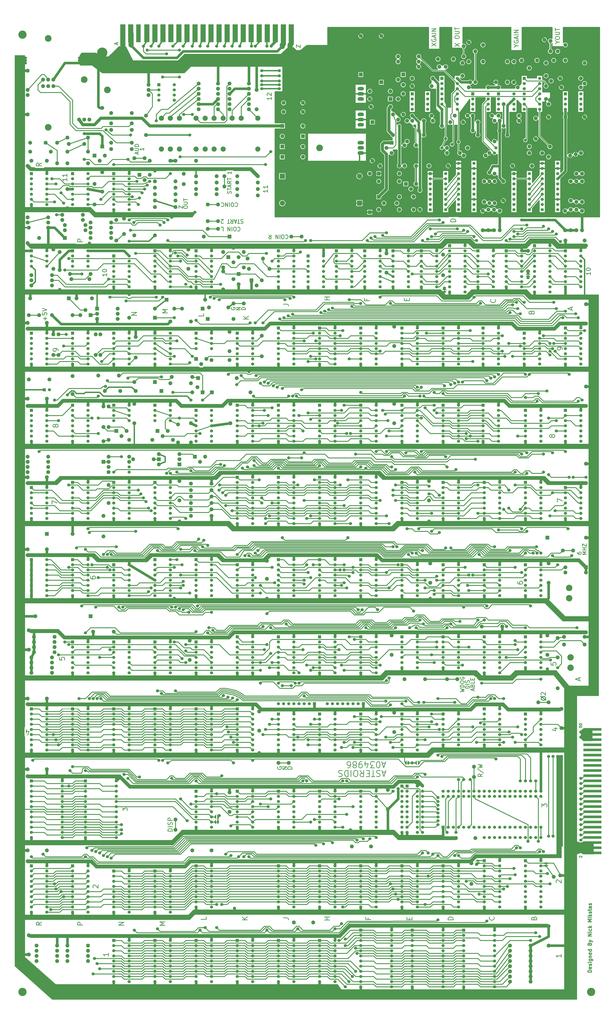
<source format=gtl>
G04 #@! TF.GenerationSoftware,KiCad,Pcbnew,(5.1.5)-3*
G04 #@! TF.CreationDate,2021-01-08T05:23:37-07:00*
G04 #@! TF.ProjectId,Asteroids_PCB,41737465-726f-4696-9473-5f5043422e6b,rev?*
G04 #@! TF.SameCoordinates,Original*
G04 #@! TF.FileFunction,Copper,L1,Top*
G04 #@! TF.FilePolarity,Positive*
%FSLAX46Y46*%
G04 Gerber Fmt 4.6, Leading zero omitted, Abs format (unit mm)*
G04 Created by KiCad (PCBNEW (5.1.5)-3) date 2021-01-08 05:23:37*
%MOMM*%
%LPD*%
G04 APERTURE LIST*
%ADD10C,0.444500*%
%ADD11C,0.300000*%
%ADD12C,1.905000*%
%ADD13R,1.905000X1.905000*%
%ADD14C,1.524000*%
%ADD15R,1.524000X1.524000*%
%ADD16C,3.302000*%
%ADD17C,2.540000*%
%ADD18C,4.064000*%
%ADD19C,1.016000*%
%ADD20C,5.080000*%
%ADD21C,0.100000*%
%ADD22R,2.540000X8.890000*%
%ADD23R,2.235200X8.890000*%
%ADD24C,3.175000*%
%ADD25R,2.540000X2.540000*%
%ADD26O,3.175000X1.778000*%
%ADD27C,0.381000*%
%ADD28C,2.540000*%
%ADD29C,5.080000*%
%ADD30C,0.635000*%
%ADD31C,1.524000*%
%ADD32C,1.270000*%
%ADD33C,2.286000*%
%ADD34C,0.250000*%
%ADD35C,0.254000*%
%ADD36C,0.508000*%
G04 APERTURE END LIST*
D10*
X312589333Y-487426000D02*
X310811333Y-487426000D01*
X310811333Y-487002666D01*
X310896000Y-486748666D01*
X311065333Y-486579333D01*
X311234666Y-486494666D01*
X311573333Y-486410000D01*
X311827333Y-486410000D01*
X312166000Y-486494666D01*
X312335333Y-486579333D01*
X312504666Y-486748666D01*
X312589333Y-487002666D01*
X312589333Y-487426000D01*
X312504666Y-484970666D02*
X312589333Y-485140000D01*
X312589333Y-485478666D01*
X312504666Y-485648000D01*
X312335333Y-485732666D01*
X311658000Y-485732666D01*
X311488666Y-485648000D01*
X311404000Y-485478666D01*
X311404000Y-485140000D01*
X311488666Y-484970666D01*
X311658000Y-484886000D01*
X311827333Y-484886000D01*
X311996666Y-485732666D01*
X312504666Y-484208666D02*
X312589333Y-484039333D01*
X312589333Y-483700666D01*
X312504666Y-483531333D01*
X312335333Y-483446666D01*
X312250666Y-483446666D01*
X312081333Y-483531333D01*
X311996666Y-483700666D01*
X311996666Y-483954666D01*
X311912000Y-484124000D01*
X311742666Y-484208666D01*
X311658000Y-484208666D01*
X311488666Y-484124000D01*
X311404000Y-483954666D01*
X311404000Y-483700666D01*
X311488666Y-483531333D01*
X312589333Y-482684666D02*
X311404000Y-482684666D01*
X310811333Y-482684666D02*
X310896000Y-482769333D01*
X310980666Y-482684666D01*
X310896000Y-482600000D01*
X310811333Y-482684666D01*
X310980666Y-482684666D01*
X311404000Y-481076000D02*
X312843333Y-481076000D01*
X313012666Y-481160666D01*
X313097333Y-481245333D01*
X313182000Y-481414666D01*
X313182000Y-481668666D01*
X313097333Y-481838000D01*
X312504666Y-481076000D02*
X312589333Y-481245333D01*
X312589333Y-481584000D01*
X312504666Y-481753333D01*
X312420000Y-481838000D01*
X312250666Y-481922666D01*
X311742666Y-481922666D01*
X311573333Y-481838000D01*
X311488666Y-481753333D01*
X311404000Y-481584000D01*
X311404000Y-481245333D01*
X311488666Y-481076000D01*
X311404000Y-480229333D02*
X312589333Y-480229333D01*
X311573333Y-480229333D02*
X311488666Y-480144666D01*
X311404000Y-479975333D01*
X311404000Y-479721333D01*
X311488666Y-479552000D01*
X311658000Y-479467333D01*
X312589333Y-479467333D01*
X312504666Y-477943333D02*
X312589333Y-478112666D01*
X312589333Y-478451333D01*
X312504666Y-478620666D01*
X312335333Y-478705333D01*
X311658000Y-478705333D01*
X311488666Y-478620666D01*
X311404000Y-478451333D01*
X311404000Y-478112666D01*
X311488666Y-477943333D01*
X311658000Y-477858666D01*
X311827333Y-477858666D01*
X311996666Y-478705333D01*
X312589333Y-476334666D02*
X310811333Y-476334666D01*
X312504666Y-476334666D02*
X312589333Y-476504000D01*
X312589333Y-476842666D01*
X312504666Y-477012000D01*
X312420000Y-477096666D01*
X312250666Y-477181333D01*
X311742666Y-477181333D01*
X311573333Y-477096666D01*
X311488666Y-477012000D01*
X311404000Y-476842666D01*
X311404000Y-476504000D01*
X311488666Y-476334666D01*
X311658000Y-473540666D02*
X311742666Y-473286666D01*
X311827333Y-473202000D01*
X311996666Y-473117333D01*
X312250666Y-473117333D01*
X312420000Y-473202000D01*
X312504666Y-473286666D01*
X312589333Y-473456000D01*
X312589333Y-474133333D01*
X310811333Y-474133333D01*
X310811333Y-473540666D01*
X310896000Y-473371333D01*
X310980666Y-473286666D01*
X311150000Y-473202000D01*
X311319333Y-473202000D01*
X311488666Y-473286666D01*
X311573333Y-473371333D01*
X311658000Y-473540666D01*
X311658000Y-474133333D01*
X311404000Y-472524666D02*
X312589333Y-472101333D01*
X311404000Y-471678000D02*
X312589333Y-472101333D01*
X313012666Y-472270666D01*
X313097333Y-472355333D01*
X313182000Y-472524666D01*
X312589333Y-469646000D02*
X310811333Y-469646000D01*
X312589333Y-468630000D01*
X310811333Y-468630000D01*
X312589333Y-467783333D02*
X311404000Y-467783333D01*
X310811333Y-467783333D02*
X310896000Y-467868000D01*
X310980666Y-467783333D01*
X310896000Y-467698666D01*
X310811333Y-467783333D01*
X310980666Y-467783333D01*
X312504666Y-466174666D02*
X312589333Y-466344000D01*
X312589333Y-466682666D01*
X312504666Y-466852000D01*
X312420000Y-466936666D01*
X312250666Y-467021333D01*
X311742666Y-467021333D01*
X311573333Y-466936666D01*
X311488666Y-466852000D01*
X311404000Y-466682666D01*
X311404000Y-466344000D01*
X311488666Y-466174666D01*
X312589333Y-465412666D02*
X310811333Y-465412666D01*
X311912000Y-465243333D02*
X312589333Y-464735333D01*
X311404000Y-464735333D02*
X312081333Y-465412666D01*
X312589333Y-462618666D02*
X310811333Y-462618666D01*
X312081333Y-462026000D01*
X310811333Y-461433333D01*
X312589333Y-461433333D01*
X312589333Y-460586666D02*
X311404000Y-460586666D01*
X310811333Y-460586666D02*
X310896000Y-460671333D01*
X310980666Y-460586666D01*
X310896000Y-460502000D01*
X310811333Y-460586666D01*
X310980666Y-460586666D01*
X312589333Y-459740000D02*
X310811333Y-459740000D01*
X311912000Y-459570666D02*
X312589333Y-459062666D01*
X311404000Y-459062666D02*
X312081333Y-459740000D01*
X312504666Y-458385333D02*
X312589333Y-458216000D01*
X312589333Y-457877333D01*
X312504666Y-457708000D01*
X312335333Y-457623333D01*
X312250666Y-457623333D01*
X312081333Y-457708000D01*
X311996666Y-457877333D01*
X311996666Y-458131333D01*
X311912000Y-458300666D01*
X311742666Y-458385333D01*
X311658000Y-458385333D01*
X311488666Y-458300666D01*
X311404000Y-458131333D01*
X311404000Y-457877333D01*
X311488666Y-457708000D01*
X311404000Y-457115333D02*
X311404000Y-456438000D01*
X310811333Y-456861333D02*
X312335333Y-456861333D01*
X312504666Y-456776666D01*
X312589333Y-456607333D01*
X312589333Y-456438000D01*
X312589333Y-455083333D02*
X311658000Y-455083333D01*
X311488666Y-455168000D01*
X311404000Y-455337333D01*
X311404000Y-455676000D01*
X311488666Y-455845333D01*
X312504666Y-455083333D02*
X312589333Y-455252666D01*
X312589333Y-455676000D01*
X312504666Y-455845333D01*
X312335333Y-455930000D01*
X312166000Y-455930000D01*
X311996666Y-455845333D01*
X311912000Y-455676000D01*
X311912000Y-455252666D01*
X311827333Y-455083333D01*
X312504666Y-454321333D02*
X312589333Y-454152000D01*
X312589333Y-453813333D01*
X312504666Y-453644000D01*
X312335333Y-453559333D01*
X312250666Y-453559333D01*
X312081333Y-453644000D01*
X311996666Y-453813333D01*
X311996666Y-454067333D01*
X311912000Y-454236666D01*
X311742666Y-454321333D01*
X311658000Y-454321333D01*
X311488666Y-454236666D01*
X311404000Y-454067333D01*
X311404000Y-453813333D01*
X311488666Y-453644000D01*
D11*
X295858595Y-28484285D02*
X296886690Y-28484285D01*
X294727690Y-29203952D02*
X295858595Y-28484285D01*
X294727690Y-27764619D01*
X294727690Y-26633714D02*
X294727690Y-26222476D01*
X294830500Y-26016857D01*
X295036119Y-25811238D01*
X295447357Y-25708428D01*
X296167023Y-25708428D01*
X296578261Y-25811238D01*
X296783880Y-26016857D01*
X296886690Y-26222476D01*
X296886690Y-26633714D01*
X296783880Y-26839333D01*
X296578261Y-27044952D01*
X296167023Y-27147761D01*
X295447357Y-27147761D01*
X295036119Y-27044952D01*
X294830500Y-26839333D01*
X294727690Y-26633714D01*
X294727690Y-24783142D02*
X296475452Y-24783142D01*
X296681071Y-24680333D01*
X296783880Y-24577523D01*
X296886690Y-24371904D01*
X296886690Y-23960666D01*
X296783880Y-23755047D01*
X296681071Y-23652238D01*
X296475452Y-23549428D01*
X294727690Y-23549428D01*
X294727690Y-22829761D02*
X294727690Y-21596047D01*
X296886690Y-22212904D02*
X294727690Y-22212904D01*
X275538595Y-30319738D02*
X276566690Y-30319738D01*
X274407690Y-31039404D02*
X275538595Y-30319738D01*
X274407690Y-29600071D01*
X274510500Y-27749500D02*
X274407690Y-27955119D01*
X274407690Y-28263547D01*
X274510500Y-28571976D01*
X274716119Y-28777595D01*
X274921738Y-28880404D01*
X275332976Y-28983214D01*
X275641404Y-28983214D01*
X276052642Y-28880404D01*
X276258261Y-28777595D01*
X276463880Y-28571976D01*
X276566690Y-28263547D01*
X276566690Y-28057928D01*
X276463880Y-27749500D01*
X276361071Y-27646690D01*
X275641404Y-27646690D01*
X275641404Y-28057928D01*
X275949833Y-26824214D02*
X275949833Y-25796119D01*
X276566690Y-27029833D02*
X274407690Y-26310166D01*
X276566690Y-25590500D01*
X276566690Y-24870833D02*
X274407690Y-24870833D01*
X276566690Y-23842738D02*
X274407690Y-23842738D01*
X276566690Y-22609023D01*
X274407690Y-22609023D01*
X245197690Y-30534428D02*
X247356690Y-29095095D01*
X245197690Y-29095095D02*
X247356690Y-30534428D01*
X245197690Y-26216428D02*
X245197690Y-25805190D01*
X245300500Y-25599571D01*
X245506119Y-25393952D01*
X245917357Y-25291142D01*
X246637023Y-25291142D01*
X247048261Y-25393952D01*
X247253880Y-25599571D01*
X247356690Y-25805190D01*
X247356690Y-26216428D01*
X247253880Y-26422047D01*
X247048261Y-26627666D01*
X246637023Y-26730476D01*
X245917357Y-26730476D01*
X245506119Y-26627666D01*
X245300500Y-26422047D01*
X245197690Y-26216428D01*
X245197690Y-24365857D02*
X246945452Y-24365857D01*
X247151071Y-24263047D01*
X247253880Y-24160238D01*
X247356690Y-23954619D01*
X247356690Y-23543380D01*
X247253880Y-23337761D01*
X247151071Y-23234952D01*
X246945452Y-23132142D01*
X245197690Y-23132142D01*
X245197690Y-22412476D02*
X245197690Y-21178761D01*
X247356690Y-21795619D02*
X245197690Y-21795619D01*
X233767690Y-30404404D02*
X235926690Y-28965071D01*
X233767690Y-28965071D02*
X235926690Y-30404404D01*
X233870500Y-27011690D02*
X233767690Y-27217309D01*
X233767690Y-27525738D01*
X233870500Y-27834166D01*
X234076119Y-28039785D01*
X234281738Y-28142595D01*
X234692976Y-28245404D01*
X235001404Y-28245404D01*
X235412642Y-28142595D01*
X235618261Y-28039785D01*
X235823880Y-27834166D01*
X235926690Y-27525738D01*
X235926690Y-27320119D01*
X235823880Y-27011690D01*
X235721071Y-26908880D01*
X235001404Y-26908880D01*
X235001404Y-27320119D01*
X235309833Y-26086404D02*
X235309833Y-25058309D01*
X235926690Y-26292023D02*
X233767690Y-25572357D01*
X235926690Y-24852690D01*
X235926690Y-24133023D02*
X233767690Y-24133023D01*
X235926690Y-23104928D02*
X233767690Y-23104928D01*
X235926690Y-21871214D01*
X233767690Y-21871214D01*
X91666785Y-80735714D02*
X91666785Y-81824285D01*
X91666785Y-81280000D02*
X89761785Y-81280000D01*
X90033928Y-81461428D01*
X90215357Y-81642857D01*
X90306071Y-81824285D01*
X88582500Y-83683928D02*
X88582500Y-82776785D01*
X89126785Y-83865357D02*
X87221785Y-83230357D01*
X89126785Y-82595357D01*
X87221785Y-81960357D02*
X88763928Y-81960357D01*
X88945357Y-81869642D01*
X89036071Y-81778928D01*
X89126785Y-81597500D01*
X89126785Y-81234642D01*
X89036071Y-81053214D01*
X88945357Y-80962500D01*
X88763928Y-80871785D01*
X87221785Y-80871785D01*
X89126785Y-79964642D02*
X87221785Y-79964642D01*
X87221785Y-79511071D01*
X87312500Y-79238928D01*
X87493928Y-79057500D01*
X87675357Y-78966785D01*
X88038214Y-78876071D01*
X88310357Y-78876071D01*
X88673214Y-78966785D01*
X88854642Y-79057500D01*
X89036071Y-79238928D01*
X89126785Y-79511071D01*
X89126785Y-79964642D01*
X154646690Y-55656238D02*
X154646690Y-56889952D01*
X154646690Y-56273095D02*
X152487690Y-56273095D01*
X152796119Y-56478714D01*
X153001738Y-56684333D01*
X153104547Y-56889952D01*
X152693309Y-54833761D02*
X152590500Y-54730952D01*
X152487690Y-54525333D01*
X152487690Y-54011285D01*
X152590500Y-53805666D01*
X152693309Y-53702857D01*
X152898928Y-53600047D01*
X153104547Y-53600047D01*
X153412976Y-53702857D01*
X154646690Y-54936571D01*
X154646690Y-53600047D01*
X53681690Y-95661238D02*
X53681690Y-96894952D01*
X53681690Y-96278095D02*
X51522690Y-96278095D01*
X51831119Y-96483714D01*
X52036738Y-96689333D01*
X52139547Y-96894952D01*
X53681690Y-93605047D02*
X53681690Y-94838761D01*
X53681690Y-94221904D02*
X51522690Y-94221904D01*
X51831119Y-94427523D01*
X52036738Y-94633142D01*
X52139547Y-94838761D01*
X152741690Y-101376238D02*
X152741690Y-102609952D01*
X152741690Y-101993095D02*
X150582690Y-101993095D01*
X150891119Y-102198714D01*
X151096738Y-102404333D01*
X151199547Y-102609952D01*
X152741690Y-99320047D02*
X152741690Y-100553761D01*
X152741690Y-99936904D02*
X150582690Y-99936904D01*
X150891119Y-100142523D01*
X151096738Y-100348142D01*
X151199547Y-100553761D01*
X134756071Y-103187500D02*
X134846785Y-102915357D01*
X134846785Y-102461785D01*
X134756071Y-102280357D01*
X134665357Y-102189642D01*
X134483928Y-102098928D01*
X134302500Y-102098928D01*
X134121071Y-102189642D01*
X134030357Y-102280357D01*
X133939642Y-102461785D01*
X133848928Y-102824642D01*
X133758214Y-103006071D01*
X133667500Y-103096785D01*
X133486071Y-103187500D01*
X133304642Y-103187500D01*
X133123214Y-103096785D01*
X133032500Y-103006071D01*
X132941785Y-102824642D01*
X132941785Y-102371071D01*
X133032500Y-102098928D01*
X132941785Y-101554642D02*
X132941785Y-100466071D01*
X134846785Y-101010357D02*
X132941785Y-101010357D01*
X134302500Y-99921785D02*
X134302500Y-99014642D01*
X134846785Y-100103214D02*
X132941785Y-99468214D01*
X134846785Y-98833214D01*
X134846785Y-97109642D02*
X133939642Y-97744642D01*
X134846785Y-98198214D02*
X132941785Y-98198214D01*
X132941785Y-97472500D01*
X133032500Y-97291071D01*
X133123214Y-97200357D01*
X133304642Y-97109642D01*
X133576785Y-97109642D01*
X133758214Y-97200357D01*
X133848928Y-97291071D01*
X133939642Y-97472500D01*
X133939642Y-98198214D01*
X132941785Y-96565357D02*
X132941785Y-95476785D01*
X134846785Y-96021071D02*
X132941785Y-96021071D01*
X134846785Y-92392500D02*
X134846785Y-93481071D01*
X134846785Y-92936785D02*
X132941785Y-92936785D01*
X133213928Y-93118214D01*
X133395357Y-93299642D01*
X133486071Y-93481071D01*
X111351785Y-110109000D02*
X111351785Y-109746142D01*
X111442500Y-109564714D01*
X111623928Y-109383285D01*
X111986785Y-109292571D01*
X112621785Y-109292571D01*
X112984642Y-109383285D01*
X113166071Y-109564714D01*
X113256785Y-109746142D01*
X113256785Y-110109000D01*
X113166071Y-110290428D01*
X112984642Y-110471857D01*
X112621785Y-110562571D01*
X111986785Y-110562571D01*
X111623928Y-110471857D01*
X111442500Y-110290428D01*
X111351785Y-110109000D01*
X111351785Y-108476142D02*
X112893928Y-108476142D01*
X113075357Y-108385428D01*
X113166071Y-108294714D01*
X113256785Y-108113285D01*
X113256785Y-107750428D01*
X113166071Y-107569000D01*
X113075357Y-107478285D01*
X112893928Y-107387571D01*
X111351785Y-107387571D01*
X111351785Y-106752571D02*
X111351785Y-105664000D01*
X113256785Y-106208285D02*
X111351785Y-106208285D01*
X110898214Y-109220000D02*
X110898214Y-110490000D01*
X108993214Y-109220000D01*
X108993214Y-110490000D01*
X136797142Y-107904642D02*
X136887857Y-107813928D01*
X137160000Y-107723214D01*
X137341428Y-107723214D01*
X137613571Y-107813928D01*
X137795000Y-107995357D01*
X137885714Y-108176785D01*
X137976428Y-108539642D01*
X137976428Y-108811785D01*
X137885714Y-109174642D01*
X137795000Y-109356071D01*
X137613571Y-109537500D01*
X137341428Y-109628214D01*
X137160000Y-109628214D01*
X136887857Y-109537500D01*
X136797142Y-109446785D01*
X135617857Y-109628214D02*
X135255000Y-109628214D01*
X135073571Y-109537500D01*
X134892142Y-109356071D01*
X134801428Y-108993214D01*
X134801428Y-108358214D01*
X134892142Y-107995357D01*
X135073571Y-107813928D01*
X135255000Y-107723214D01*
X135617857Y-107723214D01*
X135799285Y-107813928D01*
X135980714Y-107995357D01*
X136071428Y-108358214D01*
X136071428Y-108993214D01*
X135980714Y-109356071D01*
X135799285Y-109537500D01*
X135617857Y-109628214D01*
X133985000Y-107723214D02*
X133985000Y-109628214D01*
X133077857Y-107723214D02*
X133077857Y-109628214D01*
X131989285Y-107723214D01*
X131989285Y-109628214D01*
X129993571Y-107904642D02*
X130084285Y-107813928D01*
X130356428Y-107723214D01*
X130537857Y-107723214D01*
X130810000Y-107813928D01*
X130991428Y-107995357D01*
X131082142Y-108176785D01*
X131172857Y-108539642D01*
X131172857Y-108811785D01*
X131082142Y-109174642D01*
X130991428Y-109356071D01*
X130810000Y-109537500D01*
X130537857Y-109628214D01*
X130356428Y-109628214D01*
X130084285Y-109537500D01*
X129993571Y-109446785D01*
X140652500Y-116068928D02*
X140380357Y-115978214D01*
X139926785Y-115978214D01*
X139745357Y-116068928D01*
X139654642Y-116159642D01*
X139563928Y-116341071D01*
X139563928Y-116522500D01*
X139654642Y-116703928D01*
X139745357Y-116794642D01*
X139926785Y-116885357D01*
X140289642Y-116976071D01*
X140471071Y-117066785D01*
X140561785Y-117157500D01*
X140652500Y-117338928D01*
X140652500Y-117520357D01*
X140561785Y-117701785D01*
X140471071Y-117792500D01*
X140289642Y-117883214D01*
X139836071Y-117883214D01*
X139563928Y-117792500D01*
X139019642Y-117883214D02*
X137931071Y-117883214D01*
X138475357Y-115978214D02*
X138475357Y-117883214D01*
X137386785Y-116522500D02*
X136479642Y-116522500D01*
X137568214Y-115978214D02*
X136933214Y-117883214D01*
X136298214Y-115978214D01*
X134574642Y-115978214D02*
X135209642Y-116885357D01*
X135663214Y-115978214D02*
X135663214Y-117883214D01*
X134937500Y-117883214D01*
X134756071Y-117792500D01*
X134665357Y-117701785D01*
X134574642Y-117520357D01*
X134574642Y-117248214D01*
X134665357Y-117066785D01*
X134756071Y-116976071D01*
X134937500Y-116885357D01*
X135663214Y-116885357D01*
X134030357Y-117883214D02*
X132941785Y-117883214D01*
X133486071Y-115978214D02*
X133486071Y-117883214D01*
X130946071Y-117701785D02*
X130855357Y-117792500D01*
X130673928Y-117883214D01*
X130220357Y-117883214D01*
X130038928Y-117792500D01*
X129948214Y-117701785D01*
X129857500Y-117520357D01*
X129857500Y-117338928D01*
X129948214Y-117066785D01*
X131036785Y-115978214D01*
X129857500Y-115978214D01*
X137976428Y-119969642D02*
X138067142Y-119878928D01*
X138339285Y-119788214D01*
X138520714Y-119788214D01*
X138792857Y-119878928D01*
X138974285Y-120060357D01*
X139065000Y-120241785D01*
X139155714Y-120604642D01*
X139155714Y-120876785D01*
X139065000Y-121239642D01*
X138974285Y-121421071D01*
X138792857Y-121602500D01*
X138520714Y-121693214D01*
X138339285Y-121693214D01*
X138067142Y-121602500D01*
X137976428Y-121511785D01*
X136797142Y-121693214D02*
X136434285Y-121693214D01*
X136252857Y-121602500D01*
X136071428Y-121421071D01*
X135980714Y-121058214D01*
X135980714Y-120423214D01*
X136071428Y-120060357D01*
X136252857Y-119878928D01*
X136434285Y-119788214D01*
X136797142Y-119788214D01*
X136978571Y-119878928D01*
X137160000Y-120060357D01*
X137250714Y-120423214D01*
X137250714Y-121058214D01*
X137160000Y-121421071D01*
X136978571Y-121602500D01*
X136797142Y-121693214D01*
X135164285Y-119788214D02*
X135164285Y-121693214D01*
X134257142Y-119788214D02*
X134257142Y-121693214D01*
X133168571Y-119788214D01*
X133168571Y-121693214D01*
X129902857Y-119788214D02*
X130810000Y-119788214D01*
X130810000Y-121693214D01*
X161652857Y-123779642D02*
X161743571Y-123688928D01*
X162015714Y-123598214D01*
X162197142Y-123598214D01*
X162469285Y-123688928D01*
X162650714Y-123870357D01*
X162741428Y-124051785D01*
X162832142Y-124414642D01*
X162832142Y-124686785D01*
X162741428Y-125049642D01*
X162650714Y-125231071D01*
X162469285Y-125412500D01*
X162197142Y-125503214D01*
X162015714Y-125503214D01*
X161743571Y-125412500D01*
X161652857Y-125321785D01*
X160473571Y-125503214D02*
X160110714Y-125503214D01*
X159929285Y-125412500D01*
X159747857Y-125231071D01*
X159657142Y-124868214D01*
X159657142Y-124233214D01*
X159747857Y-123870357D01*
X159929285Y-123688928D01*
X160110714Y-123598214D01*
X160473571Y-123598214D01*
X160655000Y-123688928D01*
X160836428Y-123870357D01*
X160927142Y-124233214D01*
X160927142Y-124868214D01*
X160836428Y-125231071D01*
X160655000Y-125412500D01*
X160473571Y-125503214D01*
X158840714Y-123598214D02*
X158840714Y-125503214D01*
X157933571Y-123598214D02*
X157933571Y-125503214D01*
X156845000Y-123598214D01*
X156845000Y-125503214D01*
X153397857Y-123598214D02*
X154032857Y-124505357D01*
X154486428Y-123598214D02*
X154486428Y-125503214D01*
X153760714Y-125503214D01*
X153579285Y-125412500D01*
X153488571Y-125321785D01*
X153397857Y-125140357D01*
X153397857Y-124868214D01*
X153488571Y-124686785D01*
X153579285Y-124596071D01*
X153760714Y-124505357D01*
X154486428Y-124505357D01*
X41154047Y-88113809D02*
X39944523Y-88960476D01*
X41154047Y-89565238D02*
X38614047Y-89565238D01*
X38614047Y-88597619D01*
X38735000Y-88355714D01*
X38855952Y-88234761D01*
X39097857Y-88113809D01*
X39460714Y-88113809D01*
X39702619Y-88234761D01*
X39823571Y-88355714D01*
X39944523Y-88597619D01*
X39944523Y-89565238D01*
X61474047Y-127030238D02*
X58934047Y-127030238D01*
X58934047Y-126062619D01*
X59055000Y-125820714D01*
X59175952Y-125699761D01*
X59417857Y-125578809D01*
X59780714Y-125578809D01*
X60022619Y-125699761D01*
X60143571Y-125820714D01*
X60264523Y-126062619D01*
X60264523Y-127030238D01*
X88144047Y-163285714D02*
X85604047Y-163285714D01*
X88144047Y-161834285D01*
X85604047Y-161834285D01*
X103384047Y-162136666D02*
X100844047Y-162136666D01*
X102658333Y-161290000D01*
X100844047Y-160443333D01*
X103384047Y-160443333D01*
X121164047Y-162408809D02*
X121164047Y-163618333D01*
X118624047Y-163618333D01*
X141831785Y-160518928D02*
X139926785Y-160518928D01*
X139926785Y-160065357D01*
X140017500Y-159793214D01*
X140198928Y-159611785D01*
X140380357Y-159521071D01*
X140743214Y-159430357D01*
X141015357Y-159430357D01*
X141378214Y-159521071D01*
X141559642Y-159611785D01*
X141741071Y-159793214D01*
X141831785Y-160065357D01*
X141831785Y-160518928D01*
X139291785Y-160564285D02*
X137386785Y-160564285D01*
X139291785Y-159475714D01*
X137386785Y-159475714D01*
X134937500Y-159521071D02*
X134846785Y-159702500D01*
X134846785Y-159974642D01*
X134937500Y-160246785D01*
X135118928Y-160428214D01*
X135300357Y-160518928D01*
X135663214Y-160609642D01*
X135935357Y-160609642D01*
X136298214Y-160518928D01*
X136479642Y-160428214D01*
X136661071Y-160246785D01*
X136751785Y-159974642D01*
X136751785Y-159793214D01*
X136661071Y-159521071D01*
X136570357Y-159430357D01*
X135935357Y-159430357D01*
X135935357Y-159793214D01*
X143389047Y-165130238D02*
X140849047Y-165130238D01*
X143389047Y-163678809D02*
X141937619Y-164767380D01*
X140849047Y-163678809D02*
X142300476Y-165130238D01*
X160534047Y-157752142D02*
X162348333Y-157752142D01*
X162711190Y-157873095D01*
X162953095Y-158115000D01*
X163074047Y-158477857D01*
X163074047Y-158719761D01*
X183394047Y-155665714D02*
X180854047Y-155665714D01*
X182063571Y-155665714D02*
X182063571Y-154214285D01*
X183394047Y-154214285D02*
X180854047Y-154214285D01*
X201748571Y-155212142D02*
X201748571Y-156058809D01*
X203079047Y-156058809D02*
X200539047Y-156058809D01*
X200539047Y-154849285D01*
X221433571Y-156119285D02*
X221433571Y-155272619D01*
X222764047Y-154909761D02*
X222764047Y-156119285D01*
X220224047Y-156119285D01*
X220224047Y-154909761D01*
X245624047Y-117124238D02*
X243084047Y-117124238D01*
X243084047Y-116519476D01*
X243205000Y-116156619D01*
X243446904Y-115914714D01*
X243688809Y-115793761D01*
X244172619Y-115672809D01*
X244535476Y-115672809D01*
X245019285Y-115793761D01*
X245261190Y-115914714D01*
X245503095Y-116156619D01*
X245624047Y-116519476D01*
X245624047Y-117124238D01*
X265067142Y-155423809D02*
X265188095Y-155544761D01*
X265309047Y-155907619D01*
X265309047Y-156149523D01*
X265188095Y-156512380D01*
X264946190Y-156754285D01*
X264704285Y-156875238D01*
X264220476Y-156996190D01*
X263857619Y-156996190D01*
X263373809Y-156875238D01*
X263131904Y-156754285D01*
X262890000Y-156512380D01*
X262769047Y-156149523D01*
X262769047Y-155907619D01*
X262890000Y-155544761D01*
X263010952Y-155423809D01*
X283028571Y-161743571D02*
X283149523Y-161380714D01*
X283270476Y-161259761D01*
X283512380Y-161138809D01*
X283875238Y-161138809D01*
X284117142Y-161259761D01*
X284238095Y-161380714D01*
X284359047Y-161622619D01*
X284359047Y-162590238D01*
X281819047Y-162590238D01*
X281819047Y-161743571D01*
X281940000Y-161501666D01*
X282060952Y-161380714D01*
X282302857Y-161259761D01*
X282544761Y-161259761D01*
X282786666Y-161380714D01*
X282907619Y-161501666D01*
X283028571Y-161743571D01*
X283028571Y-162590238D01*
X302683333Y-160624761D02*
X302683333Y-159415238D01*
X303409047Y-160866666D02*
X300869047Y-160020000D01*
X303409047Y-159173333D01*
X312126690Y-142016238D02*
X312126690Y-143249952D01*
X312126690Y-142633095D02*
X309967690Y-142633095D01*
X310276119Y-142838714D01*
X310481738Y-143044333D01*
X310584547Y-143249952D01*
X309967690Y-140679714D02*
X309967690Y-140474095D01*
X310070500Y-140268476D01*
X310173309Y-140165666D01*
X310378928Y-140062857D01*
X310790166Y-139960047D01*
X311304214Y-139960047D01*
X311715452Y-140062857D01*
X311921071Y-140165666D01*
X312023880Y-140268476D01*
X312126690Y-140474095D01*
X312126690Y-140679714D01*
X312023880Y-140885333D01*
X311921071Y-140988142D01*
X311715452Y-141090952D01*
X311304214Y-141193761D01*
X310790166Y-141193761D01*
X310378928Y-141090952D01*
X310173309Y-140988142D01*
X310070500Y-140885333D01*
X309967690Y-140679714D01*
X73366690Y-142651238D02*
X73366690Y-143884952D01*
X73366690Y-143268095D02*
X71207690Y-143268095D01*
X71516119Y-143473714D01*
X71721738Y-143679333D01*
X71824547Y-143884952D01*
X71207690Y-141314714D02*
X71207690Y-141109095D01*
X71310500Y-140903476D01*
X71413309Y-140800666D01*
X71618928Y-140697857D01*
X72030166Y-140595047D01*
X72544214Y-140595047D01*
X72955452Y-140697857D01*
X73161071Y-140800666D01*
X73263880Y-140903476D01*
X73366690Y-141109095D01*
X73366690Y-141314714D01*
X73263880Y-141520333D01*
X73161071Y-141623142D01*
X72955452Y-141725952D01*
X72544214Y-141828761D01*
X72030166Y-141828761D01*
X71618928Y-141725952D01*
X71413309Y-141623142D01*
X71310500Y-141520333D01*
X71207690Y-141314714D01*
X42953214Y-165716857D02*
X42953214Y-164071904D01*
X43775690Y-164894380D02*
X42130738Y-164894380D01*
X41616690Y-162015714D02*
X41616690Y-163043809D01*
X42644785Y-163146619D01*
X42541976Y-163043809D01*
X42439166Y-162838190D01*
X42439166Y-162324142D01*
X42541976Y-162118523D01*
X42644785Y-162015714D01*
X42850404Y-161912904D01*
X43364452Y-161912904D01*
X43570071Y-162015714D01*
X43672880Y-162118523D01*
X43775690Y-162324142D01*
X43775690Y-162838190D01*
X43672880Y-163043809D01*
X43570071Y-163146619D01*
X41616690Y-161296047D02*
X43775690Y-160576380D01*
X41616690Y-159856714D01*
X298329047Y-180188809D02*
X298329047Y-179705000D01*
X298208095Y-179463095D01*
X298087142Y-179342142D01*
X297724285Y-179100238D01*
X297240476Y-178979285D01*
X296272857Y-178979285D01*
X296030952Y-179100238D01*
X295910000Y-179221190D01*
X295789047Y-179463095D01*
X295789047Y-179946904D01*
X295910000Y-180188809D01*
X296030952Y-180309761D01*
X296272857Y-180430714D01*
X296877619Y-180430714D01*
X297119523Y-180309761D01*
X297240476Y-180188809D01*
X297361428Y-179946904D01*
X297361428Y-179463095D01*
X297240476Y-179221190D01*
X297119523Y-179100238D01*
X296877619Y-178979285D01*
X49409047Y-180823809D02*
X49409047Y-180340000D01*
X49288095Y-180098095D01*
X49167142Y-179977142D01*
X48804285Y-179735238D01*
X48320476Y-179614285D01*
X47352857Y-179614285D01*
X47110952Y-179735238D01*
X46990000Y-179856190D01*
X46869047Y-180098095D01*
X46869047Y-180581904D01*
X46990000Y-180823809D01*
X47110952Y-180944761D01*
X47352857Y-181065714D01*
X47957619Y-181065714D01*
X48199523Y-180944761D01*
X48320476Y-180823809D01*
X48441428Y-180581904D01*
X48441428Y-180098095D01*
X48320476Y-179856190D01*
X48199523Y-179735238D01*
X47957619Y-179614285D01*
X293067619Y-222643095D02*
X292946666Y-222401190D01*
X292825714Y-222280238D01*
X292583809Y-222159285D01*
X292462857Y-222159285D01*
X292220952Y-222280238D01*
X292100000Y-222401190D01*
X291979047Y-222643095D01*
X291979047Y-223126904D01*
X292100000Y-223368809D01*
X292220952Y-223489761D01*
X292462857Y-223610714D01*
X292583809Y-223610714D01*
X292825714Y-223489761D01*
X292946666Y-223368809D01*
X293067619Y-223126904D01*
X293067619Y-222643095D01*
X293188571Y-222401190D01*
X293309523Y-222280238D01*
X293551428Y-222159285D01*
X294035238Y-222159285D01*
X294277142Y-222280238D01*
X294398095Y-222401190D01*
X294519047Y-222643095D01*
X294519047Y-223126904D01*
X294398095Y-223368809D01*
X294277142Y-223489761D01*
X294035238Y-223610714D01*
X293551428Y-223610714D01*
X293309523Y-223489761D01*
X293188571Y-223368809D01*
X293067619Y-223126904D01*
X47957619Y-217563095D02*
X47836666Y-217321190D01*
X47715714Y-217200238D01*
X47473809Y-217079285D01*
X47352857Y-217079285D01*
X47110952Y-217200238D01*
X46990000Y-217321190D01*
X46869047Y-217563095D01*
X46869047Y-218046904D01*
X46990000Y-218288809D01*
X47110952Y-218409761D01*
X47352857Y-218530714D01*
X47473809Y-218530714D01*
X47715714Y-218409761D01*
X47836666Y-218288809D01*
X47957619Y-218046904D01*
X47957619Y-217563095D01*
X48078571Y-217321190D01*
X48199523Y-217200238D01*
X48441428Y-217079285D01*
X48925238Y-217079285D01*
X49167142Y-217200238D01*
X49288095Y-217321190D01*
X49409047Y-217563095D01*
X49409047Y-218046904D01*
X49288095Y-218288809D01*
X49167142Y-218409761D01*
X48925238Y-218530714D01*
X48441428Y-218530714D01*
X48199523Y-218409761D01*
X48078571Y-218288809D01*
X47957619Y-218046904D01*
X295789047Y-255481666D02*
X295789047Y-253788333D01*
X298329047Y-254876904D01*
X46361047Y-256497666D02*
X46361047Y-254804333D01*
X48901047Y-255892904D01*
X166977785Y-31115000D02*
X166977785Y-29845000D01*
X168882785Y-31115000D01*
X168882785Y-29845000D01*
X78422500Y-28756428D02*
X78422500Y-29663571D01*
X78966785Y-28575000D02*
X77061785Y-29210000D01*
X78966785Y-29845000D01*
X310106785Y-281305000D02*
X308201785Y-281305000D01*
X309562500Y-280670000D01*
X308201785Y-280035000D01*
X310106785Y-280035000D01*
X310106785Y-279127857D02*
X308201785Y-279127857D01*
X309108928Y-279127857D02*
X309108928Y-278039285D01*
X310106785Y-278039285D02*
X308201785Y-278039285D01*
X308201785Y-277313571D02*
X308201785Y-276043571D01*
X310106785Y-277313571D01*
X310106785Y-276043571D01*
X305661785Y-280307142D02*
X305661785Y-280670000D01*
X305752500Y-280851428D01*
X305843214Y-280942142D01*
X306115357Y-281123571D01*
X306478214Y-281214285D01*
X307203928Y-281214285D01*
X307385357Y-281123571D01*
X307476071Y-281032857D01*
X307566785Y-280851428D01*
X307566785Y-280488571D01*
X307476071Y-280307142D01*
X307385357Y-280216428D01*
X307203928Y-280125714D01*
X306750357Y-280125714D01*
X306568928Y-280216428D01*
X306478214Y-280307142D01*
X306387500Y-280488571D01*
X306387500Y-280851428D01*
X306478214Y-281032857D01*
X306568928Y-281123571D01*
X306750357Y-281214285D01*
X306644523Y-366062380D02*
X306644523Y-366667142D01*
X307249285Y-366727619D01*
X307188809Y-366667142D01*
X307128333Y-366546190D01*
X307128333Y-366243809D01*
X307188809Y-366122857D01*
X307249285Y-366062380D01*
X307370238Y-366001904D01*
X307672619Y-366001904D01*
X307793571Y-366062380D01*
X307854047Y-366122857D01*
X307914523Y-366243809D01*
X307914523Y-366546190D01*
X307854047Y-366667142D01*
X307793571Y-366727619D01*
X306644523Y-365215714D02*
X306644523Y-365094761D01*
X306705000Y-364973809D01*
X306765476Y-364913333D01*
X306886428Y-364852857D01*
X307128333Y-364792380D01*
X307430714Y-364792380D01*
X307672619Y-364852857D01*
X307793571Y-364913333D01*
X307854047Y-364973809D01*
X307914523Y-365094761D01*
X307914523Y-365215714D01*
X307854047Y-365336666D01*
X307793571Y-365397142D01*
X307672619Y-365457619D01*
X307430714Y-365518095D01*
X307128333Y-365518095D01*
X306886428Y-365457619D01*
X306765476Y-365397142D01*
X306705000Y-365336666D01*
X306644523Y-365215714D01*
X306765476Y-430892857D02*
X306705000Y-430832380D01*
X306644523Y-430711428D01*
X306644523Y-430409047D01*
X306705000Y-430288095D01*
X306765476Y-430227619D01*
X306886428Y-430167142D01*
X307007380Y-430167142D01*
X307188809Y-430227619D01*
X307914523Y-430953333D01*
X307914523Y-430167142D01*
X276104047Y-294791190D02*
X276104047Y-295275000D01*
X276225000Y-295516904D01*
X276345952Y-295637857D01*
X276708809Y-295879761D01*
X277192619Y-296000714D01*
X278160238Y-296000714D01*
X278402142Y-295879761D01*
X278523095Y-295758809D01*
X278644047Y-295516904D01*
X278644047Y-295033095D01*
X278523095Y-294791190D01*
X278402142Y-294670238D01*
X278160238Y-294549285D01*
X277555476Y-294549285D01*
X277313571Y-294670238D01*
X277192619Y-294791190D01*
X277071666Y-295033095D01*
X277071666Y-295516904D01*
X277192619Y-295758809D01*
X277313571Y-295879761D01*
X277555476Y-296000714D01*
X65284047Y-292251190D02*
X65284047Y-292735000D01*
X65405000Y-292976904D01*
X65525952Y-293097857D01*
X65888809Y-293339761D01*
X66372619Y-293460714D01*
X67340238Y-293460714D01*
X67582142Y-293339761D01*
X67703095Y-293218809D01*
X67824047Y-292976904D01*
X67824047Y-292493095D01*
X67703095Y-292251190D01*
X67582142Y-292130238D01*
X67340238Y-292009285D01*
X66735476Y-292009285D01*
X66493571Y-292130238D01*
X66372619Y-292251190D01*
X66251666Y-292493095D01*
X66251666Y-292976904D01*
X66372619Y-293218809D01*
X66493571Y-293339761D01*
X66735476Y-293460714D01*
X50044047Y-332135238D02*
X50044047Y-333344761D01*
X51253571Y-333465714D01*
X51132619Y-333344761D01*
X51011666Y-333102857D01*
X51011666Y-332498095D01*
X51132619Y-332256190D01*
X51253571Y-332135238D01*
X51495476Y-332014285D01*
X52100238Y-332014285D01*
X52342142Y-332135238D01*
X52463095Y-332256190D01*
X52584047Y-332498095D01*
X52584047Y-333102857D01*
X52463095Y-333344761D01*
X52342142Y-333465714D01*
X292614047Y-334675238D02*
X292614047Y-335884761D01*
X293823571Y-336005714D01*
X293702619Y-335884761D01*
X293581666Y-335642857D01*
X293581666Y-335038095D01*
X293702619Y-334796190D01*
X293823571Y-334675238D01*
X294065476Y-334554285D01*
X294670238Y-334554285D01*
X294912142Y-334675238D01*
X295033095Y-334796190D01*
X295154047Y-335038095D01*
X295154047Y-335642857D01*
X295033095Y-335884761D01*
X294912142Y-336005714D01*
X306493333Y-343504761D02*
X306493333Y-342295238D01*
X307219047Y-343746666D02*
X304679047Y-342900000D01*
X307219047Y-342053333D01*
X287948309Y-350628857D02*
X287845500Y-350526047D01*
X287742690Y-350320428D01*
X287742690Y-349806380D01*
X287845500Y-349600761D01*
X287948309Y-349497952D01*
X288153928Y-349395142D01*
X288359547Y-349395142D01*
X288667976Y-349497952D01*
X289901690Y-350731666D01*
X289901690Y-349395142D01*
X254317500Y-348478928D02*
X254317500Y-347571785D01*
X254861785Y-348660357D02*
X252956785Y-348025357D01*
X254861785Y-347390357D01*
X253863928Y-346120357D02*
X253954642Y-345848214D01*
X254045357Y-345757500D01*
X254226785Y-345666785D01*
X254498928Y-345666785D01*
X254680357Y-345757500D01*
X254771071Y-345848214D01*
X254861785Y-346029642D01*
X254861785Y-346755357D01*
X252956785Y-346755357D01*
X252956785Y-346120357D01*
X253047500Y-345938928D01*
X253138214Y-345848214D01*
X253319642Y-345757500D01*
X253501071Y-345757500D01*
X253682500Y-345848214D01*
X253773214Y-345938928D01*
X253863928Y-346120357D01*
X253863928Y-346755357D01*
X254861785Y-343943214D02*
X254861785Y-344850357D01*
X252956785Y-344850357D01*
X253863928Y-343308214D02*
X253863928Y-342673214D01*
X254861785Y-342401071D02*
X254861785Y-343308214D01*
X252956785Y-343308214D01*
X252956785Y-342401071D01*
X252321785Y-347299642D02*
X250416785Y-347299642D01*
X250416785Y-346846071D01*
X250507500Y-346573928D01*
X250688928Y-346392500D01*
X250870357Y-346301785D01*
X251233214Y-346211071D01*
X251505357Y-346211071D01*
X251868214Y-346301785D01*
X252049642Y-346392500D01*
X252231071Y-346573928D01*
X252321785Y-346846071D01*
X252321785Y-347299642D01*
X252321785Y-345394642D02*
X250416785Y-345394642D01*
X252231071Y-344578214D02*
X252321785Y-344306071D01*
X252321785Y-343852500D01*
X252231071Y-343671071D01*
X252140357Y-343580357D01*
X251958928Y-343489642D01*
X251777500Y-343489642D01*
X251596071Y-343580357D01*
X251505357Y-343671071D01*
X251414642Y-343852500D01*
X251323928Y-344215357D01*
X251233214Y-344396785D01*
X251142500Y-344487500D01*
X250961071Y-344578214D01*
X250779642Y-344578214D01*
X250598214Y-344487500D01*
X250507500Y-344396785D01*
X250416785Y-344215357D01*
X250416785Y-343761785D01*
X250507500Y-343489642D01*
X247876785Y-349159285D02*
X249781785Y-348705714D01*
X248421071Y-348342857D01*
X249781785Y-347980000D01*
X247876785Y-347526428D01*
X249781785Y-346800714D02*
X247876785Y-346800714D01*
X247876785Y-346347142D01*
X247967500Y-346075000D01*
X248148928Y-345893571D01*
X248330357Y-345802857D01*
X248693214Y-345712142D01*
X248965357Y-345712142D01*
X249328214Y-345802857D01*
X249509642Y-345893571D01*
X249691071Y-346075000D01*
X249781785Y-346347142D01*
X249781785Y-346800714D01*
X247876785Y-344532857D02*
X247876785Y-344170000D01*
X247967500Y-343988571D01*
X248148928Y-343807142D01*
X248511785Y-343716428D01*
X249146785Y-343716428D01*
X249509642Y-343807142D01*
X249691071Y-343988571D01*
X249781785Y-344170000D01*
X249781785Y-344532857D01*
X249691071Y-344714285D01*
X249509642Y-344895714D01*
X249146785Y-344986428D01*
X248511785Y-344986428D01*
X248148928Y-344895714D01*
X247967500Y-344714285D01*
X247876785Y-344532857D01*
X247967500Y-341902142D02*
X247876785Y-342083571D01*
X247876785Y-342355714D01*
X247967500Y-342627857D01*
X248148928Y-342809285D01*
X248330357Y-342900000D01*
X248693214Y-342990714D01*
X248965357Y-342990714D01*
X249328214Y-342900000D01*
X249509642Y-342809285D01*
X249691071Y-342627857D01*
X249781785Y-342355714D01*
X249781785Y-342174285D01*
X249691071Y-341902142D01*
X249600357Y-341811428D01*
X248965357Y-341811428D01*
X248965357Y-342174285D01*
X33806190Y-369479285D02*
X33806190Y-367785952D01*
X34410952Y-370446904D02*
X35015714Y-368632619D01*
X33443333Y-368632619D01*
X294095714Y-367181190D02*
X295789047Y-367181190D01*
X293128095Y-367785952D02*
X294942380Y-368390714D01*
X294942380Y-366818333D01*
X210856285Y-384429000D02*
X209404857Y-384429000D01*
X211146571Y-383558142D02*
X210130571Y-386606142D01*
X209114571Y-383558142D01*
X207518000Y-386606142D02*
X207227714Y-386606142D01*
X206937428Y-386461000D01*
X206792285Y-386315857D01*
X206647142Y-386025571D01*
X206502000Y-385445000D01*
X206502000Y-384719285D01*
X206647142Y-384138714D01*
X206792285Y-383848428D01*
X206937428Y-383703285D01*
X207227714Y-383558142D01*
X207518000Y-383558142D01*
X207808285Y-383703285D01*
X207953428Y-383848428D01*
X208098571Y-384138714D01*
X208243714Y-384719285D01*
X208243714Y-385445000D01*
X208098571Y-386025571D01*
X207953428Y-386315857D01*
X207808285Y-386461000D01*
X207518000Y-386606142D01*
X205486000Y-386606142D02*
X203599142Y-386606142D01*
X204615142Y-385445000D01*
X204179714Y-385445000D01*
X203889428Y-385299857D01*
X203744285Y-385154714D01*
X203599142Y-384864428D01*
X203599142Y-384138714D01*
X203744285Y-383848428D01*
X203889428Y-383703285D01*
X204179714Y-383558142D01*
X205050571Y-383558142D01*
X205340857Y-383703285D01*
X205486000Y-383848428D01*
X200986571Y-385590142D02*
X200986571Y-383558142D01*
X201712285Y-386751285D02*
X202438000Y-384574142D01*
X200551142Y-384574142D01*
X199244857Y-383558142D02*
X198664285Y-383558142D01*
X198374000Y-383703285D01*
X198228857Y-383848428D01*
X197938571Y-384283857D01*
X197793428Y-384864428D01*
X197793428Y-386025571D01*
X197938571Y-386315857D01*
X198083714Y-386461000D01*
X198374000Y-386606142D01*
X198954571Y-386606142D01*
X199244857Y-386461000D01*
X199390000Y-386315857D01*
X199535142Y-386025571D01*
X199535142Y-385299857D01*
X199390000Y-385009571D01*
X199244857Y-384864428D01*
X198954571Y-384719285D01*
X198374000Y-384719285D01*
X198083714Y-384864428D01*
X197938571Y-385009571D01*
X197793428Y-385299857D01*
X196051714Y-385299857D02*
X196342000Y-385445000D01*
X196487142Y-385590142D01*
X196632285Y-385880428D01*
X196632285Y-386025571D01*
X196487142Y-386315857D01*
X196342000Y-386461000D01*
X196051714Y-386606142D01*
X195471142Y-386606142D01*
X195180857Y-386461000D01*
X195035714Y-386315857D01*
X194890571Y-386025571D01*
X194890571Y-385880428D01*
X195035714Y-385590142D01*
X195180857Y-385445000D01*
X195471142Y-385299857D01*
X196051714Y-385299857D01*
X196342000Y-385154714D01*
X196487142Y-385009571D01*
X196632285Y-384719285D01*
X196632285Y-384138714D01*
X196487142Y-383848428D01*
X196342000Y-383703285D01*
X196051714Y-383558142D01*
X195471142Y-383558142D01*
X195180857Y-383703285D01*
X195035714Y-383848428D01*
X194890571Y-384138714D01*
X194890571Y-384719285D01*
X195035714Y-385009571D01*
X195180857Y-385154714D01*
X195471142Y-385299857D01*
X192278000Y-386606142D02*
X192858571Y-386606142D01*
X193148857Y-386461000D01*
X193294000Y-386315857D01*
X193584285Y-385880428D01*
X193729428Y-385299857D01*
X193729428Y-384138714D01*
X193584285Y-383848428D01*
X193439142Y-383703285D01*
X193148857Y-383558142D01*
X192568285Y-383558142D01*
X192278000Y-383703285D01*
X192132857Y-383848428D01*
X191987714Y-384138714D01*
X191987714Y-384864428D01*
X192132857Y-385154714D01*
X192278000Y-385299857D01*
X192568285Y-385445000D01*
X193148857Y-385445000D01*
X193439142Y-385299857D01*
X193584285Y-385154714D01*
X193729428Y-384864428D01*
X210928857Y-388747000D02*
X209477428Y-388747000D01*
X211219142Y-387876142D02*
X210203142Y-390924142D01*
X209187142Y-387876142D01*
X208316285Y-388021285D02*
X207880857Y-387876142D01*
X207155142Y-387876142D01*
X206864857Y-388021285D01*
X206719714Y-388166428D01*
X206574571Y-388456714D01*
X206574571Y-388747000D01*
X206719714Y-389037285D01*
X206864857Y-389182428D01*
X207155142Y-389327571D01*
X207735714Y-389472714D01*
X208026000Y-389617857D01*
X208171142Y-389763000D01*
X208316285Y-390053285D01*
X208316285Y-390343571D01*
X208171142Y-390633857D01*
X208026000Y-390779000D01*
X207735714Y-390924142D01*
X207010000Y-390924142D01*
X206574571Y-390779000D01*
X205703714Y-390924142D02*
X203962000Y-390924142D01*
X204832857Y-387876142D02*
X204832857Y-390924142D01*
X202946000Y-389472714D02*
X201930000Y-389472714D01*
X201494571Y-387876142D02*
X202946000Y-387876142D01*
X202946000Y-390924142D01*
X201494571Y-390924142D01*
X198446571Y-387876142D02*
X199462571Y-389327571D01*
X200188285Y-387876142D02*
X200188285Y-390924142D01*
X199027142Y-390924142D01*
X198736857Y-390779000D01*
X198591714Y-390633857D01*
X198446571Y-390343571D01*
X198446571Y-389908142D01*
X198591714Y-389617857D01*
X198736857Y-389472714D01*
X199027142Y-389327571D01*
X200188285Y-389327571D01*
X196559714Y-390924142D02*
X195979142Y-390924142D01*
X195688857Y-390779000D01*
X195398571Y-390488714D01*
X195253428Y-389908142D01*
X195253428Y-388892142D01*
X195398571Y-388311571D01*
X195688857Y-388021285D01*
X195979142Y-387876142D01*
X196559714Y-387876142D01*
X196850000Y-388021285D01*
X197140285Y-388311571D01*
X197285428Y-388892142D01*
X197285428Y-389908142D01*
X197140285Y-390488714D01*
X196850000Y-390779000D01*
X196559714Y-390924142D01*
X193947142Y-387876142D02*
X193947142Y-390924142D01*
X192495714Y-387876142D02*
X192495714Y-390924142D01*
X191770000Y-390924142D01*
X191334571Y-390779000D01*
X191044285Y-390488714D01*
X190899142Y-390198428D01*
X190754000Y-389617857D01*
X190754000Y-389182428D01*
X190899142Y-388601857D01*
X191044285Y-388311571D01*
X191334571Y-388021285D01*
X191770000Y-387876142D01*
X192495714Y-387876142D01*
X189592857Y-388021285D02*
X189157428Y-387876142D01*
X188431714Y-387876142D01*
X188141428Y-388021285D01*
X187996285Y-388166428D01*
X187851142Y-388456714D01*
X187851142Y-388747000D01*
X187996285Y-389037285D01*
X188141428Y-389182428D01*
X188431714Y-389327571D01*
X189012285Y-389472714D01*
X189302571Y-389617857D01*
X189447714Y-389763000D01*
X189592857Y-390053285D01*
X189592857Y-390343571D01*
X189447714Y-390633857D01*
X189302571Y-390779000D01*
X189012285Y-390924142D01*
X188286571Y-390924142D01*
X187851142Y-390779000D01*
X81367690Y-407754666D02*
X81367690Y-406418142D01*
X82190166Y-407137809D01*
X82190166Y-406829380D01*
X82292976Y-406623761D01*
X82395785Y-406520952D01*
X82601404Y-406418142D01*
X83115452Y-406418142D01*
X83321071Y-406520952D01*
X83423880Y-406623761D01*
X83526690Y-406829380D01*
X83526690Y-407446238D01*
X83423880Y-407651857D01*
X83321071Y-407754666D01*
X258786690Y-389681357D02*
X257758595Y-390401023D01*
X258786690Y-390915071D02*
X256627690Y-390915071D01*
X256627690Y-390092595D01*
X256730500Y-389886976D01*
X256833309Y-389784166D01*
X257038928Y-389681357D01*
X257347357Y-389681357D01*
X257552976Y-389784166D01*
X257655785Y-389886976D01*
X257758595Y-390092595D01*
X257758595Y-390915071D01*
X256524880Y-387213928D02*
X259300738Y-389064500D01*
X256627690Y-386699880D02*
X258786690Y-386185833D01*
X257244547Y-385774595D01*
X258786690Y-385363357D01*
X256627690Y-384849309D01*
X164806690Y-387280452D02*
X162647690Y-387280452D01*
X162647690Y-386766404D01*
X162750500Y-386457976D01*
X162956119Y-386252357D01*
X163161738Y-386149547D01*
X163572976Y-386046738D01*
X163881404Y-386046738D01*
X164292642Y-386149547D01*
X164498261Y-386252357D01*
X164703880Y-386457976D01*
X164806690Y-386766404D01*
X164806690Y-387280452D01*
X162266690Y-387331857D02*
X160107690Y-387331857D01*
X162266690Y-386098142D01*
X160107690Y-386098142D01*
X157670500Y-386149547D02*
X157567690Y-386355166D01*
X157567690Y-386663595D01*
X157670500Y-386972023D01*
X157876119Y-387177642D01*
X158081738Y-387280452D01*
X158492976Y-387383261D01*
X158801404Y-387383261D01*
X159212642Y-387280452D01*
X159418261Y-387177642D01*
X159623880Y-386972023D01*
X159726690Y-386663595D01*
X159726690Y-386457976D01*
X159623880Y-386149547D01*
X159521071Y-386046738D01*
X158801404Y-386046738D01*
X158801404Y-386457976D01*
X288169047Y-405976666D02*
X288169047Y-404404285D01*
X289136666Y-405250952D01*
X289136666Y-404888095D01*
X289257619Y-404646190D01*
X289378571Y-404525238D01*
X289620476Y-404404285D01*
X290225238Y-404404285D01*
X290467142Y-404525238D01*
X290588095Y-404646190D01*
X290709047Y-404888095D01*
X290709047Y-405613809D01*
X290588095Y-405855714D01*
X290467142Y-405976666D01*
X105751690Y-417842095D02*
X103592690Y-417842095D01*
X103592690Y-417328047D01*
X103695500Y-417019619D01*
X103901119Y-416814000D01*
X104106738Y-416711190D01*
X104517976Y-416608380D01*
X104826404Y-416608380D01*
X105237642Y-416711190D01*
X105443261Y-416814000D01*
X105648880Y-417019619D01*
X105751690Y-417328047D01*
X105751690Y-417842095D01*
X105751690Y-415683095D02*
X103592690Y-415683095D01*
X105648880Y-414757809D02*
X105751690Y-414449380D01*
X105751690Y-413935333D01*
X105648880Y-413729714D01*
X105546071Y-413626904D01*
X105340452Y-413524095D01*
X105134833Y-413524095D01*
X104929214Y-413626904D01*
X104826404Y-413729714D01*
X104723595Y-413935333D01*
X104620785Y-414346571D01*
X104517976Y-414552190D01*
X104415166Y-414655000D01*
X104209547Y-414757809D01*
X104003928Y-414757809D01*
X103798309Y-414655000D01*
X103695500Y-414552190D01*
X103592690Y-414346571D01*
X103592690Y-413832523D01*
X103695500Y-413524095D01*
X105751690Y-412598809D02*
X103592690Y-412598809D01*
X103592690Y-411776333D01*
X103695500Y-411570714D01*
X103798309Y-411467904D01*
X104003928Y-411365095D01*
X104312357Y-411365095D01*
X104517976Y-411467904D01*
X104620785Y-411570714D01*
X104723595Y-411776333D01*
X104723595Y-412598809D01*
X66795952Y-445860714D02*
X66675000Y-445739761D01*
X66554047Y-445497857D01*
X66554047Y-444893095D01*
X66675000Y-444651190D01*
X66795952Y-444530238D01*
X67037857Y-444409285D01*
X67279761Y-444409285D01*
X67642619Y-444530238D01*
X69094047Y-445981666D01*
X69094047Y-444409285D01*
X295395952Y-443320714D02*
X295275000Y-443199761D01*
X295154047Y-442957857D01*
X295154047Y-442353095D01*
X295275000Y-442111190D01*
X295395952Y-441990238D01*
X295637857Y-441869285D01*
X295879761Y-441869285D01*
X296242619Y-441990238D01*
X297694047Y-443441666D01*
X297694047Y-441869285D01*
X41154047Y-462763809D02*
X39944523Y-463610476D01*
X41154047Y-464215238D02*
X38614047Y-464215238D01*
X38614047Y-463247619D01*
X38735000Y-463005714D01*
X38855952Y-462884761D01*
X39097857Y-462763809D01*
X39460714Y-462763809D01*
X39702619Y-462884761D01*
X39823571Y-463005714D01*
X39944523Y-463247619D01*
X39944523Y-464215238D01*
X61474047Y-464215238D02*
X58934047Y-464215238D01*
X58934047Y-463247619D01*
X59055000Y-463005714D01*
X59175952Y-462884761D01*
X59417857Y-462763809D01*
X59780714Y-462763809D01*
X60022619Y-462884761D01*
X60143571Y-463005714D01*
X60264523Y-463247619D01*
X60264523Y-464215238D01*
X81794047Y-464275714D02*
X79254047Y-464275714D01*
X81794047Y-462824285D01*
X79254047Y-462824285D01*
X102114047Y-464396666D02*
X99574047Y-464396666D01*
X101388333Y-463550000D01*
X99574047Y-462703333D01*
X102114047Y-462703333D01*
X122434047Y-460223809D02*
X122434047Y-461433333D01*
X119894047Y-461433333D01*
X142754047Y-461675238D02*
X140214047Y-461675238D01*
X142754047Y-460223809D02*
X141302619Y-461312380D01*
X140214047Y-460223809D02*
X141665476Y-461675238D01*
X160534047Y-460647142D02*
X162348333Y-460647142D01*
X162711190Y-460768095D01*
X162953095Y-461010000D01*
X163074047Y-461372857D01*
X163074047Y-461614761D01*
X183394047Y-461735714D02*
X180854047Y-461735714D01*
X182063571Y-461735714D02*
X182063571Y-460284285D01*
X183394047Y-460284285D02*
X180854047Y-460284285D01*
X202383571Y-460647142D02*
X202383571Y-461493809D01*
X203714047Y-461493809D02*
X201174047Y-461493809D01*
X201174047Y-460284285D01*
X222703571Y-461554285D02*
X222703571Y-460707619D01*
X224034047Y-460344761D02*
X224034047Y-461554285D01*
X221494047Y-461554285D01*
X221494047Y-460344761D01*
X244354047Y-461675238D02*
X241814047Y-461675238D01*
X241814047Y-461070476D01*
X241935000Y-460707619D01*
X242176904Y-460465714D01*
X242418809Y-460344761D01*
X242902619Y-460223809D01*
X243265476Y-460223809D01*
X243749285Y-460344761D01*
X243991190Y-460465714D01*
X244233095Y-460707619D01*
X244354047Y-461070476D01*
X244354047Y-461675238D01*
X264432142Y-460223809D02*
X264553095Y-460344761D01*
X264674047Y-460707619D01*
X264674047Y-460949523D01*
X264553095Y-461312380D01*
X264311190Y-461554285D01*
X264069285Y-461675238D01*
X263585476Y-461796190D01*
X263222619Y-461796190D01*
X262738809Y-461675238D01*
X262496904Y-461554285D01*
X262255000Y-461312380D01*
X262134047Y-460949523D01*
X262134047Y-460707619D01*
X262255000Y-460344761D01*
X262375952Y-460223809D01*
X284298571Y-460828571D02*
X284419523Y-460465714D01*
X284540476Y-460344761D01*
X284782380Y-460223809D01*
X285145238Y-460223809D01*
X285387142Y-460344761D01*
X285508095Y-460465714D01*
X285629047Y-460707619D01*
X285629047Y-461675238D01*
X283089047Y-461675238D01*
X283089047Y-460828571D01*
X283210000Y-460586666D01*
X283330952Y-460465714D01*
X283572857Y-460344761D01*
X283814761Y-460344761D01*
X284056666Y-460465714D01*
X284177619Y-460586666D01*
X284298571Y-460828571D01*
X284298571Y-461675238D01*
X74174047Y-478064285D02*
X74174047Y-479515714D01*
X74174047Y-478790000D02*
X71634047Y-478790000D01*
X71996904Y-479031904D01*
X72238809Y-479273809D01*
X72359761Y-479515714D01*
X297694047Y-478699285D02*
X297694047Y-480150714D01*
X297694047Y-479425000D02*
X295154047Y-479425000D01*
X295516904Y-479666904D01*
X295758809Y-479908809D01*
X295879761Y-480150714D01*
D12*
X48895000Y-479425000D03*
X38735000Y-479425000D03*
X48895000Y-474345000D03*
X38735000Y-474345000D03*
X138430000Y-147955000D03*
D13*
X138430000Y-142875000D03*
D12*
X135890000Y-145415000D03*
X137541000Y-194310000D03*
D13*
X118491000Y-194310000D03*
D12*
X297815000Y-357505000D03*
X297815000Y-367030000D03*
D14*
X254000000Y-56515000D03*
D15*
X254000000Y-53975000D03*
D14*
X254000000Y-59055000D03*
X254000000Y-61595000D03*
X261620000Y-61595000D03*
X261620000Y-59055000D03*
X261620000Y-56515000D03*
X261620000Y-53975000D03*
D16*
X62230000Y-46990000D03*
X73660000Y-52070000D03*
X44450000Y-70485000D03*
D17*
X163830000Y-30480000D03*
X160020000Y-30480000D03*
D14*
X102870000Y-34290000D03*
X154559000Y-30480000D03*
X152400000Y-30480000D03*
X109220000Y-32385000D03*
X93345000Y-32385000D03*
X106045000Y-30480000D03*
D18*
X312420000Y-24765000D03*
X31750000Y-24765000D03*
X312420000Y-497205000D03*
D19*
X59690000Y-38735000D03*
D14*
X287655000Y-398145000D03*
D15*
X239395000Y-415925000D03*
D14*
X241935000Y-415925000D03*
X244475000Y-415925000D03*
X247015000Y-415925000D03*
X249555000Y-415925000D03*
X252095000Y-415925000D03*
X254635000Y-415925000D03*
X257175000Y-415925000D03*
X259715000Y-415925000D03*
X262255000Y-415925000D03*
X264795000Y-415925000D03*
X267335000Y-415925000D03*
X269875000Y-415925000D03*
X272415000Y-415925000D03*
X274955000Y-415925000D03*
X277495000Y-415925000D03*
X280035000Y-415925000D03*
X282575000Y-415925000D03*
X285115000Y-415925000D03*
X287655000Y-415925000D03*
X287655000Y-400685000D03*
X285115000Y-400685000D03*
X282575000Y-400685000D03*
X280035000Y-400685000D03*
X277495000Y-400685000D03*
X274955000Y-400685000D03*
X272415000Y-400685000D03*
X269875000Y-400685000D03*
X267335000Y-400685000D03*
X264795000Y-400685000D03*
X262255000Y-400685000D03*
X259715000Y-400685000D03*
X257175000Y-400685000D03*
X254635000Y-400685000D03*
X252095000Y-400685000D03*
X249555000Y-400685000D03*
X247015000Y-400685000D03*
X244475000Y-400685000D03*
X241935000Y-400685000D03*
X239395000Y-400685000D03*
X198755000Y-447675000D03*
X198755000Y-445135000D03*
X198755000Y-442595000D03*
X198755000Y-440055000D03*
X198755000Y-437515000D03*
D15*
X198755000Y-434975000D03*
D14*
X198755000Y-450215000D03*
X198755000Y-452755000D03*
X198755000Y-455295000D03*
X206375000Y-455295000D03*
X206375000Y-452755000D03*
X206375000Y-450215000D03*
X206375000Y-447675000D03*
X206375000Y-445135000D03*
X206375000Y-442595000D03*
X206375000Y-440055000D03*
X206375000Y-437515000D03*
X206375000Y-434975000D03*
X178435000Y-484505000D03*
X178435000Y-481965000D03*
X178435000Y-479425000D03*
X178435000Y-476885000D03*
X178435000Y-474345000D03*
D15*
X178435000Y-471805000D03*
D14*
X178435000Y-487045000D03*
X178435000Y-489585000D03*
X178435000Y-492125000D03*
X186055000Y-492125000D03*
X186055000Y-489585000D03*
X186055000Y-487045000D03*
X186055000Y-484505000D03*
X186055000Y-481965000D03*
X186055000Y-479425000D03*
X186055000Y-476885000D03*
X186055000Y-474345000D03*
X186055000Y-471805000D03*
X178435000Y-447675000D03*
X178435000Y-445135000D03*
X178435000Y-442595000D03*
X178435000Y-440055000D03*
X178435000Y-437515000D03*
D15*
X178435000Y-434975000D03*
D14*
X178435000Y-450215000D03*
X178435000Y-452755000D03*
X178435000Y-455295000D03*
X186055000Y-455295000D03*
X186055000Y-452755000D03*
X186055000Y-450215000D03*
X186055000Y-447675000D03*
X186055000Y-445135000D03*
X186055000Y-442595000D03*
X186055000Y-440055000D03*
X186055000Y-437515000D03*
X186055000Y-434975000D03*
X158115000Y-484505000D03*
X158115000Y-481965000D03*
X158115000Y-479425000D03*
X158115000Y-476885000D03*
X158115000Y-474345000D03*
D15*
X158115000Y-471805000D03*
D14*
X158115000Y-487045000D03*
X158115000Y-489585000D03*
X158115000Y-492125000D03*
X165735000Y-492125000D03*
X165735000Y-489585000D03*
X165735000Y-487045000D03*
X165735000Y-484505000D03*
X165735000Y-481965000D03*
X165735000Y-479425000D03*
X165735000Y-476885000D03*
X165735000Y-474345000D03*
X165735000Y-471805000D03*
X158115000Y-447675000D03*
X158115000Y-445135000D03*
X158115000Y-442595000D03*
X158115000Y-440055000D03*
X158115000Y-437515000D03*
D15*
X158115000Y-434975000D03*
D14*
X158115000Y-450215000D03*
X158115000Y-452755000D03*
X158115000Y-455295000D03*
X165735000Y-455295000D03*
X165735000Y-452755000D03*
X165735000Y-450215000D03*
X165735000Y-447675000D03*
X165735000Y-445135000D03*
X165735000Y-442595000D03*
X165735000Y-440055000D03*
X165735000Y-437515000D03*
X165735000Y-434975000D03*
X137795000Y-484505000D03*
X137795000Y-481965000D03*
X137795000Y-479425000D03*
X137795000Y-476885000D03*
X137795000Y-474345000D03*
D15*
X137795000Y-471805000D03*
D14*
X137795000Y-487045000D03*
X137795000Y-489585000D03*
X137795000Y-492125000D03*
X145415000Y-492125000D03*
X145415000Y-489585000D03*
X145415000Y-487045000D03*
X145415000Y-484505000D03*
X145415000Y-481965000D03*
X145415000Y-479425000D03*
X145415000Y-476885000D03*
X145415000Y-474345000D03*
X145415000Y-471805000D03*
X117475000Y-484505000D03*
X117475000Y-481965000D03*
X117475000Y-479425000D03*
X117475000Y-476885000D03*
X117475000Y-474345000D03*
D15*
X117475000Y-471805000D03*
D14*
X117475000Y-487045000D03*
X117475000Y-489585000D03*
X117475000Y-492125000D03*
X125095000Y-492125000D03*
X125095000Y-489585000D03*
X125095000Y-487045000D03*
X125095000Y-484505000D03*
X125095000Y-481965000D03*
X125095000Y-479425000D03*
X125095000Y-476885000D03*
X125095000Y-474345000D03*
X125095000Y-471805000D03*
X117475000Y-447675000D03*
X117475000Y-445135000D03*
X117475000Y-442595000D03*
X117475000Y-440055000D03*
X117475000Y-437515000D03*
D15*
X117475000Y-434975000D03*
D14*
X117475000Y-450215000D03*
X117475000Y-452755000D03*
X117475000Y-455295000D03*
X125095000Y-455295000D03*
X125095000Y-452755000D03*
X125095000Y-450215000D03*
X125095000Y-447675000D03*
X125095000Y-445135000D03*
X125095000Y-442595000D03*
X125095000Y-440055000D03*
X125095000Y-437515000D03*
X125095000Y-434975000D03*
X97155000Y-484505000D03*
X97155000Y-481965000D03*
X97155000Y-479425000D03*
X97155000Y-476885000D03*
X97155000Y-474345000D03*
D15*
X97155000Y-471805000D03*
D14*
X97155000Y-487045000D03*
X97155000Y-489585000D03*
X97155000Y-492125000D03*
X104775000Y-492125000D03*
X104775000Y-489585000D03*
X104775000Y-487045000D03*
X104775000Y-484505000D03*
X104775000Y-481965000D03*
X104775000Y-479425000D03*
X104775000Y-476885000D03*
X104775000Y-474345000D03*
X104775000Y-471805000D03*
X97155000Y-450215000D03*
X97155000Y-447675000D03*
X97155000Y-445135000D03*
X97155000Y-442595000D03*
X97155000Y-440055000D03*
D15*
X97155000Y-437515000D03*
D14*
X97155000Y-452755000D03*
X97155000Y-455295000D03*
X97155000Y-457835000D03*
X104775000Y-457835000D03*
X104775000Y-455295000D03*
X104775000Y-452755000D03*
X104775000Y-450215000D03*
X104775000Y-447675000D03*
X104775000Y-445135000D03*
X104775000Y-442595000D03*
X104775000Y-440055000D03*
X104775000Y-437515000D03*
X76835000Y-484505000D03*
X76835000Y-481965000D03*
X76835000Y-479425000D03*
X76835000Y-476885000D03*
X76835000Y-474345000D03*
D15*
X76835000Y-471805000D03*
D14*
X76835000Y-487045000D03*
X76835000Y-489585000D03*
X76835000Y-492125000D03*
X84455000Y-492125000D03*
X84455000Y-489585000D03*
X84455000Y-487045000D03*
X84455000Y-484505000D03*
X84455000Y-481965000D03*
X84455000Y-479425000D03*
X84455000Y-476885000D03*
X84455000Y-474345000D03*
X84455000Y-471805000D03*
X76835000Y-450215000D03*
X76835000Y-447675000D03*
X76835000Y-445135000D03*
X76835000Y-442595000D03*
X76835000Y-440055000D03*
D15*
X76835000Y-437515000D03*
D14*
X76835000Y-452755000D03*
X76835000Y-455295000D03*
X76835000Y-457835000D03*
X84455000Y-457835000D03*
X84455000Y-455295000D03*
X84455000Y-452755000D03*
X84455000Y-450215000D03*
X84455000Y-447675000D03*
X84455000Y-445135000D03*
X84455000Y-442595000D03*
X84455000Y-440055000D03*
X84455000Y-437515000D03*
D15*
X249555000Y-466725000D03*
D14*
X249555000Y-469265000D03*
X249555000Y-471805000D03*
X249555000Y-474345000D03*
X249555000Y-476885000D03*
X249555000Y-479425000D03*
X249555000Y-481965000D03*
X249555000Y-484505000D03*
X249555000Y-487045000D03*
X249555000Y-489585000D03*
X249555000Y-492125000D03*
X249555000Y-494665000D03*
X264795000Y-494665000D03*
X264795000Y-492125000D03*
X264795000Y-489585000D03*
X264795000Y-487045000D03*
X264795000Y-484505000D03*
X264795000Y-481965000D03*
X264795000Y-479425000D03*
X264795000Y-476885000D03*
X264795000Y-474345000D03*
X264795000Y-471805000D03*
X264795000Y-469265000D03*
X264795000Y-466725000D03*
D15*
X224155000Y-466725000D03*
D14*
X224155000Y-469265000D03*
X224155000Y-471805000D03*
X224155000Y-474345000D03*
X224155000Y-476885000D03*
X224155000Y-479425000D03*
X224155000Y-481965000D03*
X224155000Y-484505000D03*
X224155000Y-487045000D03*
X224155000Y-489585000D03*
X224155000Y-492125000D03*
X224155000Y-494665000D03*
X239395000Y-494665000D03*
X239395000Y-492125000D03*
X239395000Y-489585000D03*
X239395000Y-487045000D03*
X239395000Y-484505000D03*
X239395000Y-481965000D03*
X239395000Y-479425000D03*
X239395000Y-476885000D03*
X239395000Y-474345000D03*
X239395000Y-471805000D03*
X239395000Y-469265000D03*
X239395000Y-466725000D03*
D15*
X198755000Y-466725000D03*
D14*
X198755000Y-469265000D03*
X198755000Y-471805000D03*
X198755000Y-474345000D03*
X198755000Y-476885000D03*
X198755000Y-479425000D03*
X198755000Y-481965000D03*
X198755000Y-484505000D03*
X198755000Y-487045000D03*
X198755000Y-489585000D03*
X198755000Y-492125000D03*
X198755000Y-494665000D03*
X213995000Y-494665000D03*
X213995000Y-492125000D03*
X213995000Y-489585000D03*
X213995000Y-487045000D03*
X213995000Y-484505000D03*
X213995000Y-481965000D03*
X213995000Y-479425000D03*
X213995000Y-476885000D03*
X213995000Y-474345000D03*
X213995000Y-471805000D03*
X213995000Y-469265000D03*
X213995000Y-466725000D03*
D15*
X36195000Y-393065000D03*
D14*
X36195000Y-395605000D03*
X36195000Y-398145000D03*
X36195000Y-400685000D03*
X36195000Y-403225000D03*
X36195000Y-405765000D03*
X36195000Y-408305000D03*
X36195000Y-410845000D03*
X36195000Y-413385000D03*
X36195000Y-415925000D03*
X36195000Y-418465000D03*
X36195000Y-421005000D03*
X51435000Y-421005000D03*
X51435000Y-418465000D03*
X51435000Y-415925000D03*
X51435000Y-413385000D03*
X51435000Y-410845000D03*
X51435000Y-408305000D03*
X51435000Y-405765000D03*
X51435000Y-403225000D03*
X51435000Y-400685000D03*
X51435000Y-398145000D03*
X51435000Y-395605000D03*
X51435000Y-393065000D03*
D15*
X56515000Y-434975000D03*
D14*
X56515000Y-437515000D03*
X56515000Y-440055000D03*
X56515000Y-442595000D03*
X56515000Y-445135000D03*
X56515000Y-447675000D03*
X56515000Y-450215000D03*
X56515000Y-452755000D03*
X56515000Y-455295000D03*
X56515000Y-457835000D03*
X64135000Y-457835000D03*
X64135000Y-455295000D03*
X64135000Y-452755000D03*
X64135000Y-450215000D03*
X64135000Y-447675000D03*
X64135000Y-445135000D03*
X64135000Y-442595000D03*
X64135000Y-440055000D03*
X64135000Y-437515000D03*
X64135000Y-434975000D03*
D15*
X36195000Y-434975000D03*
D14*
X36195000Y-437515000D03*
X36195000Y-440055000D03*
X36195000Y-442595000D03*
X36195000Y-445135000D03*
X36195000Y-447675000D03*
X36195000Y-450215000D03*
X36195000Y-452755000D03*
X36195000Y-455295000D03*
X36195000Y-457835000D03*
X43815000Y-457835000D03*
X43815000Y-455295000D03*
X43815000Y-452755000D03*
X43815000Y-450215000D03*
X43815000Y-447675000D03*
X43815000Y-445135000D03*
X43815000Y-442595000D03*
X43815000Y-440055000D03*
X43815000Y-437515000D03*
X43815000Y-434975000D03*
D15*
X280035000Y-432435000D03*
D14*
X280035000Y-434975000D03*
X280035000Y-437515000D03*
X280035000Y-440055000D03*
X280035000Y-442595000D03*
X280035000Y-445135000D03*
X280035000Y-447675000D03*
X280035000Y-450215000D03*
X280035000Y-452755000D03*
X280035000Y-455295000D03*
X287655000Y-455295000D03*
X287655000Y-452755000D03*
X287655000Y-450215000D03*
X287655000Y-447675000D03*
X287655000Y-445135000D03*
X287655000Y-442595000D03*
X287655000Y-440055000D03*
X287655000Y-437515000D03*
X287655000Y-434975000D03*
X287655000Y-432435000D03*
D15*
X259715000Y-432435000D03*
D14*
X259715000Y-434975000D03*
X259715000Y-437515000D03*
X259715000Y-440055000D03*
X259715000Y-442595000D03*
X259715000Y-445135000D03*
X259715000Y-447675000D03*
X259715000Y-450215000D03*
X259715000Y-452755000D03*
X259715000Y-455295000D03*
X267335000Y-455295000D03*
X267335000Y-452755000D03*
X267335000Y-450215000D03*
X267335000Y-447675000D03*
X267335000Y-445135000D03*
X267335000Y-442595000D03*
X267335000Y-440055000D03*
X267335000Y-437515000D03*
X267335000Y-434975000D03*
X267335000Y-432435000D03*
X239395000Y-445135000D03*
X239395000Y-442595000D03*
X239395000Y-440055000D03*
X239395000Y-437515000D03*
D15*
X239395000Y-434975000D03*
D14*
X239395000Y-447675000D03*
X239395000Y-450215000D03*
X239395000Y-452755000D03*
X239395000Y-455295000D03*
X247015000Y-455295000D03*
X247015000Y-452755000D03*
X247015000Y-450215000D03*
X247015000Y-447675000D03*
X247015000Y-445135000D03*
X247015000Y-442595000D03*
X247015000Y-440055000D03*
X247015000Y-437515000D03*
X247015000Y-434975000D03*
X219075000Y-445135000D03*
X219075000Y-442595000D03*
X219075000Y-440055000D03*
X219075000Y-437515000D03*
D15*
X219075000Y-434975000D03*
D14*
X219075000Y-447675000D03*
X219075000Y-450215000D03*
X219075000Y-452755000D03*
X219075000Y-455295000D03*
X226695000Y-455295000D03*
X226695000Y-452755000D03*
X226695000Y-450215000D03*
X226695000Y-447675000D03*
X226695000Y-445135000D03*
X226695000Y-442595000D03*
X226695000Y-440055000D03*
X226695000Y-437515000D03*
X226695000Y-434975000D03*
D15*
X62865000Y-393065000D03*
D14*
X62865000Y-395605000D03*
X62865000Y-398145000D03*
X62865000Y-400685000D03*
X62865000Y-403225000D03*
X62865000Y-405765000D03*
X62865000Y-408305000D03*
X62865000Y-410845000D03*
X62865000Y-413385000D03*
X62865000Y-415925000D03*
X62865000Y-418465000D03*
X62865000Y-421005000D03*
X78105000Y-421005000D03*
X78105000Y-418465000D03*
X78105000Y-415925000D03*
X78105000Y-413385000D03*
X78105000Y-410845000D03*
X78105000Y-408305000D03*
X78105000Y-405765000D03*
X78105000Y-403225000D03*
X78105000Y-400685000D03*
X78105000Y-398145000D03*
X78105000Y-395605000D03*
X78105000Y-393065000D03*
X299720000Y-217805000D03*
X299720000Y-215265000D03*
D15*
X299720000Y-210185000D03*
D14*
X299720000Y-212725000D03*
X299720000Y-220345000D03*
X299720000Y-222885000D03*
X299720000Y-225425000D03*
X307340000Y-225425000D03*
X307340000Y-222885000D03*
X307340000Y-220345000D03*
X307340000Y-217805000D03*
X307340000Y-215265000D03*
X307340000Y-212725000D03*
X307340000Y-210185000D03*
X36195000Y-367665000D03*
X36195000Y-365125000D03*
X36195000Y-362585000D03*
X36195000Y-360045000D03*
D15*
X36195000Y-357505000D03*
D14*
X36195000Y-370205000D03*
X36195000Y-372745000D03*
X36195000Y-375285000D03*
X36195000Y-377825000D03*
X43815000Y-377825000D03*
X43815000Y-375285000D03*
X43815000Y-372745000D03*
X43815000Y-370205000D03*
X43815000Y-367665000D03*
X43815000Y-365125000D03*
X43815000Y-362585000D03*
X43815000Y-360045000D03*
X43815000Y-357505000D03*
X36195000Y-255905000D03*
X36195000Y-253365000D03*
D15*
X36195000Y-248285000D03*
D14*
X36195000Y-250825000D03*
X36195000Y-258445000D03*
X36195000Y-260985000D03*
X36195000Y-263525000D03*
X43815000Y-263525000D03*
X43815000Y-260985000D03*
X43815000Y-258445000D03*
X43815000Y-255905000D03*
X43815000Y-253365000D03*
X43815000Y-250825000D03*
X43815000Y-248285000D03*
X36195000Y-217805000D03*
X36195000Y-215265000D03*
D15*
X36195000Y-210185000D03*
D14*
X36195000Y-212725000D03*
X36195000Y-220345000D03*
X36195000Y-222885000D03*
X36195000Y-225425000D03*
X43815000Y-225425000D03*
X43815000Y-222885000D03*
X43815000Y-220345000D03*
X43815000Y-217805000D03*
X43815000Y-215265000D03*
X43815000Y-212725000D03*
X43815000Y-210185000D03*
X36195000Y-179705000D03*
X36195000Y-177165000D03*
D15*
X36195000Y-172085000D03*
D14*
X36195000Y-174625000D03*
X36195000Y-182245000D03*
X36195000Y-184785000D03*
X36195000Y-187325000D03*
X43815000Y-187325000D03*
X43815000Y-184785000D03*
X43815000Y-182245000D03*
X43815000Y-179705000D03*
X43815000Y-177165000D03*
X43815000Y-174625000D03*
X43815000Y-172085000D03*
X36195000Y-133985000D03*
D15*
X36195000Y-131445000D03*
D14*
X36195000Y-136525000D03*
X36195000Y-139065000D03*
X43815000Y-139065000D03*
X43815000Y-136525000D03*
X43815000Y-133985000D03*
X43815000Y-131445000D03*
X36195000Y-100965000D03*
X36195000Y-98425000D03*
D15*
X36195000Y-93345000D03*
D14*
X36195000Y-95885000D03*
X36195000Y-103505000D03*
X36195000Y-106045000D03*
X36195000Y-108585000D03*
X43815000Y-108585000D03*
X43815000Y-106045000D03*
X43815000Y-103505000D03*
X43815000Y-100965000D03*
X43815000Y-98425000D03*
X43815000Y-95885000D03*
X43815000Y-93345000D03*
D12*
X34925000Y-469265000D03*
X34925000Y-478790000D03*
X291465000Y-464820000D03*
X291465000Y-474345000D03*
X165735000Y-462915000D03*
X175260000Y-462915000D03*
D14*
X56515000Y-367665000D03*
X56515000Y-365125000D03*
X56515000Y-362585000D03*
X56515000Y-360045000D03*
D15*
X56515000Y-357505000D03*
D14*
X56515000Y-370205000D03*
X56515000Y-372745000D03*
X56515000Y-375285000D03*
X56515000Y-377825000D03*
X64135000Y-377825000D03*
X64135000Y-375285000D03*
X64135000Y-372745000D03*
X64135000Y-370205000D03*
X64135000Y-367665000D03*
X64135000Y-365125000D03*
X64135000Y-362585000D03*
X64135000Y-360045000D03*
X64135000Y-357505000D03*
X56515000Y-332105000D03*
X56515000Y-329565000D03*
D15*
X56515000Y-324485000D03*
D14*
X56515000Y-327025000D03*
X56515000Y-334645000D03*
X56515000Y-337185000D03*
X56515000Y-339725000D03*
X64135000Y-339725000D03*
X64135000Y-337185000D03*
X64135000Y-334645000D03*
X64135000Y-332105000D03*
X64135000Y-329565000D03*
X64135000Y-327025000D03*
X64135000Y-324485000D03*
X56515000Y-291465000D03*
X56515000Y-288925000D03*
X56515000Y-286385000D03*
D15*
X56515000Y-283845000D03*
D14*
X56515000Y-294005000D03*
X56515000Y-296545000D03*
X56515000Y-299085000D03*
X56515000Y-301625000D03*
X64135000Y-301625000D03*
X64135000Y-299085000D03*
X64135000Y-296545000D03*
X64135000Y-294005000D03*
X64135000Y-291465000D03*
X64135000Y-288925000D03*
X64135000Y-286385000D03*
X64135000Y-283845000D03*
X56515000Y-253365000D03*
X56515000Y-250825000D03*
X56515000Y-248285000D03*
D15*
X56515000Y-245745000D03*
D14*
X56515000Y-255905000D03*
X56515000Y-258445000D03*
X56515000Y-260985000D03*
X56515000Y-263525000D03*
X64135000Y-263525000D03*
X64135000Y-260985000D03*
X64135000Y-258445000D03*
X64135000Y-255905000D03*
X64135000Y-253365000D03*
X64135000Y-250825000D03*
X64135000Y-248285000D03*
X64135000Y-245745000D03*
X56515000Y-215265000D03*
X56515000Y-212725000D03*
X56515000Y-210185000D03*
D15*
X56515000Y-207645000D03*
D14*
X56515000Y-217805000D03*
X56515000Y-220345000D03*
X56515000Y-222885000D03*
X56515000Y-225425000D03*
X64135000Y-225425000D03*
X64135000Y-222885000D03*
X64135000Y-220345000D03*
X64135000Y-217805000D03*
X64135000Y-215265000D03*
X64135000Y-212725000D03*
X64135000Y-210185000D03*
X64135000Y-207645000D03*
X56515000Y-179705000D03*
X56515000Y-177165000D03*
D15*
X56515000Y-172085000D03*
D14*
X56515000Y-174625000D03*
X56515000Y-182245000D03*
X56515000Y-184785000D03*
X56515000Y-187325000D03*
X64135000Y-187325000D03*
X64135000Y-184785000D03*
X64135000Y-182245000D03*
X64135000Y-179705000D03*
X64135000Y-177165000D03*
X64135000Y-174625000D03*
X64135000Y-172085000D03*
X56515000Y-133985000D03*
D15*
X56515000Y-131445000D03*
D14*
X56515000Y-136525000D03*
X56515000Y-139065000D03*
X64135000Y-139065000D03*
X64135000Y-136525000D03*
X64135000Y-133985000D03*
X64135000Y-131445000D03*
X56515000Y-100965000D03*
X56515000Y-98425000D03*
D15*
X56515000Y-93345000D03*
D14*
X56515000Y-95885000D03*
X56515000Y-103505000D03*
X56515000Y-106045000D03*
X56515000Y-108585000D03*
X64135000Y-108585000D03*
X64135000Y-106045000D03*
X64135000Y-103505000D03*
X64135000Y-100965000D03*
X64135000Y-98425000D03*
X64135000Y-95885000D03*
X64135000Y-93345000D03*
X76835000Y-367665000D03*
X76835000Y-365125000D03*
X76835000Y-362585000D03*
X76835000Y-360045000D03*
D15*
X76835000Y-357505000D03*
D14*
X76835000Y-370205000D03*
X76835000Y-372745000D03*
X76835000Y-375285000D03*
X76835000Y-377825000D03*
X84455000Y-377825000D03*
X84455000Y-375285000D03*
X84455000Y-372745000D03*
X84455000Y-370205000D03*
X84455000Y-367665000D03*
X84455000Y-365125000D03*
X84455000Y-362585000D03*
X84455000Y-360045000D03*
X84455000Y-357505000D03*
X76835000Y-332105000D03*
X76835000Y-329565000D03*
D15*
X76835000Y-324485000D03*
D14*
X76835000Y-327025000D03*
X76835000Y-334645000D03*
X76835000Y-337185000D03*
X76835000Y-339725000D03*
X84455000Y-339725000D03*
X84455000Y-337185000D03*
X84455000Y-334645000D03*
X84455000Y-332105000D03*
X84455000Y-329565000D03*
X84455000Y-327025000D03*
X84455000Y-324485000D03*
X76835000Y-294005000D03*
X76835000Y-291465000D03*
D15*
X76835000Y-286385000D03*
D14*
X76835000Y-288925000D03*
X76835000Y-296545000D03*
X76835000Y-299085000D03*
X76835000Y-301625000D03*
X84455000Y-301625000D03*
X84455000Y-299085000D03*
X84455000Y-296545000D03*
X84455000Y-294005000D03*
X84455000Y-291465000D03*
X84455000Y-288925000D03*
X84455000Y-286385000D03*
X76835000Y-253365000D03*
X76835000Y-250825000D03*
X76835000Y-248285000D03*
D15*
X76835000Y-245745000D03*
D14*
X76835000Y-255905000D03*
X76835000Y-258445000D03*
X76835000Y-260985000D03*
X76835000Y-263525000D03*
X84455000Y-263525000D03*
X84455000Y-260985000D03*
X84455000Y-258445000D03*
X84455000Y-255905000D03*
X84455000Y-253365000D03*
X84455000Y-250825000D03*
X84455000Y-248285000D03*
X84455000Y-245745000D03*
X76835000Y-210185000D03*
D15*
X76835000Y-207645000D03*
D14*
X76835000Y-212725000D03*
X76835000Y-215265000D03*
X84455000Y-215265000D03*
X84455000Y-212725000D03*
X84455000Y-210185000D03*
X84455000Y-207645000D03*
X76835000Y-179705000D03*
X76835000Y-177165000D03*
D15*
X76835000Y-172085000D03*
D14*
X76835000Y-174625000D03*
X76835000Y-182245000D03*
X76835000Y-184785000D03*
X76835000Y-187325000D03*
X84455000Y-187325000D03*
X84455000Y-184785000D03*
X84455000Y-182245000D03*
X84455000Y-179705000D03*
X84455000Y-177165000D03*
X84455000Y-174625000D03*
X84455000Y-172085000D03*
X76835000Y-141605000D03*
X76835000Y-139065000D03*
D15*
X76835000Y-133985000D03*
D14*
X76835000Y-136525000D03*
X76835000Y-144145000D03*
X76835000Y-146685000D03*
X76835000Y-149225000D03*
X84455000Y-149225000D03*
X84455000Y-146685000D03*
X84455000Y-144145000D03*
X84455000Y-141605000D03*
X84455000Y-139065000D03*
X84455000Y-136525000D03*
X84455000Y-133985000D03*
X97155000Y-367665000D03*
X97155000Y-365125000D03*
X97155000Y-362585000D03*
X97155000Y-360045000D03*
D15*
X97155000Y-357505000D03*
D14*
X97155000Y-370205000D03*
X97155000Y-372745000D03*
X97155000Y-375285000D03*
X97155000Y-377825000D03*
X104775000Y-377825000D03*
X104775000Y-375285000D03*
X104775000Y-372745000D03*
X104775000Y-370205000D03*
X104775000Y-367665000D03*
X104775000Y-365125000D03*
X104775000Y-362585000D03*
X104775000Y-360045000D03*
X104775000Y-357505000D03*
X97155000Y-332105000D03*
X97155000Y-329565000D03*
D15*
X97155000Y-324485000D03*
D14*
X97155000Y-327025000D03*
X97155000Y-334645000D03*
X97155000Y-337185000D03*
X97155000Y-339725000D03*
X104775000Y-339725000D03*
X104775000Y-337185000D03*
X104775000Y-334645000D03*
X104775000Y-332105000D03*
X104775000Y-329565000D03*
X104775000Y-327025000D03*
X104775000Y-324485000D03*
X97155000Y-291465000D03*
X97155000Y-288925000D03*
X97155000Y-286385000D03*
D15*
X97155000Y-283845000D03*
D14*
X97155000Y-294005000D03*
X97155000Y-296545000D03*
X97155000Y-299085000D03*
X97155000Y-301625000D03*
X104775000Y-301625000D03*
X104775000Y-299085000D03*
X104775000Y-296545000D03*
X104775000Y-294005000D03*
X104775000Y-291465000D03*
X104775000Y-288925000D03*
X104775000Y-286385000D03*
X104775000Y-283845000D03*
X97155000Y-253365000D03*
X97155000Y-250825000D03*
X97155000Y-248285000D03*
D15*
X97155000Y-245745000D03*
D14*
X97155000Y-255905000D03*
X97155000Y-258445000D03*
X97155000Y-260985000D03*
X97155000Y-263525000D03*
X104775000Y-263525000D03*
X104775000Y-260985000D03*
X104775000Y-258445000D03*
X104775000Y-255905000D03*
X104775000Y-253365000D03*
X104775000Y-250825000D03*
X104775000Y-248285000D03*
X104775000Y-245745000D03*
X97155000Y-210185000D03*
D15*
X97155000Y-207645000D03*
D14*
X97155000Y-212725000D03*
X97155000Y-215265000D03*
X104775000Y-215265000D03*
X104775000Y-212725000D03*
X104775000Y-210185000D03*
X104775000Y-207645000D03*
X97155000Y-179705000D03*
X97155000Y-177165000D03*
D15*
X97155000Y-172085000D03*
D14*
X97155000Y-174625000D03*
X97155000Y-182245000D03*
X97155000Y-184785000D03*
X97155000Y-187325000D03*
X104775000Y-187325000D03*
X104775000Y-184785000D03*
X104775000Y-182245000D03*
X104775000Y-179705000D03*
X104775000Y-177165000D03*
X104775000Y-174625000D03*
X104775000Y-172085000D03*
X97155000Y-139065000D03*
X97155000Y-136525000D03*
X97155000Y-133985000D03*
D15*
X97155000Y-131445000D03*
D14*
X97155000Y-141605000D03*
X97155000Y-144145000D03*
X97155000Y-146685000D03*
X97155000Y-149225000D03*
X104775000Y-149225000D03*
X104775000Y-146685000D03*
X104775000Y-144145000D03*
X104775000Y-141605000D03*
X104775000Y-139065000D03*
X104775000Y-136525000D03*
X104775000Y-133985000D03*
X104775000Y-131445000D03*
X117475000Y-367665000D03*
X117475000Y-365125000D03*
X117475000Y-362585000D03*
X117475000Y-360045000D03*
D15*
X117475000Y-357505000D03*
D14*
X117475000Y-370205000D03*
X117475000Y-372745000D03*
X117475000Y-375285000D03*
X117475000Y-377825000D03*
X125095000Y-377825000D03*
X125095000Y-375285000D03*
X125095000Y-372745000D03*
X125095000Y-370205000D03*
X125095000Y-367665000D03*
X125095000Y-365125000D03*
X125095000Y-362585000D03*
X125095000Y-360045000D03*
X125095000Y-357505000D03*
X117475000Y-332105000D03*
X117475000Y-329565000D03*
D15*
X117475000Y-324485000D03*
D14*
X117475000Y-327025000D03*
X117475000Y-334645000D03*
X117475000Y-337185000D03*
X117475000Y-339725000D03*
X125095000Y-339725000D03*
X125095000Y-337185000D03*
X125095000Y-334645000D03*
X125095000Y-332105000D03*
X125095000Y-329565000D03*
X125095000Y-327025000D03*
X125095000Y-324485000D03*
X117475000Y-291465000D03*
X117475000Y-288925000D03*
X117475000Y-286385000D03*
D15*
X117475000Y-283845000D03*
D14*
X117475000Y-294005000D03*
X117475000Y-296545000D03*
X117475000Y-299085000D03*
X117475000Y-301625000D03*
X125095000Y-301625000D03*
X125095000Y-299085000D03*
X125095000Y-296545000D03*
X125095000Y-294005000D03*
X125095000Y-291465000D03*
X125095000Y-288925000D03*
X125095000Y-286385000D03*
X125095000Y-283845000D03*
X117475000Y-217805000D03*
X117475000Y-215265000D03*
D15*
X117475000Y-210185000D03*
D14*
X117475000Y-212725000D03*
X117475000Y-220345000D03*
X117475000Y-222885000D03*
X117475000Y-225425000D03*
X125095000Y-225425000D03*
X125095000Y-222885000D03*
X125095000Y-220345000D03*
X125095000Y-217805000D03*
X125095000Y-215265000D03*
X125095000Y-212725000D03*
X125095000Y-210185000D03*
X117475000Y-174625000D03*
D15*
X117475000Y-172085000D03*
D14*
X117475000Y-177165000D03*
X117475000Y-179705000D03*
X125095000Y-179705000D03*
X125095000Y-177165000D03*
X125095000Y-174625000D03*
X125095000Y-172085000D03*
X117475000Y-139065000D03*
X117475000Y-136525000D03*
X117475000Y-133985000D03*
D15*
X117475000Y-131445000D03*
D14*
X117475000Y-141605000D03*
X117475000Y-144145000D03*
X117475000Y-146685000D03*
X117475000Y-149225000D03*
X125095000Y-149225000D03*
X125095000Y-146685000D03*
X125095000Y-144145000D03*
X125095000Y-141605000D03*
X125095000Y-139065000D03*
X125095000Y-136525000D03*
X125095000Y-133985000D03*
X125095000Y-131445000D03*
X158115000Y-405765000D03*
X158115000Y-403225000D03*
X158115000Y-400685000D03*
D15*
X158115000Y-398145000D03*
D14*
X158115000Y-408305000D03*
X158115000Y-410845000D03*
X158115000Y-413385000D03*
X158115000Y-415925000D03*
X165735000Y-415925000D03*
X165735000Y-413385000D03*
X165735000Y-410845000D03*
X165735000Y-408305000D03*
X165735000Y-405765000D03*
X165735000Y-403225000D03*
X165735000Y-400685000D03*
X165735000Y-398145000D03*
X158115000Y-367665000D03*
X158115000Y-365125000D03*
X158115000Y-362585000D03*
D15*
X158115000Y-360045000D03*
D14*
X158115000Y-370205000D03*
X158115000Y-372745000D03*
X158115000Y-375285000D03*
X158115000Y-377825000D03*
X165735000Y-377825000D03*
X165735000Y-375285000D03*
X165735000Y-372745000D03*
X165735000Y-370205000D03*
X165735000Y-367665000D03*
X165735000Y-365125000D03*
X165735000Y-362585000D03*
X165735000Y-360045000D03*
X158115000Y-329565000D03*
X158115000Y-327025000D03*
X158115000Y-324485000D03*
D15*
X158115000Y-321945000D03*
D14*
X158115000Y-332105000D03*
X158115000Y-334645000D03*
X158115000Y-337185000D03*
X158115000Y-339725000D03*
X165735000Y-339725000D03*
X165735000Y-337185000D03*
X165735000Y-334645000D03*
X165735000Y-332105000D03*
X165735000Y-329565000D03*
X165735000Y-327025000D03*
X165735000Y-324485000D03*
X165735000Y-321945000D03*
X158115000Y-291465000D03*
X158115000Y-288925000D03*
X158115000Y-286385000D03*
D15*
X158115000Y-283845000D03*
D14*
X158115000Y-294005000D03*
X158115000Y-296545000D03*
X158115000Y-299085000D03*
X158115000Y-301625000D03*
X165735000Y-301625000D03*
X165735000Y-299085000D03*
X165735000Y-296545000D03*
X165735000Y-294005000D03*
X165735000Y-291465000D03*
X165735000Y-288925000D03*
X165735000Y-286385000D03*
X165735000Y-283845000D03*
D15*
X158115000Y-243205000D03*
D14*
X158115000Y-245745000D03*
X158115000Y-248285000D03*
X158115000Y-250825000D03*
X158115000Y-253365000D03*
X158115000Y-255905000D03*
X158115000Y-258445000D03*
X158115000Y-260985000D03*
X158115000Y-263525000D03*
X158115000Y-266065000D03*
X165735000Y-266065000D03*
X165735000Y-263525000D03*
X165735000Y-260985000D03*
X165735000Y-258445000D03*
X165735000Y-255905000D03*
X165735000Y-253365000D03*
X165735000Y-250825000D03*
X165735000Y-248285000D03*
X165735000Y-245745000D03*
X165735000Y-243205000D03*
X158115000Y-215265000D03*
X158115000Y-212725000D03*
X158115000Y-210185000D03*
D15*
X158115000Y-207645000D03*
D14*
X158115000Y-217805000D03*
X158115000Y-220345000D03*
X158115000Y-222885000D03*
X158115000Y-225425000D03*
X165735000Y-225425000D03*
X165735000Y-222885000D03*
X165735000Y-220345000D03*
X165735000Y-217805000D03*
X165735000Y-215265000D03*
X165735000Y-212725000D03*
X165735000Y-210185000D03*
X165735000Y-207645000D03*
X158115000Y-177165000D03*
X158115000Y-174625000D03*
X158115000Y-172085000D03*
D15*
X158115000Y-169545000D03*
D14*
X158115000Y-179705000D03*
X158115000Y-182245000D03*
X158115000Y-184785000D03*
X158115000Y-187325000D03*
X165735000Y-187325000D03*
X165735000Y-184785000D03*
X165735000Y-182245000D03*
X165735000Y-179705000D03*
X165735000Y-177165000D03*
X165735000Y-174625000D03*
X165735000Y-172085000D03*
X165735000Y-169545000D03*
X158115000Y-139065000D03*
X158115000Y-136525000D03*
X158115000Y-133985000D03*
D15*
X158115000Y-131445000D03*
D14*
X158115000Y-141605000D03*
X158115000Y-144145000D03*
X158115000Y-146685000D03*
X158115000Y-149225000D03*
X165735000Y-149225000D03*
X165735000Y-146685000D03*
X165735000Y-144145000D03*
X165735000Y-141605000D03*
X165735000Y-139065000D03*
X165735000Y-136525000D03*
X165735000Y-133985000D03*
X165735000Y-131445000D03*
X137795000Y-405765000D03*
X137795000Y-403225000D03*
X137795000Y-400685000D03*
D15*
X137795000Y-398145000D03*
D14*
X137795000Y-408305000D03*
X137795000Y-410845000D03*
X137795000Y-413385000D03*
X137795000Y-415925000D03*
X145415000Y-415925000D03*
X145415000Y-413385000D03*
X145415000Y-410845000D03*
X145415000Y-408305000D03*
X145415000Y-405765000D03*
X145415000Y-403225000D03*
X145415000Y-400685000D03*
X145415000Y-398145000D03*
X137795000Y-367665000D03*
X137795000Y-365125000D03*
X137795000Y-362585000D03*
X137795000Y-360045000D03*
D15*
X137795000Y-357505000D03*
D14*
X137795000Y-370205000D03*
X137795000Y-372745000D03*
X137795000Y-375285000D03*
X137795000Y-377825000D03*
X145415000Y-377825000D03*
X145415000Y-375285000D03*
X145415000Y-372745000D03*
X145415000Y-370205000D03*
X145415000Y-367665000D03*
X145415000Y-365125000D03*
X145415000Y-362585000D03*
X145415000Y-360045000D03*
X145415000Y-357505000D03*
X137795000Y-329565000D03*
X137795000Y-327025000D03*
X137795000Y-324485000D03*
D15*
X137795000Y-321945000D03*
D14*
X137795000Y-332105000D03*
X137795000Y-334645000D03*
X137795000Y-337185000D03*
X137795000Y-339725000D03*
X145415000Y-339725000D03*
X145415000Y-337185000D03*
X145415000Y-334645000D03*
X145415000Y-332105000D03*
X145415000Y-329565000D03*
X145415000Y-327025000D03*
X145415000Y-324485000D03*
X145415000Y-321945000D03*
X137795000Y-294005000D03*
X137795000Y-291465000D03*
D15*
X137795000Y-286385000D03*
D14*
X137795000Y-288925000D03*
X137795000Y-296545000D03*
X137795000Y-299085000D03*
X137795000Y-301625000D03*
X145415000Y-301625000D03*
X145415000Y-299085000D03*
X145415000Y-296545000D03*
X145415000Y-294005000D03*
X145415000Y-291465000D03*
X145415000Y-288925000D03*
X145415000Y-286385000D03*
D15*
X137795000Y-243205000D03*
D14*
X137795000Y-245745000D03*
X137795000Y-248285000D03*
X137795000Y-250825000D03*
X137795000Y-253365000D03*
X137795000Y-255905000D03*
X137795000Y-258445000D03*
X137795000Y-260985000D03*
X137795000Y-263525000D03*
X137795000Y-266065000D03*
X145415000Y-266065000D03*
X145415000Y-263525000D03*
X145415000Y-260985000D03*
X145415000Y-258445000D03*
X145415000Y-255905000D03*
X145415000Y-253365000D03*
X145415000Y-250825000D03*
X145415000Y-248285000D03*
X145415000Y-245745000D03*
X145415000Y-243205000D03*
X137795000Y-215265000D03*
X137795000Y-212725000D03*
X137795000Y-210185000D03*
D15*
X137795000Y-207645000D03*
D14*
X137795000Y-217805000D03*
X137795000Y-220345000D03*
X137795000Y-222885000D03*
X137795000Y-225425000D03*
X145415000Y-225425000D03*
X145415000Y-222885000D03*
X145415000Y-220345000D03*
X145415000Y-217805000D03*
X145415000Y-215265000D03*
X145415000Y-212725000D03*
X145415000Y-210185000D03*
X145415000Y-207645000D03*
X137795000Y-179705000D03*
X137795000Y-177165000D03*
D15*
X137795000Y-172085000D03*
D14*
X137795000Y-174625000D03*
X137795000Y-182245000D03*
X137795000Y-184785000D03*
X137795000Y-187325000D03*
X145415000Y-187325000D03*
X145415000Y-184785000D03*
X145415000Y-182245000D03*
X145415000Y-179705000D03*
X145415000Y-177165000D03*
X145415000Y-174625000D03*
X145415000Y-172085000D03*
D15*
X219075000Y-395605000D03*
D14*
X219075000Y-398145000D03*
X219075000Y-400685000D03*
X219075000Y-403225000D03*
X219075000Y-405765000D03*
X219075000Y-408305000D03*
X219075000Y-410845000D03*
X219075000Y-413385000D03*
X219075000Y-415925000D03*
X219075000Y-418465000D03*
X226695000Y-418465000D03*
X226695000Y-415925000D03*
X226695000Y-413385000D03*
X226695000Y-410845000D03*
X226695000Y-408305000D03*
X226695000Y-405765000D03*
X226695000Y-403225000D03*
X226695000Y-400685000D03*
X226695000Y-398145000D03*
X226695000Y-395605000D03*
X178435000Y-405765000D03*
X178435000Y-403225000D03*
X178435000Y-400685000D03*
D15*
X178435000Y-398145000D03*
D14*
X178435000Y-408305000D03*
X178435000Y-410845000D03*
X178435000Y-413385000D03*
X178435000Y-415925000D03*
X186055000Y-415925000D03*
X186055000Y-413385000D03*
X186055000Y-410845000D03*
X186055000Y-408305000D03*
X186055000Y-405765000D03*
X186055000Y-403225000D03*
X186055000Y-400685000D03*
X186055000Y-398145000D03*
X280035000Y-367665000D03*
X280035000Y-365125000D03*
D15*
X280035000Y-360045000D03*
D14*
X280035000Y-362585000D03*
X280035000Y-370205000D03*
X280035000Y-372745000D03*
X280035000Y-375285000D03*
X287655000Y-375285000D03*
X287655000Y-372745000D03*
X287655000Y-370205000D03*
X287655000Y-367665000D03*
X287655000Y-365125000D03*
X287655000Y-362585000D03*
X287655000Y-360045000D03*
X259715000Y-365125000D03*
X259715000Y-362585000D03*
X259715000Y-360045000D03*
D15*
X259715000Y-357505000D03*
D14*
X259715000Y-367665000D03*
X259715000Y-370205000D03*
X259715000Y-372745000D03*
X259715000Y-375285000D03*
X267335000Y-375285000D03*
X267335000Y-372745000D03*
X267335000Y-370205000D03*
X267335000Y-367665000D03*
X267335000Y-365125000D03*
X267335000Y-362585000D03*
X267335000Y-360045000D03*
X267335000Y-357505000D03*
X239395000Y-367665000D03*
X239395000Y-365125000D03*
D15*
X239395000Y-360045000D03*
D14*
X239395000Y-362585000D03*
X239395000Y-370205000D03*
X239395000Y-372745000D03*
X239395000Y-375285000D03*
X247015000Y-375285000D03*
X247015000Y-372745000D03*
X247015000Y-370205000D03*
X247015000Y-367665000D03*
X247015000Y-365125000D03*
X247015000Y-362585000D03*
X247015000Y-360045000D03*
X198755000Y-367665000D03*
X198755000Y-365125000D03*
X198755000Y-362585000D03*
D15*
X198755000Y-360045000D03*
D14*
X198755000Y-370205000D03*
X198755000Y-372745000D03*
X198755000Y-375285000D03*
X198755000Y-377825000D03*
X206375000Y-377825000D03*
X206375000Y-375285000D03*
X206375000Y-372745000D03*
X206375000Y-370205000D03*
X206375000Y-367665000D03*
X206375000Y-365125000D03*
X206375000Y-362585000D03*
X206375000Y-360045000D03*
X198755000Y-329565000D03*
X198755000Y-327025000D03*
X198755000Y-324485000D03*
D15*
X198755000Y-321945000D03*
D14*
X198755000Y-332105000D03*
X198755000Y-334645000D03*
X198755000Y-337185000D03*
X198755000Y-339725000D03*
X206375000Y-339725000D03*
X206375000Y-337185000D03*
X206375000Y-334645000D03*
X206375000Y-332105000D03*
X206375000Y-329565000D03*
X206375000Y-327025000D03*
X206375000Y-324485000D03*
X206375000Y-321945000D03*
X178435000Y-367665000D03*
X178435000Y-365125000D03*
X178435000Y-362585000D03*
D15*
X178435000Y-360045000D03*
D14*
X178435000Y-370205000D03*
X178435000Y-372745000D03*
X178435000Y-375285000D03*
X178435000Y-377825000D03*
X186055000Y-377825000D03*
X186055000Y-375285000D03*
X186055000Y-372745000D03*
X186055000Y-370205000D03*
X186055000Y-367665000D03*
X186055000Y-365125000D03*
X186055000Y-362585000D03*
X186055000Y-360045000D03*
X219075000Y-367665000D03*
X219075000Y-365125000D03*
X219075000Y-362585000D03*
D15*
X219075000Y-360045000D03*
D14*
X219075000Y-370205000D03*
X219075000Y-372745000D03*
X219075000Y-375285000D03*
X219075000Y-377825000D03*
X226695000Y-377825000D03*
X226695000Y-375285000D03*
X226695000Y-372745000D03*
X226695000Y-370205000D03*
X226695000Y-367665000D03*
X226695000Y-365125000D03*
X226695000Y-362585000D03*
X226695000Y-360045000D03*
X178435000Y-329565000D03*
X178435000Y-327025000D03*
X178435000Y-324485000D03*
D15*
X178435000Y-321945000D03*
D14*
X178435000Y-332105000D03*
X178435000Y-334645000D03*
X178435000Y-337185000D03*
X178435000Y-339725000D03*
X186055000Y-339725000D03*
X186055000Y-337185000D03*
X186055000Y-334645000D03*
X186055000Y-332105000D03*
X186055000Y-329565000D03*
X186055000Y-327025000D03*
X186055000Y-324485000D03*
X186055000Y-321945000D03*
X186690000Y-139065000D03*
X186690000Y-136525000D03*
X186690000Y-133985000D03*
D15*
X186690000Y-131445000D03*
D14*
X186690000Y-141605000D03*
X186690000Y-144145000D03*
X186690000Y-146685000D03*
X186690000Y-149225000D03*
X194310000Y-149225000D03*
X194310000Y-146685000D03*
X194310000Y-144145000D03*
X194310000Y-141605000D03*
X194310000Y-139065000D03*
X194310000Y-136525000D03*
X194310000Y-133985000D03*
X194310000Y-131445000D03*
X198755000Y-291465000D03*
X198755000Y-288925000D03*
X198755000Y-286385000D03*
D15*
X198755000Y-283845000D03*
D14*
X198755000Y-294005000D03*
X198755000Y-296545000D03*
X198755000Y-299085000D03*
X198755000Y-301625000D03*
X206375000Y-301625000D03*
X206375000Y-299085000D03*
X206375000Y-296545000D03*
X206375000Y-294005000D03*
X206375000Y-291465000D03*
X206375000Y-288925000D03*
X206375000Y-286385000D03*
X206375000Y-283845000D03*
D15*
X198755000Y-243205000D03*
D14*
X198755000Y-245745000D03*
X198755000Y-248285000D03*
X198755000Y-250825000D03*
X198755000Y-253365000D03*
X198755000Y-255905000D03*
X198755000Y-258445000D03*
X198755000Y-260985000D03*
X198755000Y-263525000D03*
X198755000Y-266065000D03*
X206375000Y-266065000D03*
X206375000Y-263525000D03*
X206375000Y-260985000D03*
X206375000Y-258445000D03*
X206375000Y-255905000D03*
X206375000Y-253365000D03*
X206375000Y-250825000D03*
X206375000Y-248285000D03*
X206375000Y-245745000D03*
X206375000Y-243205000D03*
X198755000Y-215265000D03*
X198755000Y-212725000D03*
X198755000Y-210185000D03*
D15*
X198755000Y-207645000D03*
D14*
X198755000Y-217805000D03*
X198755000Y-220345000D03*
X198755000Y-222885000D03*
X198755000Y-225425000D03*
X206375000Y-225425000D03*
X206375000Y-222885000D03*
X206375000Y-220345000D03*
X206375000Y-217805000D03*
X206375000Y-215265000D03*
X206375000Y-212725000D03*
X206375000Y-210185000D03*
X206375000Y-207645000D03*
X198755000Y-177165000D03*
X198755000Y-174625000D03*
X198755000Y-172085000D03*
D15*
X198755000Y-169545000D03*
D14*
X198755000Y-179705000D03*
X198755000Y-182245000D03*
X198755000Y-184785000D03*
X198755000Y-187325000D03*
X206375000Y-187325000D03*
X206375000Y-184785000D03*
X206375000Y-182245000D03*
X206375000Y-179705000D03*
X206375000Y-177165000D03*
X206375000Y-174625000D03*
X206375000Y-172085000D03*
X206375000Y-169545000D03*
X200660000Y-139065000D03*
X200660000Y-136525000D03*
X200660000Y-133985000D03*
D15*
X200660000Y-131445000D03*
D14*
X200660000Y-141605000D03*
X200660000Y-144145000D03*
X200660000Y-146685000D03*
X200660000Y-149225000D03*
X208280000Y-149225000D03*
X208280000Y-146685000D03*
X208280000Y-144145000D03*
X208280000Y-141605000D03*
X208280000Y-139065000D03*
X208280000Y-136525000D03*
X208280000Y-133985000D03*
X208280000Y-131445000D03*
X178435000Y-291465000D03*
X178435000Y-288925000D03*
X178435000Y-286385000D03*
D15*
X178435000Y-283845000D03*
D14*
X178435000Y-294005000D03*
X178435000Y-296545000D03*
X178435000Y-299085000D03*
X178435000Y-301625000D03*
X186055000Y-301625000D03*
X186055000Y-299085000D03*
X186055000Y-296545000D03*
X186055000Y-294005000D03*
X186055000Y-291465000D03*
X186055000Y-288925000D03*
X186055000Y-286385000D03*
X186055000Y-283845000D03*
D15*
X178435000Y-243205000D03*
D14*
X178435000Y-245745000D03*
X178435000Y-248285000D03*
X178435000Y-250825000D03*
X178435000Y-253365000D03*
X178435000Y-255905000D03*
X178435000Y-258445000D03*
X178435000Y-260985000D03*
X178435000Y-263525000D03*
X178435000Y-266065000D03*
X186055000Y-266065000D03*
X186055000Y-263525000D03*
X186055000Y-260985000D03*
X186055000Y-258445000D03*
X186055000Y-255905000D03*
X186055000Y-253365000D03*
X186055000Y-250825000D03*
X186055000Y-248285000D03*
X186055000Y-245745000D03*
X186055000Y-243205000D03*
X178435000Y-215265000D03*
X178435000Y-212725000D03*
X178435000Y-210185000D03*
D15*
X178435000Y-207645000D03*
D14*
X178435000Y-217805000D03*
X178435000Y-220345000D03*
X178435000Y-222885000D03*
X178435000Y-225425000D03*
X186055000Y-225425000D03*
X186055000Y-222885000D03*
X186055000Y-220345000D03*
X186055000Y-217805000D03*
X186055000Y-215265000D03*
X186055000Y-212725000D03*
X186055000Y-210185000D03*
X186055000Y-207645000D03*
X178435000Y-177165000D03*
X178435000Y-174625000D03*
X178435000Y-172085000D03*
D15*
X178435000Y-169545000D03*
D14*
X178435000Y-179705000D03*
X178435000Y-182245000D03*
X178435000Y-184785000D03*
X178435000Y-187325000D03*
X186055000Y-187325000D03*
X186055000Y-184785000D03*
X186055000Y-182245000D03*
X186055000Y-179705000D03*
X186055000Y-177165000D03*
X186055000Y-174625000D03*
X186055000Y-172085000D03*
X186055000Y-169545000D03*
X172720000Y-141605000D03*
X172720000Y-139065000D03*
D15*
X172720000Y-133985000D03*
D14*
X172720000Y-136525000D03*
X172720000Y-144145000D03*
X172720000Y-146685000D03*
X172720000Y-149225000D03*
X180340000Y-149225000D03*
X180340000Y-146685000D03*
X180340000Y-144145000D03*
X180340000Y-141605000D03*
X180340000Y-139065000D03*
X180340000Y-136525000D03*
X180340000Y-133985000D03*
X299720000Y-139065000D03*
X299720000Y-136525000D03*
X299720000Y-133985000D03*
D15*
X299720000Y-131445000D03*
D14*
X299720000Y-141605000D03*
X299720000Y-144145000D03*
X299720000Y-146685000D03*
X299720000Y-149225000D03*
X307340000Y-149225000D03*
X307340000Y-146685000D03*
X307340000Y-144145000D03*
X307340000Y-141605000D03*
X307340000Y-139065000D03*
X307340000Y-136525000D03*
X307340000Y-133985000D03*
X307340000Y-131445000D03*
X270510000Y-139065000D03*
X270510000Y-136525000D03*
X270510000Y-133985000D03*
D15*
X270510000Y-131445000D03*
D14*
X270510000Y-141605000D03*
X270510000Y-144145000D03*
X270510000Y-146685000D03*
X270510000Y-149225000D03*
X278130000Y-149225000D03*
X278130000Y-146685000D03*
X278130000Y-144145000D03*
X278130000Y-141605000D03*
X278130000Y-139065000D03*
X278130000Y-136525000D03*
X278130000Y-133985000D03*
X278130000Y-131445000D03*
D15*
X284480000Y-128905000D03*
D14*
X284480000Y-131445000D03*
X284480000Y-133985000D03*
X284480000Y-136525000D03*
X284480000Y-139065000D03*
X284480000Y-141605000D03*
X284480000Y-144145000D03*
X284480000Y-146685000D03*
X284480000Y-149225000D03*
X284480000Y-151765000D03*
X292100000Y-151765000D03*
X292100000Y-149225000D03*
X292100000Y-146685000D03*
X292100000Y-144145000D03*
X292100000Y-141605000D03*
X292100000Y-139065000D03*
X292100000Y-136525000D03*
X292100000Y-133985000D03*
X292100000Y-131445000D03*
X292100000Y-128905000D03*
X256540000Y-139065000D03*
X256540000Y-136525000D03*
X256540000Y-133985000D03*
D15*
X256540000Y-131445000D03*
D14*
X256540000Y-141605000D03*
X256540000Y-144145000D03*
X256540000Y-146685000D03*
X256540000Y-149225000D03*
X264160000Y-149225000D03*
X264160000Y-146685000D03*
X264160000Y-144145000D03*
X264160000Y-141605000D03*
X264160000Y-139065000D03*
X264160000Y-136525000D03*
X264160000Y-133985000D03*
X264160000Y-131445000D03*
X228600000Y-139065000D03*
X228600000Y-136525000D03*
X228600000Y-133985000D03*
D15*
X228600000Y-131445000D03*
D14*
X228600000Y-141605000D03*
X228600000Y-144145000D03*
X228600000Y-146685000D03*
X228600000Y-149225000D03*
X236220000Y-149225000D03*
X236220000Y-146685000D03*
X236220000Y-144145000D03*
X236220000Y-141605000D03*
X236220000Y-139065000D03*
X236220000Y-136525000D03*
X236220000Y-133985000D03*
X236220000Y-131445000D03*
D15*
X242570000Y-128905000D03*
D14*
X242570000Y-131445000D03*
X242570000Y-133985000D03*
X242570000Y-136525000D03*
X242570000Y-139065000D03*
X242570000Y-141605000D03*
X242570000Y-144145000D03*
X242570000Y-146685000D03*
X242570000Y-149225000D03*
X242570000Y-151765000D03*
X250190000Y-151765000D03*
X250190000Y-149225000D03*
X250190000Y-146685000D03*
X250190000Y-144145000D03*
X250190000Y-141605000D03*
X250190000Y-139065000D03*
X250190000Y-136525000D03*
X250190000Y-133985000D03*
X250190000Y-131445000D03*
X250190000Y-128905000D03*
X214630000Y-139065000D03*
X214630000Y-136525000D03*
X214630000Y-133985000D03*
D15*
X214630000Y-131445000D03*
D14*
X214630000Y-141605000D03*
X214630000Y-144145000D03*
X214630000Y-146685000D03*
X214630000Y-149225000D03*
X222250000Y-149225000D03*
X222250000Y-146685000D03*
X222250000Y-144145000D03*
X222250000Y-141605000D03*
X222250000Y-139065000D03*
X222250000Y-136525000D03*
X222250000Y-133985000D03*
X222250000Y-131445000D03*
X299720000Y-177165000D03*
X299720000Y-174625000D03*
X299720000Y-172085000D03*
D15*
X299720000Y-169545000D03*
D14*
X299720000Y-179705000D03*
X299720000Y-182245000D03*
X299720000Y-184785000D03*
X299720000Y-187325000D03*
X307340000Y-187325000D03*
X307340000Y-184785000D03*
X307340000Y-182245000D03*
X307340000Y-179705000D03*
X307340000Y-177165000D03*
X307340000Y-174625000D03*
X307340000Y-172085000D03*
X307340000Y-169545000D03*
X279400000Y-179705000D03*
X279400000Y-177165000D03*
D15*
X279400000Y-172085000D03*
D14*
X279400000Y-174625000D03*
X279400000Y-182245000D03*
X279400000Y-184785000D03*
X279400000Y-187325000D03*
X287020000Y-187325000D03*
X287020000Y-184785000D03*
X287020000Y-182245000D03*
X287020000Y-179705000D03*
X287020000Y-177165000D03*
X287020000Y-174625000D03*
X287020000Y-172085000D03*
X259080000Y-177165000D03*
X259080000Y-174625000D03*
X259080000Y-172085000D03*
D15*
X259080000Y-169545000D03*
D14*
X259080000Y-179705000D03*
X259080000Y-182245000D03*
X259080000Y-184785000D03*
X259080000Y-187325000D03*
X266700000Y-187325000D03*
X266700000Y-184785000D03*
X266700000Y-182245000D03*
X266700000Y-179705000D03*
X266700000Y-177165000D03*
X266700000Y-174625000D03*
X266700000Y-172085000D03*
X266700000Y-169545000D03*
X239395000Y-177165000D03*
X239395000Y-174625000D03*
X239395000Y-172085000D03*
D15*
X239395000Y-169545000D03*
D14*
X239395000Y-179705000D03*
X239395000Y-182245000D03*
X239395000Y-184785000D03*
X239395000Y-187325000D03*
X247015000Y-187325000D03*
X247015000Y-184785000D03*
X247015000Y-182245000D03*
X247015000Y-179705000D03*
X247015000Y-177165000D03*
X247015000Y-174625000D03*
X247015000Y-172085000D03*
X247015000Y-169545000D03*
X219075000Y-177165000D03*
X219075000Y-174625000D03*
X219075000Y-172085000D03*
D15*
X219075000Y-169545000D03*
D14*
X219075000Y-179705000D03*
X219075000Y-182245000D03*
X219075000Y-184785000D03*
X219075000Y-187325000D03*
X226695000Y-187325000D03*
X226695000Y-184785000D03*
X226695000Y-182245000D03*
X226695000Y-179705000D03*
X226695000Y-177165000D03*
X226695000Y-174625000D03*
X226695000Y-172085000D03*
X226695000Y-169545000D03*
X280035000Y-329565000D03*
X280035000Y-327025000D03*
D15*
X280035000Y-321945000D03*
D14*
X280035000Y-324485000D03*
X280035000Y-332105000D03*
X280035000Y-334645000D03*
X280035000Y-337185000D03*
X287655000Y-337185000D03*
X287655000Y-334645000D03*
X287655000Y-332105000D03*
X287655000Y-329565000D03*
X287655000Y-327025000D03*
X287655000Y-324485000D03*
X287655000Y-321945000D03*
X280035000Y-294005000D03*
X280035000Y-291465000D03*
D15*
X280035000Y-286385000D03*
D14*
X280035000Y-288925000D03*
X280035000Y-296545000D03*
X280035000Y-299085000D03*
X280035000Y-301625000D03*
X287655000Y-301625000D03*
X287655000Y-299085000D03*
X287655000Y-296545000D03*
X287655000Y-294005000D03*
X287655000Y-291465000D03*
X287655000Y-288925000D03*
X287655000Y-286385000D03*
X280035000Y-253365000D03*
X280035000Y-250825000D03*
X280035000Y-248285000D03*
D15*
X280035000Y-245745000D03*
D14*
X280035000Y-255905000D03*
X280035000Y-258445000D03*
X280035000Y-260985000D03*
X280035000Y-263525000D03*
X287655000Y-263525000D03*
X287655000Y-260985000D03*
X287655000Y-258445000D03*
X287655000Y-255905000D03*
X287655000Y-253365000D03*
X287655000Y-250825000D03*
X287655000Y-248285000D03*
X287655000Y-245745000D03*
X280035000Y-217805000D03*
X280035000Y-215265000D03*
D15*
X280035000Y-210185000D03*
D14*
X280035000Y-212725000D03*
X280035000Y-220345000D03*
X280035000Y-222885000D03*
X280035000Y-225425000D03*
X287655000Y-225425000D03*
X287655000Y-222885000D03*
X287655000Y-220345000D03*
X287655000Y-217805000D03*
X287655000Y-215265000D03*
X287655000Y-212725000D03*
X287655000Y-210185000D03*
X239395000Y-329565000D03*
X239395000Y-327025000D03*
D15*
X239395000Y-321945000D03*
D14*
X239395000Y-324485000D03*
X239395000Y-332105000D03*
X239395000Y-334645000D03*
X239395000Y-337185000D03*
X247015000Y-337185000D03*
X247015000Y-334645000D03*
X247015000Y-332105000D03*
X247015000Y-329565000D03*
X247015000Y-327025000D03*
X247015000Y-324485000D03*
X247015000Y-321945000D03*
X239395000Y-294005000D03*
X239395000Y-291465000D03*
D15*
X239395000Y-286385000D03*
D14*
X239395000Y-288925000D03*
X239395000Y-296545000D03*
X239395000Y-299085000D03*
X239395000Y-301625000D03*
X247015000Y-301625000D03*
X247015000Y-299085000D03*
X247015000Y-296545000D03*
X247015000Y-294005000D03*
X247015000Y-291465000D03*
X247015000Y-288925000D03*
X247015000Y-286385000D03*
X239395000Y-253365000D03*
X239395000Y-250825000D03*
X239395000Y-248285000D03*
D15*
X239395000Y-245745000D03*
D14*
X239395000Y-255905000D03*
X239395000Y-258445000D03*
X239395000Y-260985000D03*
X239395000Y-263525000D03*
X247015000Y-263525000D03*
X247015000Y-260985000D03*
X247015000Y-258445000D03*
X247015000Y-255905000D03*
X247015000Y-253365000D03*
X247015000Y-250825000D03*
X247015000Y-248285000D03*
X247015000Y-245745000D03*
X239395000Y-215265000D03*
X239395000Y-212725000D03*
X239395000Y-210185000D03*
D15*
X239395000Y-207645000D03*
D14*
X239395000Y-217805000D03*
X239395000Y-220345000D03*
X239395000Y-222885000D03*
X239395000Y-225425000D03*
X247015000Y-225425000D03*
X247015000Y-222885000D03*
X247015000Y-220345000D03*
X247015000Y-217805000D03*
X247015000Y-215265000D03*
X247015000Y-212725000D03*
X247015000Y-210185000D03*
X247015000Y-207645000D03*
X219075000Y-329565000D03*
X219075000Y-327025000D03*
D15*
X219075000Y-321945000D03*
D14*
X219075000Y-324485000D03*
X219075000Y-332105000D03*
X219075000Y-334645000D03*
X219075000Y-337185000D03*
X226695000Y-337185000D03*
X226695000Y-334645000D03*
X226695000Y-332105000D03*
X226695000Y-329565000D03*
X226695000Y-327025000D03*
X226695000Y-324485000D03*
X226695000Y-321945000D03*
X219075000Y-294005000D03*
X219075000Y-291465000D03*
D15*
X219075000Y-286385000D03*
D14*
X219075000Y-288925000D03*
X219075000Y-296545000D03*
X219075000Y-299085000D03*
X219075000Y-301625000D03*
X226695000Y-301625000D03*
X226695000Y-299085000D03*
X226695000Y-296545000D03*
X226695000Y-294005000D03*
X226695000Y-291465000D03*
X226695000Y-288925000D03*
X226695000Y-286385000D03*
X219075000Y-253365000D03*
X219075000Y-250825000D03*
X219075000Y-248285000D03*
D15*
X219075000Y-245745000D03*
D14*
X219075000Y-255905000D03*
X219075000Y-258445000D03*
X219075000Y-260985000D03*
X219075000Y-263525000D03*
X226695000Y-263525000D03*
X226695000Y-260985000D03*
X226695000Y-258445000D03*
X226695000Y-255905000D03*
X226695000Y-253365000D03*
X226695000Y-250825000D03*
X226695000Y-248285000D03*
X226695000Y-245745000D03*
X219075000Y-215265000D03*
X219075000Y-212725000D03*
X219075000Y-210185000D03*
D15*
X219075000Y-207645000D03*
D14*
X219075000Y-217805000D03*
X219075000Y-220345000D03*
X219075000Y-222885000D03*
X219075000Y-225425000D03*
X226695000Y-225425000D03*
X226695000Y-222885000D03*
X226695000Y-220345000D03*
X226695000Y-217805000D03*
X226695000Y-215265000D03*
X226695000Y-212725000D03*
X226695000Y-210185000D03*
X226695000Y-207645000D03*
X168275000Y-354965000D03*
X170815000Y-354965000D03*
X173355000Y-354965000D03*
D15*
X175895000Y-354965000D03*
D14*
X165735000Y-354965000D03*
X163195000Y-354965000D03*
X160655000Y-354965000D03*
X158115000Y-354965000D03*
X192405000Y-354965000D03*
X194945000Y-354965000D03*
X197485000Y-354965000D03*
D15*
X200025000Y-354965000D03*
D14*
X189865000Y-354965000D03*
X187325000Y-354965000D03*
X184785000Y-354965000D03*
X182245000Y-354965000D03*
X259715000Y-329565000D03*
X259715000Y-327025000D03*
X259715000Y-324485000D03*
D15*
X259715000Y-321945000D03*
D14*
X259715000Y-332105000D03*
X259715000Y-334645000D03*
X259715000Y-337185000D03*
X259715000Y-339725000D03*
X267335000Y-339725000D03*
X267335000Y-337185000D03*
X267335000Y-334645000D03*
X267335000Y-332105000D03*
X267335000Y-329565000D03*
X267335000Y-327025000D03*
X267335000Y-324485000D03*
X267335000Y-321945000D03*
X259715000Y-294005000D03*
X259715000Y-291465000D03*
D15*
X259715000Y-286385000D03*
D14*
X259715000Y-288925000D03*
X259715000Y-296545000D03*
X259715000Y-299085000D03*
X259715000Y-301625000D03*
X267335000Y-301625000D03*
X267335000Y-299085000D03*
X267335000Y-296545000D03*
X267335000Y-294005000D03*
X267335000Y-291465000D03*
X267335000Y-288925000D03*
X267335000Y-286385000D03*
X259715000Y-253365000D03*
X259715000Y-250825000D03*
X259715000Y-248285000D03*
D15*
X259715000Y-245745000D03*
D14*
X259715000Y-255905000D03*
X259715000Y-258445000D03*
X259715000Y-260985000D03*
X259715000Y-263525000D03*
X267335000Y-263525000D03*
X267335000Y-260985000D03*
X267335000Y-258445000D03*
X267335000Y-255905000D03*
X267335000Y-253365000D03*
X267335000Y-250825000D03*
X267335000Y-248285000D03*
X267335000Y-245745000D03*
X259080000Y-215265000D03*
X259080000Y-212725000D03*
X259080000Y-210185000D03*
D15*
X259080000Y-207645000D03*
D14*
X259080000Y-217805000D03*
X259080000Y-220345000D03*
X259080000Y-222885000D03*
X259080000Y-225425000D03*
X266700000Y-225425000D03*
X266700000Y-222885000D03*
X266700000Y-220345000D03*
X266700000Y-217805000D03*
X266700000Y-215265000D03*
X266700000Y-212725000D03*
X266700000Y-210185000D03*
X266700000Y-207645000D03*
X299720000Y-255905000D03*
X299720000Y-253365000D03*
D15*
X299720000Y-248285000D03*
D14*
X299720000Y-250825000D03*
X299720000Y-258445000D03*
X299720000Y-260985000D03*
X299720000Y-263525000D03*
X307340000Y-263525000D03*
X307340000Y-260985000D03*
X307340000Y-258445000D03*
X307340000Y-255905000D03*
X307340000Y-253365000D03*
X307340000Y-250825000D03*
X307340000Y-248285000D03*
X198755000Y-405765000D03*
X198755000Y-403225000D03*
X198755000Y-400685000D03*
D15*
X198755000Y-398145000D03*
D14*
X198755000Y-408305000D03*
X198755000Y-410845000D03*
X198755000Y-413385000D03*
X198755000Y-415925000D03*
X206375000Y-415925000D03*
X206375000Y-413385000D03*
X206375000Y-410845000D03*
X206375000Y-408305000D03*
X206375000Y-405765000D03*
X206375000Y-403225000D03*
X206375000Y-400685000D03*
X206375000Y-398145000D03*
D12*
X34925000Y-318770000D03*
X34925000Y-328295000D03*
X76835000Y-319405000D03*
X66675000Y-319405000D03*
D14*
X76835000Y-100965000D03*
X76835000Y-98425000D03*
X76835000Y-95885000D03*
D15*
X76835000Y-93345000D03*
D14*
X76835000Y-103505000D03*
X76835000Y-106045000D03*
X76835000Y-108585000D03*
X76835000Y-111125000D03*
X84455000Y-111125000D03*
X84455000Y-108585000D03*
X84455000Y-106045000D03*
X84455000Y-103505000D03*
X84455000Y-100965000D03*
X84455000Y-98425000D03*
X84455000Y-95885000D03*
X84455000Y-93345000D03*
D12*
X43815000Y-427355000D03*
X34290000Y-427355000D03*
X125095000Y-427355000D03*
X115570000Y-427355000D03*
X203835000Y-425450000D03*
X194310000Y-425450000D03*
D14*
X297180000Y-430199800D03*
D12*
X297180000Y-439724800D03*
X253365000Y-433705000D03*
X253365000Y-443865000D03*
X294005000Y-430225200D03*
X294005000Y-440385200D03*
X255270000Y-421309800D03*
X245745000Y-421309800D03*
X43815000Y-387350000D03*
X34290000Y-387350000D03*
X133985000Y-398780000D03*
X133985000Y-408305000D03*
X212090000Y-397510000D03*
X212090000Y-407035000D03*
X254635000Y-391160000D03*
X254635000Y-386080000D03*
X158115000Y-384175000D03*
X163195000Y-384175000D03*
X107315000Y-412115000D03*
X107315000Y-417195000D03*
D19*
X59690000Y-37465000D03*
X59690000Y-36195000D03*
X33274000Y-36195000D03*
X33274000Y-37465000D03*
X33274000Y-38735000D03*
D20*
X71120000Y-33655000D03*
X173990000Y-33655000D03*
D12*
X114935000Y-262255000D03*
X125095000Y-262255000D03*
X114935000Y-259080000D03*
X125095000Y-259080000D03*
X114935000Y-255905000D03*
X125095000Y-255905000D03*
X114935000Y-252730000D03*
X125095000Y-252730000D03*
X114935000Y-249555000D03*
X125095000Y-249555000D03*
X125095000Y-246380000D03*
X114935000Y-246380000D03*
G04 #@! TA.AperFunction,ConnectorPad*
D21*
G36*
X308610000Y-367030000D02*
G01*
X317500000Y-367030000D01*
X317500000Y-368300000D01*
X308610000Y-368300000D01*
X308610000Y-367030000D01*
G37*
G04 #@! TD.AperFunction*
G04 #@! TA.AperFunction,ConnectorPad*
G36*
X308610000Y-369570000D02*
G01*
X317500000Y-369570000D01*
X317500000Y-370840000D01*
X308610000Y-370840000D01*
X308610000Y-369570000D01*
G37*
G04 #@! TD.AperFunction*
G04 #@! TA.AperFunction,ConnectorPad*
G36*
X308610000Y-372110000D02*
G01*
X317500000Y-372110000D01*
X317500000Y-373380000D01*
X308610000Y-373380000D01*
X308610000Y-372110000D01*
G37*
G04 #@! TD.AperFunction*
G04 #@! TA.AperFunction,ConnectorPad*
G36*
X308610000Y-374650000D02*
G01*
X317500000Y-374650000D01*
X317500000Y-375920000D01*
X308610000Y-375920000D01*
X308610000Y-374650000D01*
G37*
G04 #@! TD.AperFunction*
G04 #@! TA.AperFunction,ConnectorPad*
G36*
X308610000Y-377190000D02*
G01*
X317500000Y-377190000D01*
X317500000Y-378460000D01*
X308610000Y-378460000D01*
X308610000Y-377190000D01*
G37*
G04 #@! TD.AperFunction*
G04 #@! TA.AperFunction,ConnectorPad*
G36*
X308610000Y-379730000D02*
G01*
X317500000Y-379730000D01*
X317500000Y-381000000D01*
X308610000Y-381000000D01*
X308610000Y-379730000D01*
G37*
G04 #@! TD.AperFunction*
G04 #@! TA.AperFunction,ConnectorPad*
G36*
X308610000Y-382270000D02*
G01*
X317500000Y-382270000D01*
X317500000Y-383540000D01*
X308610000Y-383540000D01*
X308610000Y-382270000D01*
G37*
G04 #@! TD.AperFunction*
G04 #@! TA.AperFunction,ConnectorPad*
G36*
X308610000Y-384810000D02*
G01*
X317500000Y-384810000D01*
X317500000Y-386080000D01*
X308610000Y-386080000D01*
X308610000Y-384810000D01*
G37*
G04 #@! TD.AperFunction*
G04 #@! TA.AperFunction,ConnectorPad*
G36*
X308610000Y-387350000D02*
G01*
X317500000Y-387350000D01*
X317500000Y-388620000D01*
X308610000Y-388620000D01*
X308610000Y-387350000D01*
G37*
G04 #@! TD.AperFunction*
G04 #@! TA.AperFunction,ConnectorPad*
G36*
X308610000Y-389890000D02*
G01*
X317500000Y-389890000D01*
X317500000Y-391160000D01*
X308610000Y-391160000D01*
X308610000Y-389890000D01*
G37*
G04 #@! TD.AperFunction*
G04 #@! TA.AperFunction,ConnectorPad*
G36*
X308610000Y-392430000D02*
G01*
X317500000Y-392430000D01*
X317500000Y-393700000D01*
X308610000Y-393700000D01*
X308610000Y-392430000D01*
G37*
G04 #@! TD.AperFunction*
G04 #@! TA.AperFunction,ConnectorPad*
G36*
X308610000Y-394970000D02*
G01*
X317500000Y-394970000D01*
X317500000Y-396240000D01*
X308610000Y-396240000D01*
X308610000Y-394970000D01*
G37*
G04 #@! TD.AperFunction*
G04 #@! TA.AperFunction,ConnectorPad*
G36*
X308610000Y-397510000D02*
G01*
X317500000Y-397510000D01*
X317500000Y-398780000D01*
X308610000Y-398780000D01*
X308610000Y-397510000D01*
G37*
G04 #@! TD.AperFunction*
G04 #@! TA.AperFunction,ConnectorPad*
G36*
X308610000Y-400050000D02*
G01*
X317500000Y-400050000D01*
X317500000Y-401320000D01*
X308610000Y-401320000D01*
X308610000Y-400050000D01*
G37*
G04 #@! TD.AperFunction*
G04 #@! TA.AperFunction,ConnectorPad*
G36*
X308610000Y-402590000D02*
G01*
X317500000Y-402590000D01*
X317500000Y-403860000D01*
X308610000Y-403860000D01*
X308610000Y-402590000D01*
G37*
G04 #@! TD.AperFunction*
G04 #@! TA.AperFunction,ConnectorPad*
G36*
X308610000Y-405130000D02*
G01*
X317500000Y-405130000D01*
X317500000Y-406400000D01*
X308610000Y-406400000D01*
X308610000Y-405130000D01*
G37*
G04 #@! TD.AperFunction*
G04 #@! TA.AperFunction,ConnectorPad*
G36*
X308610000Y-407670000D02*
G01*
X317500000Y-407670000D01*
X317500000Y-408940000D01*
X308610000Y-408940000D01*
X308610000Y-407670000D01*
G37*
G04 #@! TD.AperFunction*
G04 #@! TA.AperFunction,ConnectorPad*
G36*
X308610000Y-410210000D02*
G01*
X317500000Y-410210000D01*
X317500000Y-411480000D01*
X308610000Y-411480000D01*
X308610000Y-410210000D01*
G37*
G04 #@! TD.AperFunction*
G04 #@! TA.AperFunction,ConnectorPad*
G36*
X308610000Y-412750000D02*
G01*
X317500000Y-412750000D01*
X317500000Y-414020000D01*
X308610000Y-414020000D01*
X308610000Y-412750000D01*
G37*
G04 #@! TD.AperFunction*
G04 #@! TA.AperFunction,ConnectorPad*
G36*
X308610000Y-415290000D02*
G01*
X317500000Y-415290000D01*
X317500000Y-416560000D01*
X308610000Y-416560000D01*
X308610000Y-415290000D01*
G37*
G04 #@! TD.AperFunction*
G04 #@! TA.AperFunction,ConnectorPad*
G36*
X308610000Y-417830000D02*
G01*
X317500000Y-417830000D01*
X317500000Y-419100000D01*
X308610000Y-419100000D01*
X308610000Y-417830000D01*
G37*
G04 #@! TD.AperFunction*
G04 #@! TA.AperFunction,ConnectorPad*
G36*
X308610000Y-420370000D02*
G01*
X317500000Y-420370000D01*
X317500000Y-421640000D01*
X308610000Y-421640000D01*
X308610000Y-420370000D01*
G37*
G04 #@! TD.AperFunction*
G04 #@! TA.AperFunction,ConnectorPad*
G36*
X308610000Y-422910000D02*
G01*
X317500000Y-422910000D01*
X317500000Y-424180000D01*
X308610000Y-424180000D01*
X308610000Y-422910000D01*
G37*
G04 #@! TD.AperFunction*
G04 #@! TA.AperFunction,ConnectorPad*
G36*
X308610000Y-425450000D02*
G01*
X317500000Y-425450000D01*
X317500000Y-426720000D01*
X308610000Y-426720000D01*
X308610000Y-425450000D01*
G37*
G04 #@! TD.AperFunction*
G04 #@! TA.AperFunction,ConnectorPad*
G36*
X308610000Y-427990000D02*
G01*
X317500000Y-427990000D01*
X317500000Y-429260000D01*
X308610000Y-429260000D01*
X308610000Y-427990000D01*
G37*
G04 #@! TD.AperFunction*
D14*
X117475000Y-405765000D03*
X117475000Y-403225000D03*
X117475000Y-400685000D03*
D15*
X117475000Y-398145000D03*
D14*
X117475000Y-408305000D03*
X117475000Y-410845000D03*
X117475000Y-413385000D03*
X117475000Y-415925000D03*
X125095000Y-415925000D03*
X125095000Y-413385000D03*
X125095000Y-410845000D03*
X125095000Y-408305000D03*
X125095000Y-405765000D03*
X125095000Y-403225000D03*
X125095000Y-400685000D03*
X125095000Y-398145000D03*
D22*
X81280000Y-24130000D03*
X85242400Y-24130000D03*
D23*
X89052400Y-24130000D03*
D22*
X93167200Y-24130000D03*
X97129600Y-24130000D03*
X101092000Y-24130000D03*
X105054400Y-24130000D03*
X109016800Y-24130000D03*
X112979200Y-24130000D03*
X116941600Y-24130000D03*
X120904000Y-24130000D03*
X124866400Y-24130000D03*
X128828800Y-24130000D03*
X132791200Y-24130000D03*
X136753600Y-24130000D03*
X140716000Y-24130000D03*
X144678400Y-24130000D03*
X148640800Y-24130000D03*
X152603200Y-24130000D03*
X156565600Y-24130000D03*
X160528000Y-24130000D03*
X164490400Y-24130000D03*
G04 #@! TA.AperFunction,SMDPad,CuDef*
D21*
G36*
X289814000Y-435483000D02*
G01*
X289052000Y-434594000D01*
X291338000Y-434594000D01*
X290576000Y-435483000D01*
X289814000Y-435483000D01*
G37*
G04 #@! TD.AperFunction*
G04 #@! TA.AperFunction,SMDPad,CuDef*
G36*
X289052000Y-434086000D02*
G01*
X289814000Y-433197000D01*
X290576000Y-433197000D01*
X291338000Y-434086000D01*
X289052000Y-434086000D01*
G37*
G04 #@! TD.AperFunction*
G04 #@! TA.AperFunction,SMDPad,CuDef*
G36*
X256159000Y-434213000D02*
G01*
X255397000Y-433324000D01*
X257683000Y-433324000D01*
X256921000Y-434213000D01*
X256159000Y-434213000D01*
G37*
G04 #@! TD.AperFunction*
G04 #@! TA.AperFunction,SMDPad,CuDef*
G36*
X255397000Y-432816000D02*
G01*
X256159000Y-431927000D01*
X256921000Y-431927000D01*
X257683000Y-432816000D01*
X255397000Y-432816000D01*
G37*
G04 #@! TD.AperFunction*
G04 #@! TA.AperFunction,SMDPad,CuDef*
G36*
X225552000Y-383794000D02*
G01*
X226441000Y-383032000D01*
X226441000Y-385318000D01*
X225552000Y-384556000D01*
X225552000Y-383794000D01*
G37*
G04 #@! TD.AperFunction*
G04 #@! TA.AperFunction,SMDPad,CuDef*
G36*
X226949000Y-383032000D02*
G01*
X227838000Y-383794000D01*
X227838000Y-384556000D01*
X226949000Y-385318000D01*
X226949000Y-383032000D01*
G37*
G04 #@! TD.AperFunction*
G04 #@! TA.AperFunction,SMDPad,CuDef*
G36*
X222758000Y-384556000D02*
G01*
X221869000Y-385318000D01*
X221869000Y-383032000D01*
X222758000Y-383794000D01*
X222758000Y-384556000D01*
G37*
G04 #@! TD.AperFunction*
G04 #@! TA.AperFunction,SMDPad,CuDef*
G36*
X221361000Y-385318000D02*
G01*
X220472000Y-384556000D01*
X220472000Y-383794000D01*
X221361000Y-383032000D01*
X221361000Y-385318000D01*
G37*
G04 #@! TD.AperFunction*
G04 #@! TA.AperFunction,SMDPad,CuDef*
G36*
X128778000Y-413766000D02*
G01*
X127889000Y-414528000D01*
X127889000Y-412242000D01*
X128778000Y-413004000D01*
X128778000Y-413766000D01*
G37*
G04 #@! TD.AperFunction*
G04 #@! TA.AperFunction,SMDPad,CuDef*
G36*
X127381000Y-414528000D02*
G01*
X126492000Y-413766000D01*
X126492000Y-413004000D01*
X127381000Y-412242000D01*
X127381000Y-414528000D01*
G37*
G04 #@! TD.AperFunction*
G04 #@! TA.AperFunction,SMDPad,CuDef*
G36*
X128778000Y-411226000D02*
G01*
X127889000Y-411988000D01*
X127889000Y-409702000D01*
X128778000Y-410464000D01*
X128778000Y-411226000D01*
G37*
G04 #@! TD.AperFunction*
G04 #@! TA.AperFunction,SMDPad,CuDef*
G36*
X127381000Y-411988000D02*
G01*
X126492000Y-411226000D01*
X126492000Y-410464000D01*
X127381000Y-409702000D01*
X127381000Y-411988000D01*
G37*
G04 #@! TD.AperFunction*
G04 #@! TA.AperFunction,SMDPad,CuDef*
G36*
X239649000Y-152273000D02*
G01*
X238887000Y-151384000D01*
X241173000Y-151384000D01*
X240411000Y-152273000D01*
X239649000Y-152273000D01*
G37*
G04 #@! TD.AperFunction*
G04 #@! TA.AperFunction,SMDPad,CuDef*
G36*
X238887000Y-150876000D02*
G01*
X239649000Y-149987000D01*
X240411000Y-149987000D01*
X241173000Y-150876000D01*
X238887000Y-150876000D01*
G37*
G04 #@! TD.AperFunction*
G04 #@! TA.AperFunction,SMDPad,CuDef*
G36*
X280924000Y-144653000D02*
G01*
X280162000Y-143764000D01*
X282448000Y-143764000D01*
X281686000Y-144653000D01*
X280924000Y-144653000D01*
G37*
G04 #@! TD.AperFunction*
G04 #@! TA.AperFunction,SMDPad,CuDef*
G36*
X280162000Y-143256000D02*
G01*
X280924000Y-142367000D01*
X281686000Y-142367000D01*
X282448000Y-143256000D01*
X280162000Y-143256000D01*
G37*
G04 #@! TD.AperFunction*
D12*
X43815000Y-243205000D03*
X34290000Y-243205000D03*
X44450000Y-240665000D03*
X34290000Y-240665000D03*
X44450000Y-238125000D03*
X34290000Y-238125000D03*
X44450000Y-235585000D03*
X34290000Y-235585000D03*
X44450000Y-233045000D03*
X34290000Y-233045000D03*
X74295000Y-240665000D03*
D14*
X84455000Y-240665000D03*
D12*
X74295000Y-238125000D03*
D14*
X84455000Y-238125000D03*
D12*
X74295000Y-235585000D03*
X84455000Y-235585000D03*
X74295000Y-233045000D03*
X84455000Y-233045000D03*
X84455000Y-224790000D03*
X74295000Y-224790000D03*
X99060000Y-231775000D03*
X109220000Y-231775000D03*
X96520000Y-234315000D03*
X86360000Y-234315000D03*
X106045000Y-224790000D03*
X95885000Y-224790000D03*
X34290000Y-117475000D03*
X44450000Y-117475000D03*
X34290000Y-114935000D03*
X44450000Y-114935000D03*
X62865000Y-121285000D03*
X52705000Y-121285000D03*
X62865000Y-118745000D03*
X52705000Y-118745000D03*
X61595000Y-113665000D03*
X51435000Y-113665000D03*
X65405000Y-125095000D03*
X75565000Y-125095000D03*
X65405000Y-122555000D03*
X75565000Y-122555000D03*
X65405000Y-120015000D03*
X75565000Y-120015000D03*
X65405000Y-117475000D03*
X75565000Y-117475000D03*
X97155000Y-123825000D03*
X86995000Y-123825000D03*
X46990000Y-182880000D03*
X46990000Y-172720000D03*
X49530000Y-172720000D03*
X49530000Y-182880000D03*
X78105000Y-126365000D03*
X78105000Y-116205000D03*
X61595000Y-116205000D03*
X51435000Y-116205000D03*
D14*
X307340000Y-427355000D03*
X307340000Y-424815000D03*
D12*
X148590000Y-358775000D03*
X148590000Y-368300000D03*
X215265000Y-359410000D03*
X215265000Y-368935000D03*
X43815000Y-352425000D03*
X34290000Y-352425000D03*
X220345000Y-342900000D03*
X230505000Y-342900000D03*
X299085000Y-325755000D03*
X309245000Y-325755000D03*
X241300000Y-342900000D03*
X246380000Y-342900000D03*
X291465000Y-354330000D03*
X286385000Y-354330000D03*
X290830000Y-321310000D03*
X290830000Y-330835000D03*
X295910000Y-332105000D03*
X295910000Y-322580000D03*
X295910000Y-347345000D03*
D14*
X295910000Y-337185000D03*
D24*
X301625000Y-302895000D03*
X301625000Y-297815000D03*
X302260000Y-332105000D03*
X302260000Y-337185000D03*
D12*
X299085000Y-321945000D03*
X309245000Y-321945000D03*
X114300000Y-323850000D03*
X114300000Y-333375000D03*
X213995000Y-321310000D03*
X213995000Y-330835000D03*
D14*
X299720000Y-56515000D03*
D15*
X299720000Y-53975000D03*
D14*
X299720000Y-59055000D03*
X299720000Y-61595000D03*
X307340000Y-61595000D03*
X307340000Y-59055000D03*
X307340000Y-56515000D03*
X307340000Y-53975000D03*
X274320000Y-100965000D03*
X274320000Y-98425000D03*
X274320000Y-95885000D03*
D15*
X274320000Y-93345000D03*
D14*
X274320000Y-103505000D03*
X274320000Y-106045000D03*
X274320000Y-108585000D03*
X274320000Y-111125000D03*
X281940000Y-111125000D03*
X281940000Y-108585000D03*
X281940000Y-106045000D03*
X281940000Y-103505000D03*
X281940000Y-100965000D03*
X281940000Y-98425000D03*
X281940000Y-95885000D03*
X281940000Y-93345000D03*
X279400000Y-53975000D03*
X279400000Y-51435000D03*
D15*
X279400000Y-46355000D03*
D14*
X279400000Y-48895000D03*
X279400000Y-56515000D03*
X279400000Y-59055000D03*
X279400000Y-61595000D03*
X287020000Y-61595000D03*
X287020000Y-59055000D03*
X287020000Y-56515000D03*
X287020000Y-53975000D03*
X287020000Y-51435000D03*
X287020000Y-48895000D03*
X287020000Y-46355000D03*
X233045000Y-100965000D03*
X233045000Y-98425000D03*
X233045000Y-95885000D03*
D15*
X233045000Y-93345000D03*
D14*
X233045000Y-103505000D03*
X233045000Y-106045000D03*
X233045000Y-108585000D03*
X233045000Y-111125000D03*
X240665000Y-111125000D03*
X240665000Y-108585000D03*
X240665000Y-106045000D03*
X240665000Y-103505000D03*
X240665000Y-100965000D03*
X240665000Y-98425000D03*
X240665000Y-95885000D03*
X240665000Y-93345000D03*
X238760000Y-53975000D03*
X238760000Y-51435000D03*
D15*
X238760000Y-46355000D03*
D14*
X238760000Y-48895000D03*
X238760000Y-56515000D03*
X238760000Y-59055000D03*
X238760000Y-61595000D03*
X246380000Y-61595000D03*
X246380000Y-59055000D03*
X246380000Y-56515000D03*
X246380000Y-53975000D03*
X246380000Y-51435000D03*
X246380000Y-48895000D03*
X246380000Y-46355000D03*
X99060000Y-52070000D03*
D15*
X99060000Y-49530000D03*
D14*
X99060000Y-54610000D03*
X99060000Y-57150000D03*
X106680000Y-57150000D03*
X106680000Y-54610000D03*
X106680000Y-52070000D03*
X106680000Y-49530000D03*
X187960000Y-471805000D03*
X67310000Y-480695000D03*
X69850000Y-485775000D03*
X68580000Y-483235000D03*
X66675000Y-488315000D03*
X191135000Y-494665000D03*
X192913000Y-492125000D03*
X194564000Y-489585000D03*
X196215000Y-487045000D03*
X191135000Y-471170000D03*
X191135000Y-474345000D03*
X196215000Y-475615000D03*
X196850000Y-478155000D03*
X282575000Y-471805000D03*
X287020000Y-469900000D03*
X285115000Y-467995000D03*
X86995000Y-466725000D03*
X98425000Y-466090000D03*
X127635000Y-465455000D03*
X121920000Y-465455000D03*
X152400000Y-466725000D03*
X167640000Y-466090000D03*
X186055000Y-466090000D03*
X189230000Y-463550000D03*
X236855000Y-461645000D03*
X260985000Y-462280000D03*
X119380000Y-466725000D03*
X47625000Y-443865000D03*
X48260000Y-446405000D03*
X50800000Y-447675000D03*
X52070000Y-450215000D03*
X45720000Y-456565000D03*
X127635000Y-454025000D03*
X130175000Y-454025000D03*
X136398000Y-455930000D03*
X189865000Y-455295000D03*
X217170000Y-451485000D03*
X215900000Y-448945000D03*
X214630000Y-446405000D03*
X213360000Y-443865000D03*
X230505000Y-454025000D03*
X232029000Y-440055000D03*
X255905000Y-434340000D03*
X250825000Y-442595000D03*
X257175000Y-448945000D03*
X274955000Y-439420000D03*
X272415000Y-441325000D03*
X271145000Y-445135000D03*
X274320000Y-436245000D03*
X269240000Y-446405000D03*
X290830000Y-438785000D03*
X292100000Y-443865000D03*
D12*
X34290000Y-432739800D03*
D14*
X297180000Y-428307500D03*
X297180000Y-426389800D03*
X295910000Y-381000000D03*
X297815000Y-381000000D03*
X36195000Y-430530000D03*
X41910000Y-429260000D03*
X62865000Y-430530000D03*
X63500000Y-426085000D03*
X66040000Y-427355000D03*
X67945000Y-427990000D03*
X73660000Y-430530000D03*
X69850000Y-428625000D03*
X71755000Y-429895000D03*
X75565000Y-431165000D03*
X132080000Y-429260000D03*
X134620000Y-429895000D03*
X138430000Y-430530000D03*
X140970000Y-430530000D03*
X143510000Y-430530000D03*
X176530000Y-424815000D03*
X180340000Y-424180000D03*
X184785000Y-423545000D03*
X196850000Y-422275000D03*
X200025000Y-421640000D03*
X203200000Y-421640000D03*
X206375000Y-421005000D03*
X229235000Y-428625000D03*
X232029000Y-428625000D03*
X234315000Y-429260000D03*
X236855000Y-429895000D03*
X245110000Y-429895000D03*
X247015000Y-429895000D03*
X275590000Y-426085000D03*
X277495000Y-426085000D03*
X287020000Y-427990000D03*
X288925000Y-427990000D03*
X259715000Y-421005000D03*
X262255000Y-421005000D03*
X264795000Y-421005000D03*
X267335000Y-421005000D03*
X269875000Y-421005000D03*
X272415000Y-421005000D03*
X274955000Y-421005000D03*
X277495000Y-421005000D03*
X280035000Y-421005000D03*
X282575000Y-421005000D03*
X285115000Y-421005000D03*
X287655000Y-421005000D03*
X291465000Y-420370000D03*
X293624000Y-420370000D03*
X286385000Y-422910000D03*
X281305000Y-422910000D03*
X307340000Y-422275000D03*
X307340000Y-419735000D03*
X307340000Y-417195000D03*
X307340000Y-414655000D03*
X307340000Y-412115000D03*
X307340000Y-409575000D03*
X307340000Y-407035000D03*
X307340000Y-404495000D03*
X307340000Y-401955000D03*
X307340000Y-399415000D03*
X307340000Y-396875000D03*
X307340000Y-394335000D03*
X307340000Y-391795000D03*
X307340000Y-368935000D03*
X307340000Y-371475000D03*
X293624000Y-381000000D03*
X291465000Y-381000000D03*
X236855000Y-401320000D03*
X236855000Y-403225000D03*
X236855000Y-405130000D03*
X236855000Y-407035000D03*
X236855000Y-408940000D03*
X236855000Y-410845000D03*
X236855000Y-412750000D03*
X236855000Y-414655000D03*
X229235000Y-418465000D03*
X229235000Y-415925000D03*
X229235000Y-413385000D03*
X229235000Y-410845000D03*
X229235000Y-408305000D03*
X229235000Y-405765000D03*
X229235000Y-403225000D03*
X229235000Y-400685000D03*
X229235000Y-398145000D03*
X229235000Y-395605000D03*
X54610000Y-395605000D03*
D12*
X34290000Y-390829800D03*
D14*
X80645000Y-419100000D03*
X80645000Y-417195000D03*
X80645000Y-414655000D03*
D15*
X221615000Y-395605000D03*
D14*
X221615000Y-398145000D03*
X221615000Y-400685000D03*
X221615000Y-403225000D03*
X221615000Y-405765000D03*
X221615000Y-408305000D03*
X221615000Y-410845000D03*
X221615000Y-413385000D03*
X221615000Y-415925000D03*
X221615000Y-418465000D03*
X239395000Y-398145000D03*
X241935000Y-398145000D03*
X244475000Y-398145000D03*
X247015000Y-398145000D03*
X249555000Y-398145000D03*
X252095000Y-398145000D03*
X285115000Y-398145000D03*
X282575000Y-398145000D03*
X280035000Y-398145000D03*
X277495000Y-398145000D03*
X274955000Y-398145000D03*
X272415000Y-398145000D03*
X269875000Y-398145000D03*
X267335000Y-398145000D03*
X264795000Y-398145000D03*
X262255000Y-398145000D03*
X259715000Y-398145000D03*
X257175000Y-398145000D03*
X254635000Y-398145000D03*
X114935000Y-404495000D03*
X109855000Y-401955000D03*
X113030000Y-412750000D03*
X128905000Y-410210000D03*
X127635000Y-399415000D03*
X134620000Y-415290000D03*
X154305000Y-401955000D03*
X149225000Y-404495000D03*
X153035000Y-405765000D03*
X175895000Y-412115000D03*
X173990000Y-413385000D03*
X187960000Y-401955000D03*
X194945000Y-405765000D03*
X191770000Y-409575000D03*
X189865000Y-415925000D03*
X193675000Y-417195000D03*
X214630000Y-398145000D03*
D12*
X258445000Y-316865000D03*
X268605000Y-316865000D03*
D14*
X217170000Y-396875000D03*
X241300000Y-418465000D03*
X245745000Y-418465000D03*
X36830000Y-382905000D03*
X55245000Y-387985000D03*
X56515000Y-386080000D03*
X62865000Y-387985000D03*
X81915000Y-389890000D03*
X83820000Y-391795000D03*
X89535000Y-391160000D03*
X99060000Y-382905000D03*
X100965000Y-382905000D03*
X103505000Y-384175000D03*
X105410000Y-391795000D03*
X117475000Y-393065000D03*
X130175000Y-390525000D03*
X135890000Y-384175000D03*
X145415000Y-382905000D03*
X170180000Y-393065000D03*
X172085000Y-393065000D03*
X189865000Y-393065000D03*
X191770000Y-393065000D03*
X224155000Y-384175000D03*
X226695000Y-391160000D03*
X230505000Y-389890000D03*
X252730000Y-392430000D03*
X249555000Y-392430000D03*
X247015000Y-392430000D03*
X236855000Y-380365000D03*
X238760000Y-381000000D03*
X265430000Y-382270000D03*
X277495000Y-393065000D03*
X280035000Y-393065000D03*
X282575000Y-393065000D03*
X285115000Y-393065000D03*
D18*
X31750000Y-497205000D03*
D14*
X49530000Y-375285000D03*
X48260000Y-372745000D03*
X46990000Y-370205000D03*
X135890000Y-374015000D03*
X134620000Y-371475000D03*
X133350000Y-368935000D03*
X132715000Y-366395000D03*
X150495000Y-370205000D03*
X151765000Y-367665000D03*
X153670000Y-365125000D03*
X154940000Y-362585000D03*
X175895000Y-362585000D03*
X173990000Y-365125000D03*
X172720000Y-375285000D03*
X167640000Y-371475000D03*
X172720000Y-372745000D03*
X195580000Y-361315000D03*
X190500000Y-374015000D03*
X189230000Y-376555000D03*
X195580000Y-374015000D03*
X194945000Y-376555000D03*
X208280000Y-363855000D03*
X208915000Y-361315000D03*
X211074000Y-371475000D03*
X213360000Y-374015000D03*
X214630000Y-376555000D03*
X233680000Y-360045000D03*
X233680000Y-363855000D03*
X236220000Y-365125000D03*
X232410000Y-366395000D03*
X237490000Y-367665000D03*
X230505000Y-372745000D03*
X257810000Y-364490000D03*
X254000000Y-366395000D03*
X255905000Y-374015000D03*
X276225000Y-366395000D03*
X271907000Y-368935000D03*
X273685000Y-371475000D03*
X278130000Y-370205000D03*
X269240000Y-374015000D03*
X274955000Y-374015000D03*
X59690000Y-352425000D03*
X70485000Y-352425000D03*
X68580000Y-352425000D03*
X66675000Y-352425000D03*
X64770000Y-352425000D03*
X137795000Y-353060000D03*
X135509000Y-352171000D03*
X130937000Y-350901000D03*
X133223000Y-351790000D03*
D12*
X34290000Y-355269800D03*
D14*
X213360000Y-355600000D03*
X100330000Y-349885000D03*
X98425000Y-348615000D03*
X219075000Y-354965000D03*
X220980000Y-353695000D03*
X170815000Y-351155000D03*
X158115000Y-344805000D03*
X166370000Y-344805000D03*
X164465000Y-346075000D03*
X160020000Y-346075000D03*
X168275000Y-344805000D03*
X211455000Y-343535000D03*
X212725000Y-342265000D03*
X149225000Y-344805000D03*
X211074000Y-353695000D03*
X287655000Y-342900000D03*
X258445000Y-344805000D03*
X269240000Y-352425000D03*
X264795000Y-352425000D03*
X262890000Y-352425000D03*
X256540000Y-351790000D03*
X245110000Y-354330000D03*
X236855000Y-352425000D03*
X227330000Y-354330000D03*
X229870000Y-354330000D03*
X107315000Y-348615000D03*
X49530000Y-330835000D03*
X52705000Y-324485000D03*
X54610000Y-325755000D03*
X74930000Y-328295000D03*
X69850000Y-332105000D03*
X106680000Y-324485000D03*
X112395000Y-325755000D03*
X112395000Y-328930000D03*
X110490000Y-332740000D03*
X112395000Y-334645000D03*
X152400000Y-325755000D03*
X151130000Y-328295000D03*
X154305000Y-330200000D03*
X154940000Y-334645000D03*
X153670000Y-337185000D03*
X149225000Y-334645000D03*
X149225000Y-338455000D03*
X170180000Y-328295000D03*
X172085000Y-335915000D03*
X175260000Y-337185000D03*
X173990000Y-338455000D03*
X168275000Y-339725000D03*
X193040000Y-321945000D03*
X187960000Y-328295000D03*
X195580000Y-323215000D03*
X189230000Y-335915000D03*
X190500000Y-338455000D03*
X208280000Y-335915000D03*
X236220000Y-324485000D03*
X236220000Y-327025000D03*
X233680000Y-330835000D03*
X234950000Y-334645000D03*
X252095000Y-327025000D03*
X248920000Y-335915000D03*
X274955000Y-325755000D03*
X276225000Y-328295000D03*
X270510000Y-332105000D03*
X274955000Y-323850000D03*
X292430200Y-333375000D03*
X290830000Y-337820000D03*
D12*
X309880000Y-319722500D03*
D13*
X65405000Y-311785000D03*
D12*
X38100000Y-311785000D03*
D14*
X241300000Y-317500000D03*
X226060000Y-317500000D03*
X270738600Y-316865000D03*
X280035000Y-317500000D03*
X222885000Y-317500000D03*
X215900000Y-317500000D03*
X201295000Y-317500000D03*
X259715000Y-313690000D03*
X243205000Y-315595000D03*
X229616000Y-315595000D03*
X154305000Y-317500000D03*
X227965000Y-313690000D03*
X123190000Y-320040000D03*
X260985000Y-306705000D03*
X118110000Y-306705000D03*
X60960000Y-306705000D03*
X249555000Y-307340000D03*
X282575000Y-306705000D03*
X79375000Y-307340000D03*
X81280000Y-307340000D03*
X105410000Y-307340000D03*
X107315000Y-307340000D03*
X109220000Y-307975000D03*
X111125000Y-308610000D03*
X113919000Y-309880000D03*
X125095000Y-309880000D03*
X67945000Y-307340000D03*
X199390000Y-308610000D03*
X197485000Y-308610000D03*
X207010000Y-308610000D03*
X152400000Y-310515000D03*
X224790000Y-309245000D03*
X150495000Y-316865000D03*
X117475000Y-319405000D03*
X62865000Y-320040000D03*
X161925000Y-315595000D03*
X125730000Y-318770000D03*
X123825000Y-317500000D03*
X247650000Y-314325000D03*
X256540000Y-313690000D03*
X305435000Y-317500000D03*
D12*
X152400000Y-284480000D03*
X152400000Y-293370000D03*
X233045000Y-285750000D03*
X233045000Y-295275000D03*
X291465000Y-285750000D03*
X291465000Y-295275000D03*
D13*
X309880000Y-287655000D03*
D12*
X299720000Y-287655000D03*
X309880000Y-290195000D03*
X299720000Y-290195000D03*
D14*
X233045000Y-302895000D03*
X152400000Y-302895000D03*
X106680000Y-302895000D03*
X295910000Y-286385000D03*
X54610000Y-287655000D03*
X66040000Y-286385000D03*
X73660000Y-287655000D03*
X74930000Y-288925000D03*
X69215000Y-292735000D03*
X95250000Y-297815000D03*
X93980000Y-299720000D03*
X107950000Y-283845000D03*
X110490000Y-286385000D03*
X106680000Y-287655000D03*
X109855000Y-291465000D03*
X111125000Y-294640000D03*
X111125000Y-296545000D03*
X109855000Y-297815000D03*
X114300000Y-300355000D03*
X146685000Y-292735000D03*
X156210000Y-295275000D03*
X149225000Y-296545000D03*
X149225000Y-300355000D03*
X175260000Y-286385000D03*
X172085000Y-286385000D03*
X172720000Y-290195000D03*
X173990000Y-292735000D03*
X170815000Y-294005000D03*
X170815000Y-295910000D03*
X189230000Y-296545000D03*
X190500000Y-286385000D03*
X190500000Y-288925000D03*
X194945000Y-287655000D03*
X194945000Y-290195000D03*
X193040000Y-292100000D03*
X191770000Y-297815000D03*
X190500000Y-295275000D03*
X188595000Y-288925000D03*
X217170000Y-286385000D03*
X211455000Y-290195000D03*
X212725000Y-297815000D03*
X236220000Y-292100000D03*
X236220000Y-294005000D03*
X230505000Y-294005000D03*
X230505000Y-297815000D03*
X234950000Y-299085000D03*
X234950000Y-300990000D03*
X250190000Y-287655000D03*
X252095000Y-291465000D03*
X254000000Y-291465000D03*
X251460000Y-296545000D03*
X252095000Y-299085000D03*
X278130000Y-290195000D03*
X274955000Y-287655000D03*
X36195000Y-291465000D03*
X36195000Y-288925000D03*
X36195000Y-286385000D03*
D15*
X36195000Y-283845000D03*
D14*
X36195000Y-294005000D03*
X36195000Y-296545000D03*
X36195000Y-299085000D03*
X36195000Y-301625000D03*
X43815000Y-301625000D03*
X43815000Y-299085000D03*
X43815000Y-296545000D03*
X43815000Y-294005000D03*
X43815000Y-291465000D03*
X43815000Y-288925000D03*
X43815000Y-286385000D03*
X43815000Y-283845000D03*
X154940000Y-287655000D03*
D12*
X309880000Y-128905000D03*
X34290000Y-281622500D03*
X34290000Y-246062500D03*
X34290000Y-207962500D03*
X34290000Y-169862500D03*
X34290000Y-127635000D03*
D17*
X81280000Y-29845000D03*
X85344000Y-29845000D03*
D14*
X95250000Y-259715000D03*
X93980000Y-258445000D03*
X92710000Y-255270000D03*
X91440000Y-253365000D03*
X90170000Y-251460000D03*
X88900000Y-249555000D03*
X87630000Y-269875000D03*
D12*
X43815000Y-278765000D03*
X34290000Y-278765000D03*
X309880000Y-246062500D03*
X309880000Y-236537500D03*
X309880000Y-207962500D03*
X309880000Y-198437500D03*
X309880000Y-167322500D03*
X309880000Y-157797500D03*
X74295000Y-247015000D03*
X74295000Y-255905000D03*
X71755000Y-262255000D03*
X71755000Y-272415000D03*
X56515000Y-271145000D03*
D13*
X43815000Y-271145000D03*
X100330000Y-200660000D03*
D12*
X87630000Y-200660000D03*
D13*
X290830000Y-273050000D03*
D12*
X309880000Y-273050000D03*
X298450000Y-279400000D03*
X303530000Y-279400000D03*
X109220000Y-245110000D03*
X109220000Y-254635000D03*
X232410000Y-245110000D03*
X232410000Y-254635000D03*
D13*
X71755000Y-235585000D03*
D12*
X71755000Y-225425000D03*
D13*
X109220000Y-236855000D03*
D12*
X99060000Y-236855000D03*
D13*
X99060000Y-234315000D03*
D12*
X109220000Y-234315000D03*
D14*
X54610000Y-247015000D03*
D12*
X121920000Y-233045000D03*
D13*
X116840000Y-233045000D03*
D12*
X119380000Y-235585000D03*
X83185000Y-220345000D03*
D13*
X78105000Y-220345000D03*
D12*
X80645000Y-222885000D03*
X103505000Y-220345000D03*
D13*
X98425000Y-220345000D03*
D12*
X100965000Y-222885000D03*
X115570000Y-201295000D03*
D13*
X120650000Y-201295000D03*
D12*
X118110000Y-198755000D03*
X71755000Y-208280000D03*
X71755000Y-218440000D03*
X74295000Y-208280000D03*
X74295000Y-218440000D03*
X86995000Y-207010000D03*
X86995000Y-216535000D03*
X108585000Y-217170000D03*
X108585000Y-226060000D03*
X114935000Y-216535000D03*
X114935000Y-226060000D03*
X134366000Y-207010000D03*
X134366000Y-216535000D03*
X215265000Y-207010000D03*
X215265000Y-216535000D03*
X128270000Y-56515000D03*
X118745000Y-56515000D03*
X147320000Y-52070000D03*
X147320000Y-61595000D03*
X128270000Y-48895000D03*
X118745000Y-48895000D03*
X128270000Y-51435000D03*
X118745000Y-51435000D03*
X143510000Y-51435000D03*
X133985000Y-51435000D03*
X133985000Y-56515000D03*
X143510000Y-56515000D03*
X118745000Y-61595000D03*
X128270000Y-61595000D03*
X133985000Y-53975000D03*
X143510000Y-53975000D03*
X133985000Y-59055000D03*
X143510000Y-59055000D03*
X133985000Y-61595000D03*
X143510000Y-61595000D03*
X118745000Y-59055000D03*
X128270000Y-59055000D03*
X143510000Y-48895000D03*
X133985000Y-48895000D03*
X128270000Y-53975000D03*
X118745000Y-53975000D03*
D14*
X91440000Y-30480000D03*
X95250000Y-30480000D03*
X99060000Y-30480000D03*
X158496000Y-42545000D03*
X158496000Y-45085000D03*
X158496000Y-47625000D03*
X158496000Y-49530000D03*
X158496000Y-51435000D03*
X149860000Y-42545000D03*
X149860000Y-45085000D03*
X149860000Y-47625000D03*
X149860000Y-49530000D03*
X149860000Y-51435000D03*
X111125000Y-30480000D03*
X119380000Y-30480000D03*
X123190000Y-30480000D03*
X115570000Y-30480000D03*
X127635000Y-30480000D03*
X131445000Y-30480000D03*
X135255000Y-30480000D03*
X139065000Y-30480000D03*
X144780000Y-30480000D03*
X146685000Y-30480000D03*
D12*
X107315000Y-106680000D03*
X97155000Y-106680000D03*
X97155000Y-109855000D03*
X107315000Y-109855000D03*
X107315000Y-97155000D03*
X97155000Y-97155000D03*
X107315000Y-100330000D03*
X97155000Y-100330000D03*
X107315000Y-103505000D03*
X97155000Y-103505000D03*
X137795000Y-104140000D03*
X147955000Y-104140000D03*
X127635000Y-94615000D03*
X117475000Y-94615000D03*
X137795000Y-100965000D03*
X147955000Y-100965000D03*
X127635000Y-100965000D03*
X117475000Y-100965000D03*
X127635000Y-103505000D03*
X117475000Y-103505000D03*
X127635000Y-97790000D03*
X117475000Y-97790000D03*
X137795000Y-94615000D03*
X147955000Y-94615000D03*
X137795000Y-97790000D03*
X147955000Y-97790000D03*
X34290000Y-89535000D03*
D14*
X64135000Y-268605000D03*
X108585000Y-268605000D03*
X64770000Y-270510000D03*
X58420000Y-278130000D03*
X78105000Y-277495000D03*
X109220000Y-264795000D03*
X227330000Y-268605000D03*
X278130000Y-268605000D03*
X300990000Y-268605000D03*
X266700000Y-269240000D03*
X280670000Y-269875000D03*
X233680000Y-269875000D03*
X232410000Y-264795000D03*
X221615000Y-268605000D03*
X237490000Y-270510000D03*
X302895000Y-281940000D03*
X293370000Y-281940000D03*
X257175000Y-281305000D03*
X222250000Y-281305000D03*
X280035000Y-280670000D03*
X226060000Y-280670000D03*
X283845000Y-280670000D03*
X285750000Y-280670000D03*
X287655000Y-280670000D03*
X224155000Y-280670000D03*
X143510000Y-281940000D03*
X141605000Y-281940000D03*
X272415000Y-279400000D03*
X229235000Y-279400000D03*
X146685000Y-280670000D03*
X147955000Y-279400000D03*
X116840000Y-279400000D03*
X137795000Y-281305000D03*
X285496000Y-277495000D03*
X214630000Y-277495000D03*
X98425000Y-279400000D03*
X216535000Y-277495000D03*
X109855000Y-278765000D03*
X240665000Y-278130000D03*
X243205000Y-278130000D03*
X120650000Y-277495000D03*
X264795000Y-277495000D03*
X160020000Y-273050000D03*
X192405000Y-273050000D03*
X62865000Y-278765000D03*
X123190000Y-276860000D03*
X121285000Y-274320000D03*
X118745000Y-273685000D03*
X75565000Y-281305000D03*
X73660000Y-281305000D03*
X71755000Y-281305000D03*
X112395000Y-263525000D03*
X129032000Y-247015000D03*
X128778000Y-249555000D03*
X130556000Y-250825000D03*
X132080000Y-252095000D03*
X148590000Y-379095000D03*
X204470000Y-342265000D03*
X104775000Y-241300000D03*
X102870000Y-241300000D03*
X94615000Y-97155000D03*
X93345000Y-99060000D03*
X92075000Y-100965000D03*
X90805000Y-102870000D03*
X116840000Y-112395000D03*
X132080000Y-257175000D03*
X135255000Y-259715000D03*
X148590000Y-244475000D03*
X154940000Y-255905000D03*
X149860000Y-253365000D03*
X149860000Y-255905000D03*
X153670000Y-262255000D03*
X151765000Y-263525000D03*
X151765000Y-266065000D03*
X175895000Y-244475000D03*
X167640000Y-247015000D03*
X170815000Y-254635000D03*
X172085000Y-263525000D03*
X173990000Y-262255000D03*
X192405000Y-244475000D03*
X188595000Y-247015000D03*
X190500000Y-257175000D03*
X193675000Y-266065000D03*
X208280000Y-254635000D03*
X211455000Y-262255000D03*
X212725000Y-266065000D03*
X215900000Y-247015000D03*
X214630000Y-249555000D03*
X214630000Y-252095000D03*
X215900000Y-254635000D03*
X233680000Y-260985000D03*
X237490000Y-252095000D03*
X256540000Y-260985000D03*
X256540000Y-247015000D03*
X271780000Y-249555000D03*
X274955000Y-247015000D03*
X269240000Y-259080000D03*
X271780000Y-258445000D03*
X277495000Y-259080000D03*
X293370000Y-250825000D03*
X294640000Y-259715000D03*
X292100000Y-262255000D03*
X232410000Y-247650000D03*
X232410000Y-251460000D03*
X76835000Y-240665000D03*
X107950000Y-240665000D03*
X309880000Y-243205000D03*
X303530000Y-243205000D03*
X301625000Y-243205000D03*
X291465000Y-241935000D03*
X288925000Y-240665000D03*
X280670000Y-241300000D03*
X274955000Y-240665000D03*
X225425000Y-240665000D03*
X201295000Y-238760000D03*
X198755000Y-238125000D03*
X158115000Y-238760000D03*
X140335000Y-238760000D03*
X142875000Y-238125000D03*
X178435000Y-237490000D03*
X40005000Y-230505000D03*
X146050000Y-237490000D03*
X146050000Y-234950000D03*
X245745000Y-239395000D03*
X215900000Y-239395000D03*
X213995000Y-238125000D03*
X114935000Y-240030000D03*
X131445000Y-237490000D03*
X129540000Y-236855000D03*
X170815000Y-231140000D03*
X241300000Y-238125000D03*
X169545000Y-233680000D03*
X163195000Y-233680000D03*
X299720000Y-230505000D03*
X228600000Y-230505000D03*
X280670000Y-231140000D03*
X211455000Y-230505000D03*
X206375000Y-230505000D03*
X220980000Y-231140000D03*
X278130000Y-231775000D03*
X293370000Y-231140000D03*
X288925000Y-231775000D03*
X240665000Y-233045000D03*
X213995000Y-233045000D03*
X255270000Y-234315000D03*
X196215000Y-231775000D03*
X49530000Y-215265000D03*
X66040000Y-213995000D03*
X69215000Y-221615000D03*
X69215000Y-213995000D03*
X109220000Y-213995000D03*
X119380000Y-221615000D03*
X154940000Y-208915000D03*
X151130000Y-210185000D03*
X153035000Y-212725000D03*
X150495000Y-216535000D03*
X148590000Y-217805000D03*
X170180000Y-220345000D03*
X168275000Y-212725000D03*
X172720000Y-211455000D03*
X173990000Y-214630000D03*
X189230000Y-210185000D03*
X190500000Y-207645000D03*
X191770000Y-221615000D03*
X193675000Y-221615000D03*
X187325000Y-216535000D03*
X209550000Y-210185000D03*
X210820000Y-212090000D03*
X212090000Y-215265000D03*
X212725000Y-220345000D03*
X211455000Y-222885000D03*
X234950000Y-207645000D03*
X228600000Y-213995000D03*
X234950000Y-210185000D03*
X236220000Y-211455000D03*
X230505000Y-208915000D03*
X250825000Y-221615000D03*
X252730000Y-222885000D03*
X250825000Y-224155000D03*
X256540000Y-225425000D03*
X276225000Y-222885000D03*
X291465000Y-213995000D03*
X295275000Y-215265000D03*
X295275000Y-220345000D03*
X80645000Y-233045000D03*
D12*
X43815000Y-204470000D03*
X34290000Y-204470000D03*
X56515000Y-202184000D03*
X56515000Y-193294000D03*
X80010000Y-200660000D03*
X72390000Y-200660000D03*
D15*
X42545000Y-200025000D03*
D14*
X45085000Y-200025000D03*
D12*
X34925000Y-194945000D03*
X45085000Y-194945000D03*
X69215000Y-193040000D03*
X79375000Y-193040000D03*
X114935000Y-196850000D03*
X104775000Y-196850000D03*
X115570000Y-193675000D03*
X105410000Y-193675000D03*
D13*
X97155000Y-164465000D03*
D12*
X84455000Y-164465000D03*
D13*
X97155000Y-196215000D03*
D12*
X86995000Y-196215000D03*
D13*
X125222000Y-201295000D03*
D12*
X144272000Y-201295000D03*
X125095000Y-185420000D03*
X133985000Y-185420000D03*
D13*
X54610000Y-154940000D03*
D12*
X35560000Y-154940000D03*
X121920000Y-155575000D03*
D13*
X102870000Y-155575000D03*
D12*
X133985000Y-171450000D03*
X133985000Y-180975000D03*
X215265000Y-168910000D03*
X215265000Y-178435000D03*
X122555000Y-184785000D03*
D13*
X117475000Y-184785000D03*
D12*
X120015000Y-187325000D03*
X67945000Y-172720000D03*
X67945000Y-182880000D03*
X70231000Y-172720000D03*
X70231000Y-182880000D03*
X149860000Y-183515000D03*
X149860000Y-173355000D03*
X87630000Y-173990000D03*
X87630000Y-184150000D03*
X43815000Y-167005000D03*
X34290000Y-167005000D03*
X66040000Y-154940000D03*
X58420000Y-154940000D03*
D13*
X123190000Y-165100000D03*
D12*
X135890000Y-165100000D03*
X123825000Y-159385000D03*
X133350000Y-159385000D03*
D13*
X68580000Y-160020000D03*
D12*
X78740000Y-160020000D03*
D13*
X120650000Y-160020000D03*
D12*
X110490000Y-160020000D03*
X60325000Y-163195000D03*
D13*
X65405000Y-163195000D03*
D12*
X62865000Y-160655000D03*
X46355000Y-163195000D03*
X56515000Y-163195000D03*
X68580000Y-165100000D03*
X78740000Y-165100000D03*
X78740000Y-162560000D03*
X68580000Y-162560000D03*
X104775000Y-166370000D03*
X114935000Y-166370000D03*
X97155000Y-160020000D03*
X106680000Y-160020000D03*
X34925000Y-163195000D03*
X40005000Y-163195000D03*
X135890000Y-157480000D03*
X140970000Y-157480000D03*
X46990000Y-130810000D03*
X46990000Y-140335000D03*
X50165000Y-132080000D03*
X50165000Y-140970000D03*
X55880000Y-145415000D03*
X64770000Y-145415000D03*
X113665000Y-130810000D03*
X113665000Y-140335000D03*
X130810000Y-141605000D03*
X130810000Y-150495000D03*
X142875000Y-135255000D03*
X150495000Y-135255000D03*
X211455000Y-132715000D03*
X211455000Y-142240000D03*
X299720000Y-126365000D03*
X309245000Y-126365000D03*
X149860000Y-146050000D03*
D13*
X144780000Y-146050000D03*
D12*
X147320000Y-148590000D03*
X138430000Y-134620000D03*
D13*
X133350000Y-134620000D03*
D12*
X135890000Y-137160000D03*
X36195000Y-148590000D03*
X46355000Y-148590000D03*
X36195000Y-146050000D03*
X46355000Y-146050000D03*
X36195000Y-143510000D03*
X46355000Y-143510000D03*
X55245000Y-142875000D03*
X65405000Y-142875000D03*
X140970000Y-139700000D03*
X130810000Y-139700000D03*
X130810000Y-132080000D03*
X140970000Y-132080000D03*
X143510000Y-140335000D03*
X153670000Y-140335000D03*
X281305000Y-141605000D03*
X281305000Y-131445000D03*
X239395000Y-143510000D03*
X239395000Y-133350000D03*
D14*
X143637000Y-191135000D03*
X120650000Y-205105000D03*
X167005000Y-203200000D03*
X220345000Y-203200000D03*
X266700000Y-192405000D03*
X264795000Y-193675000D03*
X262890000Y-194310000D03*
X260985000Y-195580000D03*
X248920000Y-196215000D03*
X247015000Y-196215000D03*
X245110000Y-196850000D03*
X243205000Y-197485000D03*
X240030000Y-198120000D03*
X133350000Y-192405000D03*
X147066000Y-193040000D03*
X139700000Y-193040000D03*
X137541000Y-197485000D03*
X280035000Y-192405000D03*
X47625000Y-205105000D03*
X72771000Y-198374000D03*
X53975000Y-202565000D03*
X114935000Y-205105000D03*
X69215000Y-203200000D03*
X73660000Y-195580000D03*
X100330000Y-193675000D03*
X83820000Y-194310000D03*
X106045000Y-201295000D03*
X145796000Y-203200000D03*
X163195000Y-203200000D03*
X165100000Y-203200000D03*
X227965000Y-203200000D03*
X229870000Y-203200000D03*
X285750000Y-205740000D03*
X307975000Y-205105000D03*
X306070000Y-205740000D03*
X239395000Y-201930000D03*
X234950000Y-201295000D03*
X280035000Y-203835000D03*
X286385000Y-201930000D03*
X290576000Y-200660000D03*
X198755000Y-201295000D03*
X301625000Y-192405000D03*
X281940000Y-192405000D03*
X151130000Y-196215000D03*
X149225000Y-196850000D03*
X153035000Y-196850000D03*
X155575000Y-198120000D03*
X157480000Y-198755000D03*
X160020000Y-199390000D03*
X228600000Y-198755000D03*
X226695000Y-198755000D03*
X169545000Y-200025000D03*
X70866000Y-186055000D03*
X53340000Y-172720000D03*
X52070000Y-178435000D03*
X115570000Y-183515000D03*
X107950000Y-175895000D03*
X114300000Y-186690000D03*
X106680000Y-183515000D03*
X175260000Y-172085000D03*
X170815000Y-175895000D03*
X176530000Y-175895000D03*
X176530000Y-184785000D03*
X173990000Y-183515000D03*
X172720000Y-186055000D03*
X188595000Y-173355000D03*
X189865000Y-170815000D03*
X193040000Y-184785000D03*
X208280000Y-180975000D03*
X252730000Y-170815000D03*
X254000000Y-186055000D03*
X268605000Y-173355000D03*
X277495000Y-178435000D03*
X269875000Y-183515000D03*
X231140000Y-172085000D03*
X268605000Y-180975000D03*
X271780000Y-177165000D03*
X292100000Y-177165000D03*
X294005000Y-177165000D03*
X273685000Y-183515000D03*
X293370000Y-179705000D03*
X292100000Y-180975000D03*
X294640000Y-180975000D03*
X292100000Y-182880000D03*
X288925000Y-173355000D03*
X309245000Y-170815000D03*
X89535000Y-105410000D03*
X88900000Y-108585000D03*
X87630000Y-132715000D03*
X184785000Y-159766000D03*
X182880000Y-160528000D03*
X180975000Y-161290000D03*
X179070000Y-161925000D03*
X158750000Y-165100000D03*
X160782000Y-164465000D03*
X162941000Y-163576000D03*
X165100000Y-162814000D03*
X298450000Y-164465000D03*
X306070000Y-164465000D03*
X304800000Y-162560000D03*
X299720000Y-161290000D03*
X272415000Y-161925000D03*
X277495000Y-162560000D03*
X276225000Y-160020000D03*
X273685000Y-158115000D03*
X275590000Y-156845000D03*
X281305000Y-144780000D03*
X294005000Y-156845000D03*
X295275000Y-160020000D03*
X213360000Y-157353000D03*
X194310000Y-158877000D03*
X150495000Y-167005000D03*
X257810000Y-157353000D03*
X254635000Y-154432000D03*
X208280000Y-154305000D03*
X279400000Y-156845000D03*
X193040000Y-155575000D03*
X198628000Y-157480000D03*
X146685000Y-167005000D03*
X124460000Y-154305000D03*
X126365000Y-154940000D03*
X128905000Y-155575000D03*
X165735000Y-154305000D03*
X163830000Y-154940000D03*
X161290000Y-155575000D03*
X144145000Y-167005000D03*
X117475000Y-165735000D03*
X106680000Y-164465000D03*
X84455000Y-153035000D03*
X74930000Y-154305000D03*
X97790000Y-154305000D03*
X100965000Y-154305000D03*
X82931000Y-156210000D03*
X261620000Y-142875000D03*
X224155000Y-142875000D03*
X168910000Y-132080000D03*
X154940000Y-136525000D03*
X240030000Y-149860000D03*
X135890000Y-130175000D03*
X152146000Y-132715000D03*
X114935000Y-149225000D03*
X129540000Y-147955000D03*
X107188000Y-132461000D03*
X108458000Y-133985000D03*
X109728000Y-136525000D03*
X112395000Y-147955000D03*
X54610000Y-135255000D03*
X103505000Y-126365000D03*
X74295000Y-145415000D03*
X50165000Y-150495000D03*
X52705000Y-140970000D03*
X64770000Y-127635000D03*
X171450000Y-126365000D03*
X113030000Y-133604000D03*
X84455000Y-126746000D03*
X105410000Y-114935000D03*
X101600000Y-117475000D03*
X103505000Y-116205000D03*
X99695000Y-118745000D03*
X84455000Y-116205000D03*
D12*
X299593000Y-121285000D03*
X305181000Y-121285000D03*
X307975000Y-121285000D03*
X302387000Y-121285000D03*
D14*
X297307000Y-126873000D03*
X293370000Y-121920000D03*
X291465000Y-120650000D03*
X288925000Y-119380000D03*
X278130000Y-116205000D03*
X295275000Y-123190000D03*
X278130000Y-120650000D03*
X274320000Y-124460000D03*
X270510000Y-126365000D03*
X274320000Y-121920000D03*
X276225000Y-123190000D03*
X272415000Y-125730000D03*
X280670000Y-118745000D03*
D12*
X267335000Y-121285000D03*
X264541000Y-121285000D03*
X261747000Y-121285000D03*
X258953000Y-121285000D03*
D14*
X255905000Y-126365000D03*
X254635000Y-124460000D03*
X251460000Y-121920000D03*
X246380000Y-120650000D03*
X249555000Y-121285000D03*
X239395000Y-117475000D03*
X237490000Y-116205000D03*
X233045000Y-120650000D03*
X235585000Y-123190000D03*
X233680000Y-124460000D03*
X231775000Y-125730000D03*
X229235000Y-126365000D03*
X201930000Y-126365000D03*
X203835000Y-125095000D03*
X205740000Y-124460000D03*
X209550000Y-123825000D03*
X211455000Y-122555000D03*
X173990000Y-126365000D03*
D13*
X52705000Y-125095000D03*
D12*
X40005000Y-125095000D03*
X34925000Y-120015000D03*
X44450000Y-120015000D03*
X81915000Y-123190000D03*
X81915000Y-115570000D03*
X121285000Y-124460000D03*
D13*
X133985000Y-124460000D03*
D12*
X94615000Y-93980000D03*
D13*
X89535000Y-93980000D03*
D12*
X92075000Y-96520000D03*
X128270000Y-116840000D03*
X123190000Y-116840000D03*
X131445000Y-99695000D03*
X131445000Y-94615000D03*
X169545000Y-124460000D03*
X164465000Y-124460000D03*
X128270000Y-108585000D03*
X123190000Y-108585000D03*
X128270000Y-120650000D03*
X123190000Y-120650000D03*
X86995000Y-85725000D03*
X92075000Y-85725000D03*
X111379000Y-98552000D03*
X111379000Y-93472000D03*
X71120000Y-92710000D03*
X71120000Y-102235000D03*
X67310000Y-108585000D03*
X67310000Y-98425000D03*
D14*
X48641000Y-113665000D03*
X86741000Y-117475000D03*
X85090000Y-121285000D03*
X46355000Y-95885000D03*
X48260000Y-98425000D03*
X47625000Y-107315000D03*
X52070000Y-107950000D03*
X50800000Y-102870000D03*
X104775000Y-93345000D03*
X97155000Y-92075000D03*
X85979000Y-104775000D03*
X88265000Y-97155000D03*
X70485000Y-106045000D03*
X291465000Y-116205000D03*
D12*
X291465000Y-85090000D03*
X207645000Y-111125000D03*
X217805000Y-111125000D03*
X53975000Y-110490000D03*
X53975000Y-100965000D03*
D14*
X61087000Y-142875000D03*
X151765000Y-88900000D03*
X76835000Y-88900000D03*
X154305000Y-82550000D03*
X100965000Y-45720000D03*
X109220000Y-45720000D03*
D12*
X267335000Y-111760000D03*
X307975000Y-111760000D03*
D14*
X109601000Y-85090000D03*
D17*
X100330000Y-66040000D03*
X100330000Y-81280000D03*
X104775000Y-66040000D03*
X104775000Y-81280000D03*
X109220000Y-66040000D03*
X109220000Y-81280000D03*
X117475000Y-66040000D03*
X117475000Y-81280000D03*
X121920000Y-66040000D03*
X121920000Y-81280000D03*
X126365000Y-66040000D03*
X126365000Y-81280000D03*
X130810000Y-66040000D03*
X130810000Y-81280000D03*
X147955000Y-66040000D03*
X147955000Y-81280000D03*
D12*
X94615000Y-86995000D03*
X104775000Y-86995000D03*
X107315000Y-86995000D03*
X117475000Y-86995000D03*
D14*
X97790000Y-67310000D03*
X111379000Y-64135000D03*
X115570000Y-64135000D03*
D17*
X135255000Y-66040000D03*
X139700000Y-66040000D03*
D16*
X44450000Y-26670000D03*
D12*
X46990000Y-50165000D03*
X44450000Y-50165000D03*
X41910000Y-50165000D03*
X41910000Y-46990000D03*
X44450000Y-46990000D03*
X46990000Y-46990000D03*
X93980000Y-54610000D03*
X93980000Y-52070000D03*
X93980000Y-49530000D03*
X34290000Y-52070000D03*
X34290000Y-42545000D03*
X34290000Y-54610000D03*
X34290000Y-64135000D03*
X92710000Y-64770000D03*
X92710000Y-74295000D03*
X72390000Y-84455000D03*
D13*
X67310000Y-84455000D03*
D12*
X69850000Y-86995000D03*
D13*
X71120000Y-80010000D03*
D12*
X71120000Y-60960000D03*
X85725000Y-78105000D03*
X75565000Y-78105000D03*
X85725000Y-71755000D03*
X75565000Y-71755000D03*
X85725000Y-68580000D03*
X75565000Y-68580000D03*
X75565000Y-81280000D03*
X85725000Y-81280000D03*
X75565000Y-63500000D03*
X85725000Y-63500000D03*
X59690000Y-66675000D03*
X62230000Y-66675000D03*
X64770000Y-66675000D03*
X43815000Y-86995000D03*
X36195000Y-86995000D03*
X35560000Y-78105000D03*
X43180000Y-78105000D03*
X62230000Y-78740000D03*
X54610000Y-78740000D03*
X45720000Y-82550000D03*
X35560000Y-82550000D03*
X48895000Y-78105000D03*
X48895000Y-88265000D03*
X64135000Y-88265000D03*
X53975000Y-88265000D03*
X53975000Y-82550000D03*
X64135000Y-82550000D03*
X64135000Y-75565000D03*
X53975000Y-75565000D03*
D13*
X160020000Y-85090000D03*
D12*
X170180000Y-85090000D03*
D13*
X160020000Y-80010000D03*
D12*
X170180000Y-80010000D03*
D13*
X170180000Y-74930000D03*
D12*
X160020000Y-74930000D03*
D13*
X160020000Y-69850000D03*
D12*
X170180000Y-69850000D03*
D14*
X83820000Y-86360000D03*
X62230000Y-86360000D03*
X114300000Y-74295000D03*
X85090000Y-74295000D03*
X73025000Y-71755000D03*
X62230000Y-73660000D03*
D12*
X264541000Y-111125000D03*
X258953000Y-111760000D03*
X264795000Y-107950000D03*
D14*
X247015000Y-88265000D03*
X247015000Y-90805000D03*
X247015000Y-93345000D03*
X247015000Y-95885000D03*
X247015000Y-98425000D03*
X247015000Y-100965000D03*
X247015000Y-103505000D03*
X247015000Y-106045000D03*
X247015000Y-108585000D03*
X247015000Y-111125000D03*
X254635000Y-111125000D03*
X254635000Y-108585000D03*
X254635000Y-106045000D03*
X254635000Y-103505000D03*
X254635000Y-100965000D03*
X254635000Y-98425000D03*
X254635000Y-95885000D03*
X254635000Y-93345000D03*
X254635000Y-90805000D03*
X254635000Y-88265000D03*
D12*
X264795000Y-97155000D03*
X259715000Y-107315000D03*
X262255000Y-107950000D03*
X261747000Y-111125000D03*
X269113000Y-97155000D03*
X269113000Y-106680000D03*
X262255000Y-97155000D03*
X259715000Y-97155000D03*
X262255000Y-92837000D03*
X264795000Y-93345000D03*
D17*
X160020000Y-107950000D03*
D25*
X198120000Y-107950000D03*
X160020000Y-94615000D03*
D17*
X198120000Y-94615000D03*
D12*
X160655000Y-62865000D03*
X170180000Y-62865000D03*
X160655000Y-58420000D03*
X170180000Y-58420000D03*
X213360000Y-60325000D03*
X203835000Y-60325000D03*
X241935000Y-89535000D03*
X232410000Y-89535000D03*
X273685000Y-89535000D03*
X283210000Y-89535000D03*
X203200000Y-93345000D03*
D13*
X203200000Y-112395000D03*
X204470000Y-67945000D03*
D12*
X204470000Y-86995000D03*
D13*
X198755000Y-44450000D03*
D12*
X198755000Y-25400000D03*
X36195000Y-337185000D03*
X46355000Y-337185000D03*
X36195000Y-334645000D03*
X46355000Y-334645000D03*
X36195000Y-332105000D03*
X46355000Y-332105000D03*
X37465000Y-329565000D03*
X47625000Y-329565000D03*
X37465000Y-327025000D03*
X47625000Y-327025000D03*
X37465000Y-324485000D03*
X47625000Y-324485000D03*
X37465000Y-321945000D03*
X47625000Y-321945000D03*
X36195000Y-339725000D03*
X46355000Y-339725000D03*
X48895000Y-481965000D03*
X38735000Y-481965000D03*
X48895000Y-476885000D03*
X38735000Y-476885000D03*
X64135000Y-481965000D03*
X53975000Y-481965000D03*
X64135000Y-474345000D03*
X53975000Y-474345000D03*
X64135000Y-476885000D03*
X53975000Y-476885000D03*
X64135000Y-479425000D03*
X53975000Y-479425000D03*
X272415000Y-492125000D03*
X282575000Y-492125000D03*
X272415000Y-489585000D03*
X282575000Y-489585000D03*
X282575000Y-487045000D03*
X272415000Y-487045000D03*
X272415000Y-484505000D03*
X282575000Y-484505000D03*
X282575000Y-481965000D03*
X272415000Y-481965000D03*
X272415000Y-479425000D03*
X282575000Y-479425000D03*
X282575000Y-476885000D03*
X272415000Y-476885000D03*
X282575000Y-474345000D03*
X272415000Y-474345000D03*
D13*
X208915000Y-48260000D03*
D12*
X208915000Y-25400000D03*
X249555000Y-35560000D03*
X249555000Y-30480000D03*
X292354000Y-33020000D03*
X292354000Y-27940000D03*
X289433000Y-27305000D03*
X252095000Y-28575000D03*
X309245000Y-65405000D03*
X299720000Y-65405000D03*
X302387000Y-106680000D03*
X305181000Y-107315000D03*
X302387000Y-111125000D03*
D14*
X288290000Y-88265000D03*
X288290000Y-90805000D03*
X288290000Y-93345000D03*
X288290000Y-95885000D03*
X288290000Y-98425000D03*
X288290000Y-100965000D03*
X288290000Y-103505000D03*
X288290000Y-106045000D03*
X288290000Y-108585000D03*
X288290000Y-111125000D03*
X295910000Y-111125000D03*
X295910000Y-108585000D03*
X295910000Y-106045000D03*
X295910000Y-103505000D03*
X295910000Y-100965000D03*
X295910000Y-98425000D03*
X295910000Y-95885000D03*
X295910000Y-93345000D03*
X295910000Y-90805000D03*
X295910000Y-88265000D03*
D26*
X198755000Y-69215000D03*
X198755000Y-66675000D03*
X198755000Y-64135000D03*
X198755000Y-56515000D03*
X198755000Y-53975000D03*
X198755000Y-51435000D03*
X198755000Y-83185000D03*
X198755000Y-80645000D03*
X198755000Y-78105000D03*
D16*
X178435000Y-80645000D03*
X178435000Y-66675000D03*
X178435000Y-53975000D03*
D12*
X217805000Y-89535000D03*
X208280000Y-89535000D03*
D13*
X207645000Y-93345000D03*
D12*
X217805000Y-93345000D03*
D13*
X213360000Y-56515000D03*
D12*
X203200000Y-56515000D03*
D13*
X207645000Y-104775000D03*
D12*
X217805000Y-104775000D03*
X226060000Y-98425000D03*
D13*
X220980000Y-98425000D03*
D12*
X223520000Y-100965000D03*
X219710000Y-49530000D03*
D13*
X219710000Y-44450000D03*
D12*
X217170000Y-46990000D03*
X213995000Y-83185000D03*
D13*
X213995000Y-78105000D03*
D12*
X211455000Y-80645000D03*
X207645000Y-97155000D03*
X217805000Y-97155000D03*
X213360000Y-52705000D03*
X203200000Y-52705000D03*
X219710000Y-53975000D03*
X219710000Y-64135000D03*
X214630000Y-74295000D03*
X214630000Y-64135000D03*
X217170000Y-56515000D03*
X217170000Y-66675000D03*
X210185000Y-107950000D03*
X216535000Y-107950000D03*
X244475000Y-36830000D03*
X240665000Y-40640000D03*
X236855000Y-36830000D03*
X285750000Y-37465000D03*
X281940000Y-41275000D03*
X278130000Y-37465000D03*
X224790000Y-111125000D03*
X224790000Y-104775000D03*
X227965000Y-101600000D03*
X227965000Y-111125000D03*
X226060000Y-89535000D03*
X226060000Y-79375000D03*
X237490000Y-40640000D03*
X227330000Y-40640000D03*
X221615000Y-67310000D03*
X221615000Y-77470000D03*
X234315000Y-67310000D03*
X224155000Y-67310000D03*
X227330000Y-38100000D03*
X217170000Y-38100000D03*
X224155000Y-46355000D03*
X234315000Y-46355000D03*
X217170000Y-35560000D03*
X227330000Y-35560000D03*
X220345000Y-79375000D03*
X220345000Y-89535000D03*
D14*
X266700000Y-56515000D03*
D15*
X266700000Y-53975000D03*
D14*
X266700000Y-59055000D03*
X266700000Y-61595000D03*
X274320000Y-61595000D03*
X274320000Y-59055000D03*
X274320000Y-56515000D03*
X274320000Y-53975000D03*
D12*
X290195000Y-50165000D03*
X290195000Y-56515000D03*
X242951000Y-67945000D03*
X249301000Y-67945000D03*
X233680000Y-64770000D03*
X224155000Y-64770000D03*
X224155000Y-50165000D03*
X233680000Y-50165000D03*
X276860000Y-67310000D03*
X267335000Y-67310000D03*
X276225000Y-50800000D03*
X266700000Y-50800000D03*
D14*
X224155000Y-56515000D03*
D15*
X224155000Y-53975000D03*
D14*
X224155000Y-59055000D03*
X224155000Y-61595000D03*
X231775000Y-61595000D03*
X231775000Y-59055000D03*
X231775000Y-56515000D03*
X231775000Y-53975000D03*
X225425000Y-69850000D03*
X217805000Y-69850000D03*
D12*
X276860000Y-64770000D03*
X266700000Y-64770000D03*
X245110000Y-64770000D03*
X251460000Y-64770000D03*
X247650000Y-83185000D03*
X241300000Y-83185000D03*
X251460000Y-80645000D03*
X241300000Y-80645000D03*
X263525000Y-64770000D03*
X254000000Y-64770000D03*
X252095000Y-50800000D03*
X261620000Y-50800000D03*
X248920000Y-45085000D03*
X248920000Y-38735000D03*
X274320000Y-38100000D03*
X274320000Y-48260000D03*
X255270000Y-48260000D03*
X265430000Y-48260000D03*
X264795000Y-67310000D03*
X264795000Y-77470000D03*
X288290000Y-83185000D03*
X281940000Y-83185000D03*
X291465000Y-59055000D03*
X291465000Y-65405000D03*
X297815000Y-50800000D03*
X307340000Y-50800000D03*
X290195000Y-45085000D03*
X290195000Y-38735000D03*
X292100000Y-80010000D03*
X281940000Y-80010000D03*
X307340000Y-46355000D03*
X297180000Y-46355000D03*
X285115000Y-66040000D03*
X285115000Y-76200000D03*
X229870000Y-74295000D03*
X227330000Y-72136000D03*
X309245000Y-48895000D03*
X249555000Y-84455000D03*
X238760000Y-69850000D03*
X269240000Y-69850000D03*
X269240000Y-59055000D03*
X271145000Y-48260000D03*
X254000000Y-72136000D03*
X267335000Y-72136000D03*
X271145000Y-74295000D03*
X256540000Y-67945000D03*
X256540000Y-74295000D03*
X252730000Y-48260000D03*
X305181000Y-111125000D03*
X299593000Y-111760000D03*
X307975000Y-107315000D03*
X307975000Y-97155000D03*
X305181000Y-97155000D03*
X302387000Y-97155000D03*
X307975000Y-93345000D03*
X305181000Y-93345000D03*
X307467000Y-83185000D03*
X304800000Y-83820000D03*
X302133000Y-84455000D03*
X295910000Y-33020000D03*
X292735000Y-47625000D03*
X255270000Y-33020000D03*
X259080000Y-38100000D03*
X271145000Y-38100000D03*
X299720000Y-37465000D03*
X309245000Y-38735000D03*
X294005000Y-37465000D03*
X299720000Y-29845000D03*
X252095000Y-38100000D03*
X259080000Y-29845000D03*
X229870000Y-67310000D03*
D14*
X240665000Y-76073000D03*
X238760000Y-80645000D03*
X243840000Y-78994000D03*
X247015000Y-77724000D03*
X265430000Y-80645000D03*
X264795000Y-83185000D03*
D12*
X262255000Y-83185000D03*
X260350000Y-84455000D03*
D14*
X280035000Y-76835000D03*
D27*
X287782000Y-351917000D02*
X287782000Y-352679000D01*
X287782000Y-351917000D02*
X288290000Y-351409000D01*
X288290000Y-351409000D02*
X289433000Y-351409000D01*
X289433000Y-351409000D02*
X289941000Y-351917000D01*
X289941000Y-351917000D02*
X289941000Y-352679000D01*
X289941000Y-352679000D02*
X289433000Y-353187000D01*
X289433000Y-353187000D02*
X288290000Y-353187000D01*
X288290000Y-353187000D02*
X287782000Y-352679000D01*
X287528000Y-351282000D02*
X290068000Y-353187000D01*
D28*
X163830000Y-29845000D02*
X164490400Y-29184600D01*
X164490400Y-29184600D02*
X164490400Y-24130000D01*
D27*
X299593000Y-111760000D02*
X299720000Y-111760000D01*
X299720000Y-111760000D02*
X300990000Y-113030000D01*
X299593000Y-111760000D02*
X299593000Y-111633000D01*
X299593000Y-111633000D02*
X298450000Y-110490000D01*
X305181000Y-97155000D02*
X305181000Y-97536000D01*
X305181000Y-97536000D02*
X306070000Y-98425000D01*
X305181000Y-97155000D02*
X305181000Y-96901000D01*
X305181000Y-96901000D02*
X304165000Y-95885000D01*
X304800000Y-83820000D02*
X304800000Y-85598000D01*
X304800000Y-83820000D02*
X304800000Y-82169000D01*
X302133000Y-84455000D02*
X302133000Y-86360000D01*
X302133000Y-84455000D02*
X302133000Y-82677000D01*
X255905000Y-434340000D02*
X255968500Y-434340000D01*
X255968500Y-434340000D02*
X256540000Y-433768500D01*
X251460000Y-64770000D02*
X250190000Y-63500000D01*
X251460000Y-64770000D02*
X252603000Y-65913000D01*
X285115000Y-76200000D02*
X286385000Y-77470000D01*
X285115000Y-76200000D02*
X283845000Y-74930000D01*
X263525000Y-64770000D02*
X262255000Y-63500000D01*
X260350000Y-84455000D02*
X261620000Y-85725000D01*
X260350000Y-84455000D02*
X259080000Y-83185000D01*
X262255000Y-83185000D02*
X263525000Y-84455000D01*
X262255000Y-83185000D02*
X260985000Y-81915000D01*
X249301000Y-67945000D02*
X248158000Y-66802000D01*
X249301000Y-67945000D02*
X250444000Y-68961000D01*
X252095000Y-50800000D02*
X254000000Y-50800000D01*
X276860000Y-67310000D02*
X278130000Y-68580000D01*
X276860000Y-67310000D02*
X275590000Y-66040000D01*
X233680000Y-64770000D02*
X232410000Y-66040000D01*
X233680000Y-64770000D02*
X234950000Y-63500000D01*
X219710000Y-64135000D02*
X220980000Y-65405000D01*
X219710000Y-64135000D02*
X218440000Y-62865000D01*
X265430000Y-48260000D02*
X267335000Y-48260000D01*
X265430000Y-48260000D02*
X263525000Y-48260000D01*
X297815000Y-50800000D02*
X299085000Y-52070000D01*
X297815000Y-50800000D02*
X296545000Y-49530000D01*
X297180000Y-46355000D02*
X298450000Y-47625000D01*
X297180000Y-46355000D02*
X295910000Y-45085000D01*
X274320000Y-48260000D02*
X275590000Y-46990000D01*
X274320000Y-48260000D02*
X273050000Y-49530000D01*
X227330000Y-40640000D02*
X228600000Y-41910000D01*
X227330000Y-40640000D02*
X225425000Y-38735000D01*
X273685000Y-89535000D02*
X274955000Y-90805000D01*
X273685000Y-89535000D02*
X272415000Y-88265000D01*
X274320000Y-93345000D02*
X276225000Y-93345000D01*
X274320000Y-93345000D02*
X272415000Y-93345000D01*
X233045000Y-93345000D02*
X234950000Y-93345000D01*
X233045000Y-93345000D02*
X231140000Y-93345000D01*
X290195000Y-56515000D02*
X290195000Y-57150000D01*
X290195000Y-57150000D02*
X288925000Y-58420000D01*
X290195000Y-56515000D02*
X292100000Y-56515000D01*
X291465000Y-65405000D02*
X290195000Y-64135000D01*
X291465000Y-65405000D02*
X292735000Y-66675000D01*
X276225000Y-50800000D02*
X277495000Y-48895000D01*
X224155000Y-50165000D02*
X225425000Y-51435000D01*
X224155000Y-50165000D02*
X222885000Y-48895000D01*
X227965000Y-111125000D02*
X229235000Y-112395000D01*
X227965000Y-111125000D02*
X226695000Y-109855000D01*
X208280000Y-89535000D02*
X209550000Y-90805000D01*
X208280000Y-89535000D02*
X207010000Y-88265000D01*
X207645000Y-93345000D02*
X209550000Y-93345000D01*
X207645000Y-93345000D02*
X205740000Y-93345000D01*
D29*
X178435000Y-53975000D02*
X181610000Y-53975000D01*
D27*
X203835000Y-60325000D02*
X205105000Y-61595000D01*
X203835000Y-60325000D02*
X202565000Y-59055000D01*
X203200000Y-56515000D02*
X204470000Y-57785000D01*
X203200000Y-56515000D02*
X201930000Y-55245000D01*
D29*
X178435000Y-66675000D02*
X178435000Y-64135000D01*
D30*
X198755000Y-66675000D02*
X201930000Y-66675000D01*
X198755000Y-66675000D02*
X195580000Y-66675000D01*
X198755000Y-53975000D02*
X195580000Y-53975000D01*
X198755000Y-53975000D02*
X201930000Y-53975000D01*
X198755000Y-83185000D02*
X198120000Y-83820000D01*
X198120000Y-83820000D02*
X198120000Y-87630000D01*
X198755000Y-83185000D02*
X201930000Y-83185000D01*
X309245000Y-65405000D02*
X310515000Y-66675000D01*
X309245000Y-65405000D02*
X307975000Y-64135000D01*
X252095000Y-28575000D02*
X253365000Y-29845000D01*
X252095000Y-28575000D02*
X250825000Y-27305000D01*
X289433000Y-27305000D02*
X289560000Y-27305000D01*
X289560000Y-27305000D02*
X290830000Y-28575000D01*
X289433000Y-27305000D02*
X289433000Y-27178000D01*
X289433000Y-27178000D02*
X288290000Y-26035000D01*
X208915000Y-25400000D02*
X210185000Y-26670000D01*
X208915000Y-25400000D02*
X207645000Y-24130000D01*
X198755000Y-25400000D02*
X200025000Y-26670000D01*
X198755000Y-25400000D02*
X197485000Y-24130000D01*
X204470000Y-86995000D02*
X205740000Y-88265000D01*
X204470000Y-86995000D02*
X203200000Y-85725000D01*
X203200000Y-112395000D02*
X205105000Y-112395000D01*
X203200000Y-112395000D02*
X201295000Y-112395000D01*
X241935000Y-89535000D02*
X243205000Y-90805000D01*
X241935000Y-89535000D02*
X240665000Y-88265000D01*
D27*
X170180000Y-58420000D02*
X171450000Y-59690000D01*
X170180000Y-58420000D02*
X168910000Y-57150000D01*
X170180000Y-62865000D02*
X171450000Y-64135000D01*
X170180000Y-62865000D02*
X168910000Y-61595000D01*
X198120000Y-94615000D02*
X196850000Y-93345000D01*
X198120000Y-94615000D02*
X199390000Y-95885000D01*
X198120000Y-107950000D02*
X200025000Y-107950000D01*
X198120000Y-107950000D02*
X196215000Y-107950000D01*
D30*
X262255000Y-97155000D02*
X263398000Y-98298000D01*
X262255000Y-97155000D02*
X260985000Y-95885000D01*
X269113000Y-106680000D02*
X270256000Y-107823000D01*
X269113000Y-106680000D02*
X267970000Y-105537000D01*
D28*
X71120000Y-33655000D02*
X71120000Y-34925000D01*
X71120000Y-34925000D02*
X72390000Y-36830000D01*
X72390000Y-36830000D02*
X71120000Y-36830000D01*
X81280000Y-29845000D02*
X81280000Y-32385000D01*
D31*
X71120000Y-33655000D02*
X69850000Y-33655000D01*
X69850000Y-33655000D02*
X67945000Y-35560000D01*
X67945000Y-35560000D02*
X67945000Y-36830000D01*
D28*
X71120000Y-33655000D02*
X67945000Y-36830000D01*
X67945000Y-36830000D02*
X68580000Y-36195000D01*
X71120000Y-33655000D02*
X71120000Y-36830000D01*
X71120000Y-36830000D02*
X71120000Y-36830000D01*
D30*
X295910000Y-106045000D02*
X297815000Y-106045000D01*
X295910000Y-106045000D02*
X294005000Y-106045000D01*
X295910000Y-90805000D02*
X297815000Y-90805000D01*
X295910000Y-90805000D02*
X294005000Y-90805000D01*
X288290000Y-90805000D02*
X290195000Y-90805000D01*
X288290000Y-90805000D02*
X286385000Y-90805000D01*
X288290000Y-88265000D02*
X290195000Y-88265000D01*
X288290000Y-88265000D02*
X286385000Y-88265000D01*
X247015000Y-90805000D02*
X245110000Y-90805000D01*
X247015000Y-88265000D02*
X245110000Y-88265000D01*
X247015000Y-88265000D02*
X248920000Y-88265000D01*
X247015000Y-90805000D02*
X248920000Y-90805000D01*
X254635000Y-90805000D02*
X252730000Y-90805000D01*
X254635000Y-90805000D02*
X256540000Y-90805000D01*
X254635000Y-106045000D02*
X252730000Y-106045000D01*
X254635000Y-106045000D02*
X256540000Y-106045000D01*
D28*
X163830000Y-30480000D02*
X163830000Y-36195000D01*
X170180000Y-36195000D02*
X172720000Y-33655000D01*
X163830000Y-36195000D02*
X170180000Y-36195000D01*
X172720000Y-33655000D02*
X173990000Y-33655000D01*
X312420000Y-24765000D02*
X310515000Y-26670000D01*
X312420000Y-24765000D02*
X314325000Y-26670000D01*
X312420000Y-24765000D02*
X314325000Y-22860000D01*
X312420000Y-24765000D02*
X310515000Y-22860000D01*
X312420000Y-24765000D02*
X309880000Y-24765000D01*
X312420000Y-24765000D02*
X312420000Y-27305000D01*
X312420000Y-24765000D02*
X314960000Y-24765000D01*
X312420000Y-24765000D02*
X312420000Y-22860000D01*
X173990000Y-33655000D02*
X172085000Y-33655000D01*
X172085000Y-33655000D02*
X171450000Y-34290000D01*
X173990000Y-33655000D02*
X173990000Y-33020000D01*
X173990000Y-33020000D02*
X172720000Y-31750000D01*
X172720000Y-31750000D02*
X173990000Y-33655000D01*
X173990000Y-33655000D02*
X172720000Y-33655000D01*
X172720000Y-33655000D02*
X171450000Y-32385000D01*
X173990000Y-33655000D02*
X173990000Y-36195000D01*
X173990000Y-33655000D02*
X175895000Y-35560000D01*
X173990000Y-33655000D02*
X172085000Y-35560000D01*
X173990000Y-33655000D02*
X175895000Y-31750000D01*
X173990000Y-33655000D02*
X173990000Y-31115000D01*
X173990000Y-33655000D02*
X176530000Y-33655000D01*
D30*
X258953000Y-111760000D02*
X259080000Y-111760000D01*
X259080000Y-111760000D02*
X260350000Y-113030000D01*
X258953000Y-111760000D02*
X258953000Y-111633000D01*
X258953000Y-111633000D02*
X257810000Y-110490000D01*
D28*
X81280000Y-29845000D02*
X81280000Y-24130000D01*
D32*
X71120000Y-102235000D02*
X64135000Y-100965000D01*
X76835000Y-111125000D02*
X76835000Y-113030000D01*
X46990000Y-46990000D02*
X52705000Y-38735000D01*
X52705000Y-38735000D02*
X59690000Y-38735000D01*
D30*
X92710000Y-74295000D02*
X114300000Y-74295000D01*
D32*
X71120000Y-60960000D02*
X69850000Y-60960000D01*
X69215000Y-60325000D02*
X69215000Y-38735000D01*
X69850000Y-60960000D02*
X69215000Y-60325000D01*
X34290000Y-64135000D02*
X31750000Y-64135000D01*
X34290000Y-42545000D02*
X31750000Y-42545000D01*
X93980000Y-49530000D02*
X93980000Y-42545000D01*
X147320000Y-52070000D02*
X147320000Y-39370000D01*
D27*
X135890000Y-157480000D02*
X140970000Y-157480000D01*
X158115000Y-384175000D02*
X163195000Y-384175000D01*
X116840000Y-112395000D02*
X116205000Y-113030000D01*
D30*
X149860000Y-47625000D02*
X158496000Y-47625000D01*
X149860000Y-45085000D02*
X158496000Y-45085000D01*
X34925000Y-120015000D02*
X30480000Y-120015000D01*
D32*
X53975000Y-110490000D02*
X53975000Y-111760000D01*
X36195000Y-108585000D02*
X36195000Y-111125000D01*
X81915000Y-115570000D02*
X81915000Y-113665000D01*
X267335000Y-121285000D02*
X267335000Y-114300000D01*
X307975000Y-121285000D02*
X307975000Y-114300000D01*
D27*
X105410000Y-114935000D02*
X105410000Y-113665000D01*
X50165000Y-150495000D02*
X50165000Y-151765000D01*
D32*
X56515000Y-131445000D02*
X54610000Y-131445000D01*
X54610000Y-131445000D02*
X50165000Y-135890000D01*
X50165000Y-135890000D02*
X50165000Y-140970000D01*
X138430000Y-147955000D02*
X138430000Y-151765000D01*
X144780000Y-146050000D02*
X144780000Y-151765000D01*
D27*
X194310000Y-133985000D02*
X191770000Y-136525000D01*
X191770000Y-136525000D02*
X186690000Y-136525000D01*
D30*
X211455000Y-142240000D02*
X214630000Y-144145000D01*
D27*
X236220000Y-133985000D02*
X234315000Y-133985000D01*
X234315000Y-133985000D02*
X233045000Y-132715000D01*
X233045000Y-132715000D02*
X226060000Y-132715000D01*
X226060000Y-132715000D02*
X224790000Y-133985000D01*
X224790000Y-133985000D02*
X222250000Y-133985000D01*
X240030000Y-149860000D02*
X240030000Y-150431500D01*
D30*
X84455000Y-153035000D02*
X84455000Y-151765000D01*
D27*
X278130000Y-133985000D02*
X276225000Y-133985000D01*
X265430000Y-132715000D02*
X264160000Y-133985000D01*
X274955000Y-132715000D02*
X265430000Y-132715000D01*
X276225000Y-133985000D02*
X274955000Y-132715000D01*
X281305000Y-144780000D02*
X281305000Y-144208500D01*
D30*
X307340000Y-133985000D02*
X309245000Y-135890000D01*
X309245000Y-135890000D02*
X309245000Y-154305000D01*
D27*
X143637000Y-191135000D02*
X143637000Y-189992000D01*
D30*
X135890000Y-157480000D02*
X133350000Y-159385000D01*
X121920000Y-155575000D02*
X121920000Y-151765000D01*
D32*
X34290000Y-167005000D02*
X31750000Y-167005000D01*
X35560000Y-154940000D02*
X35560000Y-151765000D01*
X58420000Y-154940000D02*
X58420000Y-151765000D01*
D30*
X68580000Y-160020000D02*
X68580000Y-151765000D01*
D32*
X97155000Y-187325000D02*
X97155000Y-189865000D01*
D30*
X72390000Y-200660000D02*
X74295000Y-198755000D01*
X85725000Y-198755000D02*
X87630000Y-200660000D01*
X74295000Y-198755000D02*
X85725000Y-198755000D01*
D32*
X34290000Y-204470000D02*
X31115000Y-204470000D01*
X239395000Y-187325000D02*
X239395000Y-189865000D01*
D30*
X42545000Y-200025000D02*
X31115000Y-200025000D01*
D32*
X130810000Y-150495000D02*
X130810000Y-151765000D01*
D27*
X281305000Y-141605000D02*
X281305000Y-142811500D01*
X109220000Y-264795000D02*
X109220000Y-266065000D01*
X125095000Y-217805000D02*
X117475000Y-220345000D01*
D30*
X204470000Y-342265000D02*
X203200000Y-342265000D01*
D32*
X297815000Y-367030000D02*
X300355000Y-367030000D01*
D27*
X148590000Y-379095000D02*
X148590000Y-380365000D01*
D32*
X232410000Y-264795000D02*
X232410000Y-266065000D01*
D30*
X144780000Y-30480000D02*
X144780000Y-24231600D01*
X144780000Y-24231600D02*
X144678400Y-24130000D01*
X148640800Y-24130000D02*
X148640800Y-28524200D01*
X148640800Y-28524200D02*
X146685000Y-30480000D01*
D32*
X128270000Y-56515000D02*
X125730000Y-59055000D01*
X125730000Y-59055000D02*
X118745000Y-59055000D01*
X143510000Y-51435000D02*
X136525000Y-51435000D01*
X136525000Y-51435000D02*
X133985000Y-53975000D01*
X128270000Y-48895000D02*
X128270000Y-39370000D01*
D33*
X163830000Y-30480000D02*
X163830000Y-30530800D01*
D32*
X134366000Y-216535000D02*
X125095000Y-217805000D01*
X114935000Y-226060000D02*
X114935000Y-227965000D01*
X108585000Y-226060000D02*
X108585000Y-227965000D01*
D30*
X86995000Y-216535000D02*
X86995000Y-227965000D01*
D32*
X309880000Y-273050000D02*
X312420000Y-273050000D01*
X56515000Y-271145000D02*
X56515000Y-266065000D01*
X56515000Y-266065000D02*
X56515000Y-263525000D01*
X309880000Y-157797500D02*
X312102500Y-157797500D01*
X312102500Y-157797500D02*
X312420000Y-158115000D01*
X309880000Y-198437500D02*
X311467500Y-198437500D01*
X311467500Y-198437500D02*
X311785000Y-198755000D01*
X309880000Y-236537500D02*
X312102500Y-236537500D01*
X312102500Y-236537500D02*
X312420000Y-236855000D01*
X34290000Y-278765000D02*
X32385000Y-278765000D01*
D27*
X217170000Y-286385000D02*
X206375000Y-286385000D01*
X245745000Y-421309800D02*
X244144800Y-421309800D01*
X244144800Y-421309800D02*
X243840000Y-421005000D01*
D32*
X36195000Y-286385000D02*
X36195000Y-283845000D01*
X36195000Y-286385000D02*
X36195000Y-288925000D01*
X36195000Y-288925000D02*
X36195000Y-291465000D01*
X36195000Y-291465000D02*
X36195000Y-294005000D01*
X36195000Y-294005000D02*
X36195000Y-296545000D01*
X36195000Y-296545000D02*
X36195000Y-299085000D01*
X36195000Y-299085000D02*
X36195000Y-301625000D01*
X36195000Y-301625000D02*
X36195000Y-304165000D01*
X106680000Y-302895000D02*
X106680000Y-304165000D01*
X233045000Y-302895000D02*
X233045000Y-304165000D01*
X152400000Y-302895000D02*
X153035000Y-304165000D01*
X291465000Y-295275000D02*
X291465000Y-302895000D01*
X291465000Y-302895000D02*
X290195000Y-304165000D01*
X38100000Y-311785000D02*
X31115000Y-311785000D01*
D27*
X186055000Y-327025000D02*
X187325000Y-325755000D01*
X203835000Y-327025000D02*
X206375000Y-327025000D01*
X202565000Y-328295000D02*
X203835000Y-327025000D01*
X191770000Y-328295000D02*
X202565000Y-328295000D01*
X189230000Y-325755000D02*
X191770000Y-328295000D01*
X187325000Y-325755000D02*
X189230000Y-325755000D01*
X165735000Y-327025000D02*
X168275000Y-327025000D01*
X181610000Y-327025000D02*
X186055000Y-327025000D01*
X180340000Y-325755000D02*
X181610000Y-327025000D01*
X169545000Y-325755000D02*
X180340000Y-325755000D01*
X168275000Y-327025000D02*
X169545000Y-325755000D01*
X137795000Y-321945000D02*
X140335000Y-324485000D01*
X140335000Y-324485000D02*
X145415000Y-324485000D01*
D32*
X290830000Y-337820000D02*
X290830000Y-339725000D01*
X309245000Y-321945000D02*
X313055000Y-321945000D01*
D27*
X287655000Y-365125000D02*
X295910000Y-365125000D01*
X295910000Y-365125000D02*
X297815000Y-367030000D01*
X220916500Y-384175000D02*
X220916500Y-384111500D01*
X220916500Y-384111500D02*
X220345000Y-383540000D01*
X220345000Y-383540000D02*
X220345000Y-381000000D01*
X225996500Y-384175000D02*
X224790000Y-384175000D01*
X224790000Y-384175000D02*
X222313500Y-384175000D01*
X222313500Y-384175000D02*
X220916500Y-384175000D01*
D32*
X221615000Y-418465000D02*
X221615000Y-421005000D01*
D27*
X221615000Y-415925000D02*
X224155000Y-413385000D01*
X224155000Y-400685000D02*
X226695000Y-398145000D01*
X224155000Y-413385000D02*
X224155000Y-400685000D01*
X193675000Y-417195000D02*
X193675000Y-418465000D01*
X165735000Y-400685000D02*
X163195000Y-400685000D01*
X151765000Y-400685000D02*
X145415000Y-400685000D01*
X153035000Y-399415000D02*
X151765000Y-400685000D01*
X161925000Y-399415000D02*
X153035000Y-399415000D01*
X163195000Y-400685000D02*
X161925000Y-399415000D01*
X186055000Y-400685000D02*
X183515000Y-400685000D01*
X172085000Y-400685000D02*
X165735000Y-400685000D01*
X173355000Y-399415000D02*
X172085000Y-400685000D01*
X182245000Y-399415000D02*
X173355000Y-399415000D01*
X183515000Y-400685000D02*
X182245000Y-399415000D01*
X206375000Y-400685000D02*
X204470000Y-400685000D01*
X191135000Y-400685000D02*
X186055000Y-400685000D01*
X192405000Y-399415000D02*
X191135000Y-400685000D01*
X203200000Y-399415000D02*
X192405000Y-399415000D01*
X204470000Y-400685000D02*
X203200000Y-399415000D01*
X212090000Y-407035000D02*
X206375000Y-400685000D01*
D32*
X212090000Y-418465000D02*
X212090000Y-407035000D01*
X212090000Y-407035000D02*
X217170000Y-401955000D01*
X217170000Y-401955000D02*
X217170000Y-396875000D01*
D27*
X125095000Y-400685000D02*
X131445000Y-400685000D01*
X131445000Y-400685000D02*
X132715000Y-401955000D01*
X132715000Y-401955000D02*
X141605000Y-401955000D01*
X141605000Y-401955000D02*
X142875000Y-400685000D01*
X142875000Y-400685000D02*
X145415000Y-400685000D01*
X51435000Y-408305000D02*
X56515000Y-408305000D01*
X71120000Y-408305000D02*
X78105000Y-408305000D01*
X69850000Y-407035000D02*
X71120000Y-408305000D01*
X57785000Y-407035000D02*
X69850000Y-407035000D01*
X56515000Y-408305000D02*
X57785000Y-407035000D01*
X51435000Y-408305000D02*
X43815000Y-408305000D01*
X42545000Y-407035000D02*
X31750000Y-407035000D01*
X43815000Y-408305000D02*
X42545000Y-407035000D01*
X267335000Y-434975000D02*
X264795000Y-434975000D01*
X263525000Y-433705000D02*
X256603500Y-433705000D01*
X264795000Y-434975000D02*
X263525000Y-433705000D01*
X256603500Y-433705000D02*
X256540000Y-433768500D01*
X256540000Y-432371500D02*
X256540000Y-433768500D01*
D32*
X136398000Y-455930000D02*
X136398000Y-457708000D01*
D27*
X290195000Y-433641500D02*
X281368500Y-433641500D01*
X281368500Y-433641500D02*
X280162000Y-432435000D01*
X280162000Y-432435000D02*
X280035000Y-432435000D01*
X290195000Y-433641500D02*
X293941500Y-433641500D01*
X293941500Y-433641500D02*
X297180000Y-439420000D01*
X290195000Y-435038500D02*
X290258500Y-435038500D01*
X290258500Y-435038500D02*
X294005000Y-440385200D01*
X239395000Y-481965000D02*
X244475000Y-481965000D01*
X257810000Y-481965000D02*
X264795000Y-481965000D01*
X256540000Y-480695000D02*
X257810000Y-481965000D01*
X245745000Y-480695000D02*
X256540000Y-480695000D01*
X244475000Y-481965000D02*
X245745000Y-480695000D01*
X213995000Y-481965000D02*
X219075000Y-481965000D01*
X232410000Y-481965000D02*
X239395000Y-481965000D01*
X231140000Y-480695000D02*
X232410000Y-481965000D01*
X220345000Y-480695000D02*
X231140000Y-480695000D01*
X219075000Y-481965000D02*
X220345000Y-480695000D01*
D32*
X34290000Y-352425000D02*
X31750000Y-352425000D01*
X34290000Y-387350000D02*
X30480000Y-387350000D01*
X34290000Y-243205000D02*
X31750000Y-243205000D01*
D34*
X240030000Y-151828500D02*
X239966500Y-151828500D01*
X239966500Y-151828500D02*
X238760000Y-153035000D01*
D27*
X240030000Y-151828500D02*
X240030000Y-150431500D01*
X281305000Y-142811500D02*
X281305000Y-144208500D01*
X287655000Y-434975000D02*
X290131500Y-434975000D01*
D34*
X290131500Y-434975000D02*
X290195000Y-434911500D01*
D27*
X290195000Y-434911500D02*
X290195000Y-433641500D01*
X256540000Y-432371500D02*
X259651500Y-432371500D01*
D34*
X259651500Y-432371500D02*
X259715000Y-432435000D01*
D32*
X284480000Y-151765000D02*
X284480000Y-154305000D01*
X270510000Y-149225000D02*
X270510000Y-151765000D01*
X256540000Y-149225000D02*
X256540000Y-151765000D01*
X242570000Y-151765000D02*
X242570000Y-154305000D01*
X228600000Y-149225000D02*
X228600000Y-151765000D01*
X214630000Y-149225000D02*
X214630000Y-151765000D01*
X200660000Y-149225000D02*
X200660000Y-151765000D01*
X186690000Y-149225000D02*
X186690000Y-151765000D01*
X172720000Y-149225000D02*
X172720000Y-151765000D01*
X299720000Y-149225000D02*
X299720000Y-154305000D01*
X158115000Y-149225000D02*
X158115000Y-151765000D01*
X117475000Y-149225000D02*
X117475000Y-151765000D01*
X97155000Y-149225000D02*
X97155000Y-151765000D01*
X76835000Y-149225000D02*
X76835000Y-151765000D01*
X36195000Y-131445000D02*
X31750000Y-131445000D01*
X299720000Y-187325000D02*
X299720000Y-189865000D01*
X279400000Y-187325000D02*
X279400000Y-189865000D01*
X259080000Y-187325000D02*
X259080000Y-189865000D01*
X219075000Y-187325000D02*
X219075000Y-189865000D01*
X198755000Y-187325000D02*
X198755000Y-189865000D01*
X178435000Y-187325000D02*
X178435000Y-189865000D01*
X158115000Y-187325000D02*
X158115000Y-189865000D01*
X137795000Y-187325000D02*
X137795000Y-189865000D01*
X76835000Y-187325000D02*
X76835000Y-189865000D01*
X56515000Y-187325000D02*
X56515000Y-189865000D01*
X36195000Y-187325000D02*
X36195000Y-189865000D01*
X33274000Y-38735000D02*
X31750000Y-38735000D01*
X33274000Y-37465000D02*
X31750000Y-37465000D01*
X33274000Y-36195000D02*
X31750000Y-36195000D01*
X59690000Y-38735000D02*
X61595000Y-38735000D01*
X59690000Y-37465000D02*
X61595000Y-37465000D01*
X59690000Y-36195000D02*
X61595000Y-36195000D01*
X117475000Y-415925000D02*
X117475000Y-417830000D01*
X299720000Y-225425000D02*
X299720000Y-227965000D01*
X280035000Y-225425000D02*
X280035000Y-227965000D01*
X259080000Y-225425000D02*
X259080000Y-227965000D01*
X239395000Y-225425000D02*
X239395000Y-227965000D01*
X219075000Y-225425000D02*
X219075000Y-227965000D01*
X198755000Y-225425000D02*
X198755000Y-227965000D01*
X178435000Y-225425000D02*
X178435000Y-227965000D01*
X158115000Y-225425000D02*
X158115000Y-227965000D01*
X137795000Y-225425000D02*
X137795000Y-227965000D01*
X56515000Y-225425000D02*
X56515000Y-227965000D01*
X36195000Y-225425000D02*
X36195000Y-227965000D01*
X125095000Y-262255000D02*
X125095000Y-266065000D01*
X297180000Y-439724800D02*
X300050200Y-439724800D01*
X300050200Y-439724800D02*
X300355000Y-439420000D01*
X34290000Y-427355000D02*
X31115000Y-427355000D01*
X56515000Y-457835000D02*
X56515000Y-460375000D01*
X36195000Y-457835000D02*
X36195000Y-460375000D01*
X36195000Y-263525000D02*
X36195000Y-266065000D01*
X76835000Y-263525000D02*
X76835000Y-266065000D01*
X97155000Y-263525000D02*
X97155000Y-266065000D01*
X137795000Y-266065000D02*
X137795000Y-268605000D01*
X158115000Y-266065000D02*
X158115000Y-268605000D01*
X178435000Y-266065000D02*
X178435000Y-268605000D01*
X198755000Y-266065000D02*
X198755000Y-268605000D01*
X219075000Y-263525000D02*
X219075000Y-266065000D01*
X239395000Y-263525000D02*
X239395000Y-266065000D01*
X259715000Y-263525000D02*
X259715000Y-266065000D01*
X280035000Y-263525000D02*
X280035000Y-266065000D01*
X299720000Y-263525000D02*
X299720000Y-266065000D01*
X76835000Y-301625000D02*
X76835000Y-304165000D01*
X56515000Y-301625000D02*
X56515000Y-304165000D01*
X117475000Y-301625000D02*
X117475000Y-304165000D01*
X137795000Y-301625000D02*
X137795000Y-304165000D01*
X158115000Y-301625000D02*
X158115000Y-304165000D01*
X178435000Y-301625000D02*
X178435000Y-304165000D01*
X198755000Y-301625000D02*
X198755000Y-304165000D01*
X219075000Y-301625000D02*
X219075000Y-304165000D01*
X259715000Y-301625000D02*
X259715000Y-304165000D01*
X239395000Y-301625000D02*
X239395000Y-304165000D01*
X280035000Y-301625000D02*
X280035000Y-304165000D01*
X34925000Y-328295000D02*
X31115000Y-328295000D01*
X145415000Y-339725000D02*
X145415000Y-342265000D01*
X259715000Y-339725000D02*
X259715000Y-342265000D01*
X280035000Y-337185000D02*
X280035000Y-339725000D01*
X239395000Y-337185000D02*
X239395000Y-339725000D01*
X219075000Y-337185000D02*
X219075000Y-339725000D01*
X198755000Y-339725000D02*
X198755000Y-342265000D01*
X178435000Y-339725000D02*
X178435000Y-342265000D01*
X158115000Y-339725000D02*
X158115000Y-342265000D01*
X137795000Y-339725000D02*
X137795000Y-342265000D01*
X117475000Y-339725000D02*
X117475000Y-342265000D01*
X97155000Y-339725000D02*
X97155000Y-342265000D01*
X76835000Y-339725000D02*
X76835000Y-342265000D01*
X56515000Y-339725000D02*
X56515000Y-342265000D01*
X280035000Y-375285000D02*
X280035000Y-377825000D01*
X259715000Y-375285000D02*
X259715000Y-377825000D01*
X239395000Y-375285000D02*
X239395000Y-377825000D01*
X219075000Y-377825000D02*
X219075000Y-380365000D01*
X198755000Y-377825000D02*
X198755000Y-380365000D01*
X178435000Y-377825000D02*
X178435000Y-380365000D01*
X158115000Y-377825000D02*
X158115000Y-380365000D01*
X137795000Y-377825000D02*
X137795000Y-380365000D01*
X117475000Y-377825000D02*
X117475000Y-380365000D01*
X97155000Y-377825000D02*
X97155000Y-380365000D01*
X76835000Y-377825000D02*
X76835000Y-380365000D01*
X56515000Y-377825000D02*
X56515000Y-380365000D01*
X36195000Y-377825000D02*
X36195000Y-380365000D01*
X137795000Y-415925000D02*
X137795000Y-418465000D01*
X158115000Y-415925000D02*
X158115000Y-418465000D01*
X178435000Y-415925000D02*
X178435000Y-418465000D01*
X198755000Y-415925000D02*
X198755000Y-418465000D01*
X219075000Y-418465000D02*
X219075000Y-421005000D01*
X291465000Y-474345000D02*
X300355000Y-474345000D01*
X239395000Y-415925000D02*
X239395000Y-420370000D01*
X34925000Y-478790000D02*
X32385000Y-478790000D01*
X62865000Y-421005000D02*
X62865000Y-422910000D01*
X280035000Y-455295000D02*
X280035000Y-457835000D01*
X259715000Y-455295000D02*
X259715000Y-457835000D01*
X239395000Y-455295000D02*
X239395000Y-457835000D01*
X219075000Y-455295000D02*
X219075000Y-457835000D01*
X36195000Y-421005000D02*
X36195000Y-422910000D01*
X198755000Y-494665000D02*
X198755000Y-497205000D01*
X249555000Y-494665000D02*
X249555000Y-497205000D01*
X224155000Y-494665000D02*
X224155000Y-497205000D01*
X117475000Y-492125000D02*
X117475000Y-494665000D01*
X117475000Y-455295000D02*
X117475000Y-457835000D01*
X287655000Y-398145000D02*
X287655000Y-377825000D01*
X97155000Y-492125000D02*
X97155000Y-494665000D01*
X76835000Y-492125000D02*
X76835000Y-494665000D01*
X76835000Y-457835000D02*
X76835000Y-460375000D01*
X97155000Y-457835000D02*
X97155000Y-460375000D01*
X178435000Y-455295000D02*
X178435000Y-457835000D01*
X198755000Y-455295000D02*
X198755000Y-457835000D01*
X137795000Y-492125000D02*
X137795000Y-494665000D01*
X178435000Y-492125000D02*
X178435000Y-494665000D01*
X158115000Y-492125000D02*
X158115000Y-494665000D01*
X158115000Y-455295000D02*
X158115000Y-457835000D01*
X143510000Y-48895000D02*
X143510000Y-39370000D01*
D28*
X160020000Y-29845000D02*
X160528000Y-29337000D01*
X160528000Y-29337000D02*
X160528000Y-24130000D01*
X85344000Y-29845000D02*
X85344000Y-24231600D01*
D32*
X85344000Y-24231600D02*
X85242400Y-24130000D01*
X53975000Y-474345000D02*
X53975000Y-469900000D01*
X48895000Y-474345000D02*
X48895000Y-469900000D01*
X71120000Y-92710000D02*
X71120000Y-91440000D01*
X84455000Y-93345000D02*
X84455000Y-91440000D01*
D27*
X34925000Y-163195000D02*
X40005000Y-163195000D01*
D30*
X117475000Y-94615000D02*
X117475000Y-91440000D01*
D27*
X56515000Y-103505000D02*
X64135000Y-103505000D01*
X64135000Y-98425000D02*
X56515000Y-98425000D01*
X56515000Y-98425000D02*
X52705000Y-98425000D01*
X50165000Y-95885000D02*
X46355000Y-95885000D01*
X52705000Y-98425000D02*
X50165000Y-95885000D01*
D32*
X97155000Y-92075000D02*
X97155000Y-90805000D01*
X43815000Y-93345000D02*
X43815000Y-91440000D01*
X52705000Y-125095000D02*
X47625000Y-120015000D01*
X47625000Y-120015000D02*
X44450000Y-120015000D01*
X44450000Y-120015000D02*
X44450000Y-128270000D01*
D27*
X64770000Y-127635000D02*
X64770000Y-129540000D01*
D32*
X64135000Y-172085000D02*
X64135000Y-170180000D01*
X84455000Y-172085000D02*
X84455000Y-170180000D01*
D30*
X36195000Y-139065000D02*
X38100000Y-140970000D01*
X38100000Y-146685000D02*
X36195000Y-148590000D01*
X38100000Y-140970000D02*
X38100000Y-146685000D01*
D27*
X135890000Y-130175000D02*
X135890000Y-128905000D01*
D32*
X43815000Y-167005000D02*
X43815000Y-170180000D01*
X43815000Y-170180000D02*
X43815000Y-172085000D01*
X215265000Y-168910000D02*
X215265000Y-167640000D01*
D27*
X97155000Y-177165000D02*
X104775000Y-182245000D01*
D32*
X87630000Y-173990000D02*
X87630000Y-170180000D01*
X46990000Y-172720000D02*
X46990000Y-170180000D01*
X247015000Y-169545000D02*
X247015000Y-167640000D01*
X43815000Y-204470000D02*
X43815000Y-208280000D01*
X43815000Y-208280000D02*
X43815000Y-210185000D01*
X211455000Y-132715000D02*
X211455000Y-128905000D01*
X281305000Y-131445000D02*
X278130000Y-131445000D01*
X113665000Y-130810000D02*
X113665000Y-128905000D01*
X46990000Y-130810000D02*
X46990000Y-128905000D01*
X299720000Y-126365000D02*
X299720000Y-128905000D01*
X133985000Y-171450000D02*
X133985000Y-170180000D01*
D30*
X107315000Y-109855000D02*
X97155000Y-106680000D01*
D32*
X147955000Y-94615000D02*
X146685000Y-93345000D01*
X34290000Y-89535000D02*
X35560000Y-90805000D01*
X85344000Y-29845000D02*
X85344000Y-30099000D01*
X85344000Y-30099000D02*
X91440000Y-36195000D01*
X111125000Y-33020000D02*
X107950000Y-36195000D01*
X157480000Y-33020000D02*
X111125000Y-33020000D01*
X160020000Y-30480000D02*
X157480000Y-33020000D01*
X107950000Y-36195000D02*
X91440000Y-36195000D01*
D33*
X160020000Y-30734000D02*
X160020000Y-30480000D01*
X160020000Y-30480000D02*
X160020000Y-30734000D01*
D32*
X215265000Y-207010000D02*
X215265000Y-205740000D01*
X134366000Y-207010000D02*
X134366000Y-205486000D01*
X71755000Y-208280000D02*
X71755000Y-205740000D01*
X86995000Y-207010000D02*
X86995000Y-205740000D01*
X232410000Y-245110000D02*
X232410000Y-244221000D01*
X109220000Y-245110000D02*
X109220000Y-243840000D01*
X309880000Y-167322500D02*
X307657500Y-167322500D01*
X307340000Y-167640000D02*
X307340000Y-169545000D01*
X307657500Y-167322500D02*
X307340000Y-167640000D01*
X309880000Y-207962500D02*
X307657500Y-207962500D01*
X307340000Y-208280000D02*
X307340000Y-210185000D01*
X307657500Y-207962500D02*
X307340000Y-208280000D01*
X309880000Y-246062500D02*
X307657500Y-246062500D01*
X307340000Y-246380000D02*
X307340000Y-248285000D01*
X307657500Y-246062500D02*
X307340000Y-246380000D01*
X43815000Y-278765000D02*
X43815000Y-281305000D01*
X34290000Y-127635000D02*
X35560000Y-128905000D01*
X34290000Y-169862500D02*
X35242500Y-169862500D01*
X35242500Y-169862500D02*
X35560000Y-169545000D01*
X34290000Y-207962500D02*
X35877500Y-207962500D01*
X35877500Y-207962500D02*
X36195000Y-207645000D01*
X34290000Y-246062500D02*
X35877500Y-246062500D01*
X35877500Y-246062500D02*
X36195000Y-245745000D01*
X309880000Y-128905000D02*
X308610000Y-128905000D01*
D30*
X34290000Y-281622500D02*
X35877500Y-281622500D01*
X35877500Y-281622500D02*
X36195000Y-281305000D01*
D32*
X78105000Y-393065000D02*
X79375000Y-391795000D01*
X297815000Y-357505000D02*
X295910000Y-357505000D01*
D27*
X297180000Y-430199800D02*
X296240200Y-430199800D01*
X296240200Y-430199800D02*
X295910000Y-430530000D01*
X297180000Y-428307500D02*
X296227500Y-428307500D01*
X296227500Y-428307500D02*
X295910000Y-428625000D01*
X294005000Y-430225200D02*
X293065200Y-430225200D01*
X293065200Y-430225200D02*
X292735000Y-429895000D01*
X297180000Y-426389800D02*
X296240200Y-426389800D01*
X296240200Y-426389800D02*
X295910000Y-426720000D01*
D32*
X152400000Y-284480000D02*
X150495000Y-284480000D01*
X186055000Y-243205000D02*
X186055000Y-241300000D01*
D27*
X253365000Y-433705000D02*
X252095000Y-432435000D01*
X291465000Y-464820000D02*
X288925000Y-464820000D01*
D32*
X84455000Y-286385000D02*
X97155000Y-294005000D01*
X309880000Y-287655000D02*
X307975000Y-285750000D01*
X291465000Y-285750000D02*
X291465000Y-284480000D01*
X309880000Y-290195000D02*
X309880000Y-287655000D01*
X233045000Y-285750000D02*
X233045000Y-284480000D01*
D30*
X309880000Y-319722500D02*
X308292500Y-319722500D01*
X308292500Y-319722500D02*
X307975000Y-320040000D01*
D27*
X34290000Y-355269800D02*
X35890200Y-355269800D01*
X35890200Y-355269800D02*
X36195000Y-354965000D01*
X34620200Y-433070000D02*
X43815000Y-433070000D01*
D32*
X43815000Y-433070000D02*
X43815000Y-434975000D01*
D27*
X34620200Y-433070000D02*
X34290000Y-432739800D01*
D32*
X229235000Y-395605000D02*
X227965000Y-394335000D01*
X226695000Y-395605000D02*
X226695000Y-393700000D01*
X268605000Y-316865000D02*
X268605000Y-320040000D01*
D27*
X34290000Y-390829800D02*
X35864800Y-390829800D01*
X35864800Y-390829800D02*
X36195000Y-391160000D01*
X307975000Y-370205000D02*
X313055000Y-370205000D01*
X307340000Y-371475000D02*
X311785000Y-371475000D01*
X311785000Y-371475000D02*
X313055000Y-372745000D01*
X307340000Y-368935000D02*
X311785000Y-368935000D01*
X311785000Y-368935000D02*
X313055000Y-367665000D01*
X313055000Y-367665000D02*
X312420000Y-367665000D01*
X313055000Y-372745000D02*
X311785000Y-371475000D01*
X307340000Y-371475000D02*
X307340000Y-370840000D01*
X307340000Y-370840000D02*
X307975000Y-370205000D01*
X307975000Y-370205000D02*
X307340000Y-369570000D01*
X307340000Y-369570000D02*
X307340000Y-368935000D01*
D32*
X114300000Y-323850000D02*
X114300000Y-322580000D01*
X213995000Y-321310000D02*
X213995000Y-320040000D01*
X290830000Y-321310000D02*
X290830000Y-320040000D01*
X43815000Y-352425000D02*
X43815000Y-355600000D01*
X43815000Y-355600000D02*
X43815000Y-357505000D01*
X43815000Y-387350000D02*
X43815000Y-390525000D01*
X148590000Y-358775000D02*
X149225000Y-358140000D01*
X215265000Y-359410000D02*
X215265000Y-358140000D01*
X43815000Y-243205000D02*
X43815000Y-246380000D01*
X43815000Y-246380000D02*
X43815000Y-248285000D01*
X104775000Y-131445000D02*
X104775000Y-128905000D01*
X125095000Y-131445000D02*
X125095000Y-128905000D01*
X165735000Y-131445000D02*
X165735000Y-128905000D01*
X180340000Y-133985000D02*
X180340000Y-128905000D01*
X194310000Y-131445000D02*
X194310000Y-128905000D01*
X208280000Y-131445000D02*
X208280000Y-128905000D01*
X222250000Y-131445000D02*
X222250000Y-128905000D01*
X236220000Y-131445000D02*
X236220000Y-128905000D01*
X250190000Y-128905000D02*
X250190000Y-126365000D01*
X264160000Y-131445000D02*
X264160000Y-128905000D01*
X278130000Y-131445000D02*
X278130000Y-128905000D01*
X307340000Y-131445000D02*
X307340000Y-128905000D01*
X292100000Y-128905000D02*
X292100000Y-126365000D01*
X43815000Y-131445000D02*
X43815000Y-128905000D01*
X287020000Y-172085000D02*
X287020000Y-170180000D01*
X266700000Y-169545000D02*
X266700000Y-167640000D01*
X226695000Y-169545000D02*
X226695000Y-167640000D01*
X206375000Y-169545000D02*
X206375000Y-167640000D01*
X186055000Y-169545000D02*
X186055000Y-167640000D01*
X165735000Y-169545000D02*
X165735000Y-167640000D01*
X145415000Y-172085000D02*
X145415000Y-170180000D01*
X125095000Y-172085000D02*
X125095000Y-170180000D01*
X97155000Y-172085000D02*
X97155000Y-170180000D01*
X125095000Y-398145000D02*
X125095000Y-396240000D01*
X84455000Y-207645000D02*
X84455000Y-205740000D01*
X104775000Y-207645000D02*
X104775000Y-205740000D01*
X145415000Y-207645000D02*
X145415000Y-205740000D01*
X165735000Y-207645000D02*
X165735000Y-205740000D01*
X186055000Y-207645000D02*
X186055000Y-205740000D01*
X206375000Y-207645000D02*
X206375000Y-205740000D01*
X226695000Y-207645000D02*
X226695000Y-205740000D01*
X247015000Y-207645000D02*
X247015000Y-205740000D01*
X266700000Y-207645000D02*
X266700000Y-205740000D01*
X287655000Y-210185000D02*
X287655000Y-208280000D01*
X64135000Y-207645000D02*
X64135000Y-205740000D01*
X125095000Y-246380000D02*
X125095000Y-243840000D01*
X133985000Y-398780000D02*
X133985000Y-396240000D01*
X212090000Y-397510000D02*
X212090000Y-396240000D01*
X213995000Y-466725000D02*
X213995000Y-464820000D01*
X125095000Y-471805000D02*
X125095000Y-469900000D01*
X104775000Y-471805000D02*
X104775000Y-469900000D01*
X84455000Y-471805000D02*
X84455000Y-469900000D01*
X287655000Y-245745000D02*
X287655000Y-243840000D01*
X267335000Y-245745000D02*
X267335000Y-243840000D01*
X247015000Y-245745000D02*
X247015000Y-243840000D01*
X226695000Y-245745000D02*
X226695000Y-243840000D01*
X206375000Y-243205000D02*
X206375000Y-241300000D01*
X165735000Y-243205000D02*
X165735000Y-241300000D01*
X145415000Y-243205000D02*
X145415000Y-241300000D01*
X104775000Y-245745000D02*
X104775000Y-243840000D01*
X84455000Y-245745000D02*
X84455000Y-243840000D01*
X64135000Y-245745000D02*
X64135000Y-243840000D01*
X84455000Y-286385000D02*
X84455000Y-284480000D01*
X125095000Y-283845000D02*
X125095000Y-281940000D01*
X145415000Y-286385000D02*
X145415000Y-284480000D01*
X165735000Y-283845000D02*
X165735000Y-281940000D01*
X186055000Y-283845000D02*
X186055000Y-281940000D01*
X206375000Y-283845000D02*
X206375000Y-281940000D01*
X226695000Y-286385000D02*
X226695000Y-284480000D01*
X247015000Y-286385000D02*
X247015000Y-284480000D01*
X267335000Y-286385000D02*
X267335000Y-284480000D01*
X287655000Y-286385000D02*
X287655000Y-284480000D01*
X64135000Y-283845000D02*
X64135000Y-281305000D01*
X34925000Y-469265000D02*
X36830000Y-469900000D01*
X66675000Y-319405000D02*
X66675000Y-321945000D01*
X37465000Y-321945000D02*
X37465000Y-318770000D01*
X37465000Y-318770000D02*
X34925000Y-318770000D01*
X175895000Y-354965000D02*
X175895000Y-358140000D01*
X200025000Y-354965000D02*
X200025000Y-357505000D01*
X287655000Y-321945000D02*
X287655000Y-320040000D01*
X267335000Y-321945000D02*
X267335000Y-320040000D01*
X247015000Y-321945000D02*
X247015000Y-320040000D01*
X226695000Y-321945000D02*
X226695000Y-320040000D01*
X206375000Y-321945000D02*
X206375000Y-320040000D01*
X186055000Y-321945000D02*
X186055000Y-320040000D01*
X165735000Y-321945000D02*
X165735000Y-320040000D01*
X145415000Y-321945000D02*
X145415000Y-320040000D01*
X125095000Y-324485000D02*
X125095000Y-322580000D01*
X104775000Y-324485000D02*
X104775000Y-322580000D01*
X84455000Y-324485000D02*
X84455000Y-322580000D01*
X64135000Y-324485000D02*
X64135000Y-322580000D01*
X37465000Y-321945000D02*
X37465000Y-324485000D01*
X37465000Y-324485000D02*
X37465000Y-327025000D01*
X37465000Y-327025000D02*
X37465000Y-329565000D01*
X37465000Y-329565000D02*
X36195000Y-332105000D01*
X36195000Y-332105000D02*
X36195000Y-334645000D01*
X36195000Y-334645000D02*
X36195000Y-337185000D01*
X36195000Y-337185000D02*
X36195000Y-339725000D01*
X287655000Y-360045000D02*
X287655000Y-358140000D01*
X267335000Y-357505000D02*
X267335000Y-355600000D01*
X247015000Y-360045000D02*
X247015000Y-358140000D01*
X226695000Y-360045000D02*
X226695000Y-358140000D01*
X206375000Y-360045000D02*
X206375000Y-358140000D01*
X186055000Y-360045000D02*
X186055000Y-358140000D01*
X165735000Y-360045000D02*
X165735000Y-358140000D01*
X145415000Y-357505000D02*
X145415000Y-355600000D01*
X125095000Y-357505000D02*
X125095000Y-355600000D01*
X104775000Y-357505000D02*
X104775000Y-355600000D01*
X84455000Y-357505000D02*
X84455000Y-355600000D01*
X64135000Y-357505000D02*
X64135000Y-355600000D01*
X206375000Y-39814500
... [702748 chars truncated]
</source>
